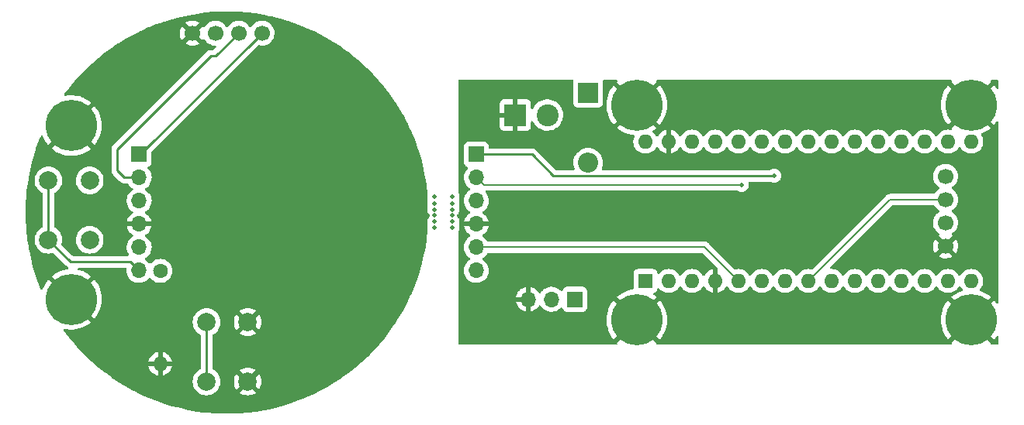
<source format=gbr>
%TF.GenerationSoftware,KiCad,Pcbnew,(6.0.9-0)*%
%TF.CreationDate,2023-02-26T22:19:27+01:00*%
%TF.ProjectId,FilamentSpoolScale,46696c61-6d65-46e7-9453-706f6f6c5363,rev?*%
%TF.SameCoordinates,Original*%
%TF.FileFunction,Copper,L2,Bot*%
%TF.FilePolarity,Positive*%
%FSLAX46Y46*%
G04 Gerber Fmt 4.6, Leading zero omitted, Abs format (unit mm)*
G04 Created by KiCad (PCBNEW (6.0.9-0)) date 2023-02-26 22:19:27*
%MOMM*%
%LPD*%
G01*
G04 APERTURE LIST*
%TA.AperFunction,ComponentPad*%
%ADD10C,3.600000*%
%TD*%
%TA.AperFunction,ConnectorPad*%
%ADD11C,5.600000*%
%TD*%
%TA.AperFunction,ComponentPad*%
%ADD12R,1.600000X1.600000*%
%TD*%
%TA.AperFunction,ComponentPad*%
%ADD13O,1.600000X1.600000*%
%TD*%
%TA.AperFunction,ComponentPad*%
%ADD14C,1.700000*%
%TD*%
%TA.AperFunction,ComponentPad*%
%ADD15R,2.200000X2.200000*%
%TD*%
%TA.AperFunction,ComponentPad*%
%ADD16O,2.200000X2.200000*%
%TD*%
%TA.AperFunction,ComponentPad*%
%ADD17C,2.000000*%
%TD*%
%TA.AperFunction,ComponentPad*%
%ADD18R,1.700000X1.700000*%
%TD*%
%TA.AperFunction,ComponentPad*%
%ADD19O,1.700000X1.700000*%
%TD*%
%TA.AperFunction,ComponentPad*%
%ADD20R,2.400000X2.400000*%
%TD*%
%TA.AperFunction,ComponentPad*%
%ADD21C,2.400000*%
%TD*%
%TA.AperFunction,ComponentPad*%
%ADD22C,1.600000*%
%TD*%
%TA.AperFunction,ViaPad*%
%ADD23C,0.508000*%
%TD*%
%TA.AperFunction,Conductor*%
%ADD24C,0.254000*%
%TD*%
%TA.AperFunction,Conductor*%
%ADD25C,0.200000*%
%TD*%
%TA.AperFunction,Conductor*%
%ADD26C,0.250000*%
%TD*%
G04 APERTURE END LIST*
D10*
%TO.P,H5,1,1*%
%TO.N,GND*%
X29800000Y-38000000D03*
D11*
X29800000Y-38000000D03*
%TD*%
%TO.P,H2,1,1*%
%TO.N,GND*%
X128000000Y-35750000D03*
D10*
X128000000Y-35750000D03*
%TD*%
D12*
%TO.P,A1,1,TX1*%
%TO.N,/TX*%
X92450000Y-55000000D03*
D13*
%TO.P,A1,2,RX1*%
%TO.N,/RX*%
X94990000Y-55000000D03*
%TO.P,A1,3,~{RESET}*%
%TO.N,unconnected-(A1-Pad3)*%
X97530000Y-55000000D03*
%TO.P,A1,4,GND*%
%TO.N,GND*%
X100070000Y-55000000D03*
%TO.P,A1,5,D2*%
%TO.N,/BT1*%
X102610000Y-55000000D03*
%TO.P,A1,6,D3*%
%TO.N,/BT2*%
X105150000Y-55000000D03*
%TO.P,A1,7,D4*%
%TO.N,/DT*%
X107690000Y-55000000D03*
%TO.P,A1,8,D5*%
%TO.N,/SCK*%
X110230000Y-55000000D03*
%TO.P,A1,9,D6*%
%TO.N,unconnected-(A1-Pad9)*%
X112770000Y-55000000D03*
%TO.P,A1,10,D7*%
%TO.N,unconnected-(A1-Pad10)*%
X115310000Y-55000000D03*
%TO.P,A1,11,D8*%
%TO.N,unconnected-(A1-Pad11)*%
X117850000Y-55000000D03*
%TO.P,A1,12,D9*%
%TO.N,unconnected-(A1-Pad12)*%
X120390000Y-55000000D03*
%TO.P,A1,13,D10*%
%TO.N,unconnected-(A1-Pad13)*%
X122930000Y-55000000D03*
%TO.P,A1,14,MOSI*%
%TO.N,unconnected-(A1-Pad14)*%
X125470000Y-55000000D03*
%TO.P,A1,15,MISO*%
%TO.N,unconnected-(A1-Pad15)*%
X128010000Y-55000000D03*
%TO.P,A1,16,SCK*%
%TO.N,unconnected-(A1-Pad16)*%
X128010000Y-39760000D03*
%TO.P,A1,17,3V3*%
%TO.N,unconnected-(A1-Pad17)*%
X125470000Y-39760000D03*
%TO.P,A1,18,AREF*%
%TO.N,unconnected-(A1-Pad18)*%
X122930000Y-39760000D03*
%TO.P,A1,19,A0*%
%TO.N,unconnected-(A1-Pad19)*%
X120390000Y-39760000D03*
%TO.P,A1,20,A1*%
%TO.N,unconnected-(A1-Pad20)*%
X117850000Y-39760000D03*
%TO.P,A1,21,A2*%
%TO.N,unconnected-(A1-Pad21)*%
X115310000Y-39760000D03*
%TO.P,A1,22,A3*%
%TO.N,unconnected-(A1-Pad22)*%
X112770000Y-39760000D03*
%TO.P,A1,23,SDA/A4*%
%TO.N,/SDA*%
X110230000Y-39760000D03*
%TO.P,A1,24,SCL/A5*%
%TO.N,/SCL*%
X107690000Y-39760000D03*
%TO.P,A1,25,A6*%
%TO.N,unconnected-(A1-Pad25)*%
X105150000Y-39760000D03*
%TO.P,A1,26,A7*%
%TO.N,unconnected-(A1-Pad26)*%
X102610000Y-39760000D03*
%TO.P,A1,27,+5V*%
%TO.N,+5V*%
X100070000Y-39760000D03*
%TO.P,A1,28,~{RESET}*%
%TO.N,unconnected-(A1-Pad28)*%
X97530000Y-39760000D03*
%TO.P,A1,29,GND*%
%TO.N,GND*%
X94990000Y-39760000D03*
%TO.P,A1,30,VIN*%
%TO.N,BATT*%
X92450000Y-39760000D03*
%TD*%
D14*
%TO.P,J1,1,Pin_1*%
%TO.N,/SDA*%
X50600000Y-27900000D03*
%TO.P,J1,2,Pin_2*%
%TO.N,/SCL*%
X48060000Y-27900000D03*
%TO.P,J1,3,Pin_3*%
%TO.N,+5V*%
X45520000Y-27900000D03*
%TO.P,J1,4,Pin_4*%
%TO.N,GND*%
X42980000Y-27900000D03*
%TD*%
D10*
%TO.P,H4,1,1*%
%TO.N,GND*%
X91500000Y-59250000D03*
D11*
X91500000Y-59250000D03*
%TD*%
%TO.P,H6,1,1*%
%TO.N,GND*%
X29800000Y-57000000D03*
D10*
X29800000Y-57000000D03*
%TD*%
D11*
%TO.P,H1,1,1*%
%TO.N,GND*%
X91500000Y-35750000D03*
D10*
X91500000Y-35750000D03*
%TD*%
D15*
%TO.P,D1,1,A*%
%TO.N,Net-(D1-Pad1)*%
X86200000Y-34440000D03*
D16*
%TO.P,D1,2,K*%
%TO.N,BATT*%
X86200000Y-42060000D03*
%TD*%
D17*
%TO.P,SW1,1,1*%
%TO.N,/BT1*%
X44550000Y-66000000D03*
X44550000Y-59500000D03*
%TO.P,SW1,2,2*%
%TO.N,GND*%
X49050000Y-66000000D03*
X49050000Y-59500000D03*
%TD*%
D18*
%TO.P,J5,1,Pin_1*%
%TO.N,/SDA*%
X74000000Y-41150000D03*
D19*
%TO.P,J5,2,Pin_2*%
%TO.N,/SCL*%
X74000000Y-43690000D03*
%TO.P,J5,3,Pin_3*%
%TO.N,+5V*%
X74000000Y-46230000D03*
%TO.P,J5,4,Pin_4*%
%TO.N,GND*%
X74000000Y-48770000D03*
%TO.P,J5,5,Pin_5*%
%TO.N,/BT1*%
X74000000Y-51310000D03*
%TO.P,J5,6,Pin_6*%
%TO.N,/BT2*%
X74000000Y-53850000D03*
%TD*%
D18*
%TO.P,J4,1,Pin_1*%
%TO.N,/RX*%
X84750000Y-57000000D03*
D19*
%TO.P,J4,2,Pin_2*%
%TO.N,/TX*%
X82210000Y-57000000D03*
%TO.P,J4,3,Pin_3*%
%TO.N,GND*%
X79670000Y-57000000D03*
%TD*%
D10*
%TO.P,H3,1,1*%
%TO.N,GND*%
X128000000Y-59250000D03*
D11*
X128000000Y-59250000D03*
%TD*%
D17*
%TO.P,SW2,1,1*%
%TO.N,+5V*%
X31800000Y-44000000D03*
X31800000Y-50500000D03*
%TO.P,SW2,2,2*%
%TO.N,/BT2*%
X27300000Y-44000000D03*
X27300000Y-50500000D03*
%TD*%
D20*
%TO.P,J3,1,Pin_1*%
%TO.N,GND*%
X78250000Y-36850000D03*
D21*
%TO.P,J3,2,Pin_2*%
%TO.N,Net-(D1-Pad1)*%
X81750000Y-36850000D03*
%TD*%
D18*
%TO.P,J6,1,Pin_1*%
%TO.N,/SDA*%
X37200000Y-41150000D03*
D19*
%TO.P,J6,2,Pin_2*%
%TO.N,/SCL*%
X37200000Y-43690000D03*
%TO.P,J6,3,Pin_3*%
%TO.N,+5V*%
X37200000Y-46230000D03*
%TO.P,J6,4,Pin_4*%
%TO.N,GND*%
X37200000Y-48770000D03*
%TO.P,J6,5,Pin_5*%
%TO.N,/BT1*%
X37200000Y-51310000D03*
%TO.P,J6,6,Pin_6*%
%TO.N,/BT2*%
X37200000Y-53850000D03*
%TD*%
D14*
%TO.P,J2,1,Pin_1*%
%TO.N,+5V*%
X125200000Y-43550000D03*
%TO.P,J2,2,Pin_2*%
%TO.N,/SCK*%
X125200000Y-46090000D03*
%TO.P,J2,3,Pin_3*%
%TO.N,/DT*%
X125200000Y-48630000D03*
%TO.P,J2,4,Pin_4*%
%TO.N,GND*%
X125200000Y-51170000D03*
%TD*%
D22*
%TO.P,R1,1*%
%TO.N,/BT2*%
X39500000Y-53900000D03*
D13*
%TO.P,R1,2*%
%TO.N,GND*%
X39500000Y-64060000D03*
%TD*%
D23*
%TO.N,GND*%
X34600000Y-61100000D03*
X108800000Y-60600000D03*
X69400000Y-47800000D03*
X79800000Y-48700000D03*
X34900000Y-32700000D03*
X71400000Y-47800000D03*
X109700000Y-34400000D03*
X59700000Y-51200000D03*
X105700000Y-49800000D03*
X73900000Y-35300000D03*
X60200000Y-33300000D03*
X55000000Y-47700000D03*
%TO.N,/BT1*%
X69400000Y-48500000D03*
X71400000Y-48500000D03*
%TO.N,/SDA*%
X69400000Y-45800000D03*
X106495000Y-43495000D03*
X71400000Y-45800000D03*
%TO.N,/SCL*%
X69400000Y-46500000D03*
X102950000Y-44500000D03*
X71400000Y-46500000D03*
%TO.N,+5V*%
X69400000Y-47200000D03*
X71400000Y-47200000D03*
%TO.N,/BT2*%
X69400000Y-49200000D03*
X71400000Y-49200000D03*
%TD*%
D24*
%TO.N,/BT1*%
X44550000Y-59500000D02*
X44550000Y-66000000D01*
D25*
X98920000Y-51310000D02*
X74000000Y-51310000D01*
X102610000Y-55000000D02*
X98920000Y-51310000D01*
%TO.N,/SCK*%
X125200000Y-46090000D02*
X119140000Y-46090000D01*
X119140000Y-46090000D02*
X110230000Y-55000000D01*
D24*
%TO.N,/SDA*%
X82395000Y-43495000D02*
X106495000Y-43495000D01*
X74000000Y-41150000D02*
X80050000Y-41150000D01*
X80050000Y-41150000D02*
X82395000Y-43495000D01*
X50600000Y-27900000D02*
X37350000Y-41150000D01*
X37350000Y-41150000D02*
X37200000Y-41150000D01*
D26*
%TO.N,/SCL*%
X45000000Y-30400000D02*
X45560000Y-30400000D01*
X34800000Y-40600000D02*
X45000000Y-30400000D01*
X37200000Y-43690000D02*
X35590000Y-43690000D01*
D25*
X102950000Y-44500000D02*
X74810000Y-44500000D01*
D26*
X45560000Y-30400000D02*
X48060000Y-27900000D01*
X34800000Y-42900000D02*
X34800000Y-40600000D01*
D25*
X74810000Y-44500000D02*
X74000000Y-43690000D01*
D26*
X35590000Y-43690000D02*
X34800000Y-42900000D01*
D24*
%TO.N,/BT2*%
X36250000Y-52900000D02*
X37200000Y-53850000D01*
X27300000Y-50500000D02*
X29700000Y-52900000D01*
X38750000Y-53850000D02*
X38910000Y-54010000D01*
X29700000Y-52900000D02*
X36250000Y-52900000D01*
X27300000Y-44000000D02*
X27300000Y-50500000D01*
%TD*%
%TA.AperFunction,Conductor*%
%TO.N,GND*%
G36*
X47171647Y-25531867D02*
G01*
X47969273Y-25562295D01*
X48084664Y-25566697D01*
X48089917Y-25567007D01*
X49000714Y-25639954D01*
X49005953Y-25640484D01*
X49912887Y-25751417D01*
X49918098Y-25752165D01*
X50819629Y-25900894D01*
X50824805Y-25901860D01*
X51351306Y-26011490D01*
X51719312Y-26088118D01*
X51724425Y-26089295D01*
X51869901Y-26125989D01*
X52610383Y-26312766D01*
X52615460Y-26314160D01*
X53152659Y-26473807D01*
X53385132Y-26542894D01*
X53491305Y-26574447D01*
X53496313Y-26576050D01*
X53636158Y-26624054D01*
X54360507Y-26872698D01*
X54365451Y-26874511D01*
X55216512Y-27207011D01*
X55221374Y-27209029D01*
X55805183Y-27465720D01*
X55964098Y-27535592D01*
X56057790Y-27576787D01*
X56062541Y-27578995D01*
X56273598Y-27682522D01*
X56882889Y-27981391D01*
X56887567Y-27983808D01*
X57690386Y-28420124D01*
X57694958Y-28422735D01*
X57923075Y-28559355D01*
X58478820Y-28892194D01*
X58483246Y-28894971D01*
X59242306Y-29393809D01*
X59246836Y-29396786D01*
X59251168Y-29399764D01*
X59853923Y-29832990D01*
X59993111Y-29933030D01*
X59997321Y-29936191D01*
X60716350Y-30499999D01*
X60720421Y-30503331D01*
X61384492Y-31070405D01*
X61415241Y-31096663D01*
X61419173Y-31100165D01*
X62088609Y-31722018D01*
X62092381Y-31725671D01*
X62370854Y-32006920D01*
X62735259Y-32374957D01*
X62738885Y-32378775D01*
X63354083Y-33054357D01*
X63357546Y-33058324D01*
X63943960Y-33758993D01*
X63947254Y-33763100D01*
X64503898Y-34487677D01*
X64507017Y-34491918D01*
X65032891Y-35239098D01*
X65035831Y-35243466D01*
X65126286Y-35384126D01*
X65522249Y-35999862D01*
X65530044Y-36011984D01*
X65532795Y-36016465D01*
X65879388Y-36608413D01*
X65994460Y-36804946D01*
X65997020Y-36809535D01*
X66377940Y-37527299D01*
X66425353Y-37616638D01*
X66427719Y-37621330D01*
X66754764Y-38305131D01*
X66821954Y-38445614D01*
X66824125Y-38450409D01*
X67134564Y-39175896D01*
X67183567Y-39290416D01*
X67185536Y-39295294D01*
X67508675Y-40147223D01*
X67509584Y-40149620D01*
X67511341Y-40154562D01*
X67799415Y-41021682D01*
X67800970Y-41026713D01*
X68052557Y-41905082D01*
X68053901Y-41910172D01*
X68268575Y-42798298D01*
X68269705Y-42803440D01*
X68445633Y-43692408D01*
X68447087Y-43699757D01*
X68447999Y-43704933D01*
X68473785Y-43871498D01*
X68587783Y-44607899D01*
X68588479Y-44613118D01*
X68685573Y-45477994D01*
X68686106Y-45500047D01*
X68684967Y-45517934D01*
X68682796Y-45517796D01*
X68677763Y-45554800D01*
X68656600Y-45612947D01*
X68656599Y-45612951D01*
X68654190Y-45619570D01*
X68653307Y-45626556D01*
X68653307Y-45626558D01*
X68649623Y-45655720D01*
X68632750Y-45789286D01*
X68649443Y-45959536D01*
X68651667Y-45966221D01*
X68700435Y-46112824D01*
X68702958Y-46183776D01*
X68699278Y-46195690D01*
X68656600Y-46312947D01*
X68656599Y-46312952D01*
X68654190Y-46319570D01*
X68632750Y-46489286D01*
X68649443Y-46659536D01*
X68651667Y-46666221D01*
X68700435Y-46812824D01*
X68702958Y-46883776D01*
X68699278Y-46895690D01*
X68656600Y-47012947D01*
X68656599Y-47012952D01*
X68654190Y-47019570D01*
X68632750Y-47189286D01*
X68649443Y-47359536D01*
X68703440Y-47521856D01*
X68707087Y-47527878D01*
X68707088Y-47527880D01*
X68788406Y-47662154D01*
X68788409Y-47662157D01*
X68792056Y-47668180D01*
X68875655Y-47754748D01*
X68883758Y-47763139D01*
X68916690Y-47826035D01*
X68910390Y-47896752D01*
X68881278Y-47940690D01*
X68805366Y-48015028D01*
X68801547Y-48020953D01*
X68801546Y-48020955D01*
X68796135Y-48029352D01*
X68712698Y-48158820D01*
X68710287Y-48165443D01*
X68710286Y-48165446D01*
X68656600Y-48312947D01*
X68656599Y-48312952D01*
X68654190Y-48319570D01*
X68632750Y-48489286D01*
X68649443Y-48659536D01*
X68651667Y-48666221D01*
X68700435Y-48812824D01*
X68702958Y-48883776D01*
X68699278Y-48895690D01*
X68656600Y-49012947D01*
X68656599Y-49012952D01*
X68654190Y-49019570D01*
X68632750Y-49189286D01*
X68649443Y-49359536D01*
X68672894Y-49430031D01*
X68682891Y-49460084D01*
X68688586Y-49513560D01*
X68684518Y-49550743D01*
X68593698Y-50380807D01*
X68593015Y-50386034D01*
X68576811Y-50492662D01*
X68456879Y-51281851D01*
X68455589Y-51290339D01*
X68454692Y-51295513D01*
X68398752Y-51582275D01*
X68279557Y-52193294D01*
X68278440Y-52198445D01*
X68168976Y-52656669D01*
X68090371Y-52985719D01*
X68065910Y-53088113D01*
X68064580Y-53093206D01*
X67818286Y-53961703D01*
X67815026Y-53973197D01*
X67813487Y-53978221D01*
X67534943Y-54823938D01*
X67527347Y-54847001D01*
X67525599Y-54851959D01*
X67454875Y-55039849D01*
X67203356Y-55708048D01*
X67201396Y-55712941D01*
X66843644Y-56554767D01*
X66841481Y-56559574D01*
X66448837Y-57385690D01*
X66446475Y-57390403D01*
X66019610Y-58199393D01*
X66017053Y-58204002D01*
X65556742Y-58994400D01*
X65553995Y-58998899D01*
X65387201Y-59259580D01*
X65085121Y-59731699D01*
X65061005Y-59769389D01*
X65058072Y-59773768D01*
X64533305Y-60522937D01*
X64530191Y-60527191D01*
X63974534Y-61253774D01*
X63971245Y-61257893D01*
X63385686Y-61960596D01*
X63382227Y-61964574D01*
X62767812Y-62642146D01*
X62764192Y-62645975D01*
X62364777Y-63051028D01*
X62121942Y-63297290D01*
X62118163Y-63300965D01*
X61449244Y-63924835D01*
X61445314Y-63928349D01*
X60750900Y-64523683D01*
X60746828Y-64527029D01*
X60028122Y-65092797D01*
X60023912Y-65095971D01*
X59282131Y-65631212D01*
X59277793Y-65634206D01*
X58932575Y-65861971D01*
X58514305Y-66137933D01*
X58509861Y-66140733D01*
X57725956Y-66612093D01*
X57721383Y-66614714D01*
X56918481Y-67052858D01*
X56913802Y-67055286D01*
X56093260Y-67459473D01*
X56088484Y-67461703D01*
X55251724Y-67831228D01*
X55246892Y-67833242D01*
X55068095Y-67903419D01*
X54395423Y-68167440D01*
X54390478Y-68169263D01*
X53525782Y-68467553D01*
X53520777Y-68469163D01*
X52644365Y-68731024D01*
X52639283Y-68732427D01*
X51752716Y-68957394D01*
X51747581Y-68958584D01*
X50852329Y-69146284D01*
X50847149Y-69147257D01*
X49944866Y-69297341D01*
X49939649Y-69298097D01*
X49031865Y-69410312D01*
X49026622Y-69410849D01*
X48114959Y-69484996D01*
X48109700Y-69485314D01*
X48053832Y-69487511D01*
X47195701Y-69521265D01*
X47190431Y-69521362D01*
X46747611Y-69520244D01*
X46275715Y-69519053D01*
X46270481Y-69518929D01*
X45356670Y-69478364D01*
X45351429Y-69478022D01*
X44826386Y-69432650D01*
X44440143Y-69399272D01*
X44434902Y-69398709D01*
X44200824Y-69368573D01*
X43527652Y-69281906D01*
X43522475Y-69281129D01*
X42620948Y-69126489D01*
X42615801Y-69125496D01*
X42047190Y-69003280D01*
X41721496Y-68933276D01*
X41716366Y-68932060D01*
X41386418Y-68846560D01*
X40830925Y-68702614D01*
X40825901Y-68701200D01*
X39950767Y-68434901D01*
X39945776Y-68433267D01*
X39192823Y-68169263D01*
X39082606Y-68130618D01*
X39077669Y-68128770D01*
X38227908Y-67790281D01*
X38223053Y-67788228D01*
X37388225Y-67414507D01*
X37383460Y-67412254D01*
X36697344Y-67069969D01*
X36564935Y-67003913D01*
X36560273Y-67001464D01*
X35759570Y-66559259D01*
X35755054Y-66556641D01*
X34973517Y-66081314D01*
X34969072Y-66078481D01*
X34851416Y-66000000D01*
X43036835Y-66000000D01*
X43055465Y-66236711D01*
X43056619Y-66241518D01*
X43056620Y-66241524D01*
X43086122Y-66364408D01*
X43110895Y-66467594D01*
X43112788Y-66472165D01*
X43112789Y-66472167D01*
X43199772Y-66682163D01*
X43201760Y-66686963D01*
X43204346Y-66691183D01*
X43323241Y-66885202D01*
X43323245Y-66885208D01*
X43325824Y-66889416D01*
X43423616Y-67003916D01*
X43467491Y-67055286D01*
X43480031Y-67069969D01*
X43660584Y-67224176D01*
X43664792Y-67226755D01*
X43664798Y-67226759D01*
X43858084Y-67345205D01*
X43863037Y-67348240D01*
X43867607Y-67350133D01*
X43867611Y-67350135D01*
X44077833Y-67437211D01*
X44082406Y-67439105D01*
X44162609Y-67458360D01*
X44308476Y-67493380D01*
X44308482Y-67493381D01*
X44313289Y-67494535D01*
X44550000Y-67513165D01*
X44786711Y-67494535D01*
X44791518Y-67493381D01*
X44791524Y-67493380D01*
X44937391Y-67458360D01*
X45017594Y-67439105D01*
X45022167Y-67437211D01*
X45232389Y-67350135D01*
X45232393Y-67350133D01*
X45236963Y-67348240D01*
X45241916Y-67345205D01*
X45425556Y-67232670D01*
X48182160Y-67232670D01*
X48187887Y-67240320D01*
X48359042Y-67345205D01*
X48367837Y-67349687D01*
X48577988Y-67436734D01*
X48587373Y-67439783D01*
X48808554Y-67492885D01*
X48818301Y-67494428D01*
X49045070Y-67512275D01*
X49054930Y-67512275D01*
X49281699Y-67494428D01*
X49291446Y-67492885D01*
X49512627Y-67439783D01*
X49522012Y-67436734D01*
X49732163Y-67349687D01*
X49740958Y-67345205D01*
X49908445Y-67242568D01*
X49917907Y-67232110D01*
X49914124Y-67223334D01*
X49062812Y-66372022D01*
X49048868Y-66364408D01*
X49047035Y-66364539D01*
X49040420Y-66368790D01*
X48188920Y-67220290D01*
X48182160Y-67232670D01*
X45425556Y-67232670D01*
X45435202Y-67226759D01*
X45435208Y-67226755D01*
X45439416Y-67224176D01*
X45619969Y-67069969D01*
X45632510Y-67055286D01*
X45676384Y-67003916D01*
X45774176Y-66889416D01*
X45776755Y-66885208D01*
X45776759Y-66885202D01*
X45895654Y-66691183D01*
X45898240Y-66686963D01*
X45900229Y-66682163D01*
X45987211Y-66472167D01*
X45987212Y-66472165D01*
X45989105Y-66467594D01*
X46013878Y-66364408D01*
X46043380Y-66241524D01*
X46043381Y-66241518D01*
X46044535Y-66236711D01*
X46062777Y-66004930D01*
X47537725Y-66004930D01*
X47555572Y-66231699D01*
X47557115Y-66241446D01*
X47610217Y-66462627D01*
X47613266Y-66472012D01*
X47700313Y-66682163D01*
X47704795Y-66690958D01*
X47807432Y-66858445D01*
X47817890Y-66867907D01*
X47826666Y-66864124D01*
X48677978Y-66012812D01*
X48684356Y-66001132D01*
X49414408Y-66001132D01*
X49414539Y-66002965D01*
X49418790Y-66009580D01*
X50270290Y-66861080D01*
X50282670Y-66867840D01*
X50290320Y-66862113D01*
X50395205Y-66690958D01*
X50399687Y-66682163D01*
X50486734Y-66472012D01*
X50489783Y-66462627D01*
X50542885Y-66241446D01*
X50544428Y-66231699D01*
X50562275Y-66004930D01*
X50562275Y-65995070D01*
X50544428Y-65768301D01*
X50542885Y-65758554D01*
X50489783Y-65537373D01*
X50486734Y-65527988D01*
X50399687Y-65317837D01*
X50395205Y-65309042D01*
X50292568Y-65141555D01*
X50282110Y-65132093D01*
X50273334Y-65135876D01*
X49422022Y-65987188D01*
X49414408Y-66001132D01*
X48684356Y-66001132D01*
X48685592Y-65998868D01*
X48685461Y-65997035D01*
X48681210Y-65990420D01*
X47829710Y-65138920D01*
X47817330Y-65132160D01*
X47809680Y-65137887D01*
X47704795Y-65309042D01*
X47700313Y-65317837D01*
X47613266Y-65527988D01*
X47610217Y-65537373D01*
X47557115Y-65758554D01*
X47555572Y-65768301D01*
X47537725Y-65995070D01*
X47537725Y-66004930D01*
X46062777Y-66004930D01*
X46063165Y-66000000D01*
X46044535Y-65763289D01*
X45989105Y-65532406D01*
X45906557Y-65333116D01*
X45900135Y-65317611D01*
X45900133Y-65317607D01*
X45898240Y-65313037D01*
X45895654Y-65308817D01*
X45776759Y-65114798D01*
X45776755Y-65114792D01*
X45774176Y-65110584D01*
X45619969Y-64930031D01*
X45439416Y-64775824D01*
X45426469Y-64767890D01*
X48182093Y-64767890D01*
X48185876Y-64776666D01*
X49037188Y-65627978D01*
X49051132Y-65635592D01*
X49052965Y-65635461D01*
X49059580Y-65631210D01*
X49911080Y-64779710D01*
X49917840Y-64767330D01*
X49912113Y-64759680D01*
X49740958Y-64654795D01*
X49732163Y-64650313D01*
X49522012Y-64563266D01*
X49512627Y-64560217D01*
X49291446Y-64507115D01*
X49281699Y-64505572D01*
X49054930Y-64487725D01*
X49045070Y-64487725D01*
X48818301Y-64505572D01*
X48808554Y-64507115D01*
X48587373Y-64560217D01*
X48577988Y-64563266D01*
X48367837Y-64650313D01*
X48359042Y-64654795D01*
X48191555Y-64757432D01*
X48182093Y-64767890D01*
X45426469Y-64767890D01*
X45245664Y-64657092D01*
X45198034Y-64604445D01*
X45185500Y-64549660D01*
X45185500Y-60950340D01*
X45205502Y-60882219D01*
X45245664Y-60842908D01*
X45425555Y-60732670D01*
X48182160Y-60732670D01*
X48187887Y-60740320D01*
X48359042Y-60845205D01*
X48367837Y-60849687D01*
X48577988Y-60936734D01*
X48587373Y-60939783D01*
X48808554Y-60992885D01*
X48818301Y-60994428D01*
X49045070Y-61012275D01*
X49054930Y-61012275D01*
X49281699Y-60994428D01*
X49291446Y-60992885D01*
X49512627Y-60939783D01*
X49522012Y-60936734D01*
X49732163Y-60849687D01*
X49740958Y-60845205D01*
X49908445Y-60742568D01*
X49917907Y-60732110D01*
X49914124Y-60723334D01*
X49062812Y-59872022D01*
X49048868Y-59864408D01*
X49047035Y-59864539D01*
X49040420Y-59868790D01*
X48188920Y-60720290D01*
X48182160Y-60732670D01*
X45425555Y-60732670D01*
X45439416Y-60724176D01*
X45619969Y-60569969D01*
X45774176Y-60389416D01*
X45776755Y-60385208D01*
X45776759Y-60385202D01*
X45895654Y-60191183D01*
X45898240Y-60186963D01*
X45900229Y-60182163D01*
X45987211Y-59972167D01*
X45987212Y-59972165D01*
X45989105Y-59967594D01*
X46013878Y-59864408D01*
X46043380Y-59741524D01*
X46043381Y-59741518D01*
X46044535Y-59736711D01*
X46062777Y-59504930D01*
X47537725Y-59504930D01*
X47555572Y-59731699D01*
X47557115Y-59741446D01*
X47610217Y-59962627D01*
X47613266Y-59972012D01*
X47700313Y-60182163D01*
X47704795Y-60190958D01*
X47807432Y-60358445D01*
X47817890Y-60367907D01*
X47826666Y-60364124D01*
X48677978Y-59512812D01*
X48684356Y-59501132D01*
X49414408Y-59501132D01*
X49414539Y-59502965D01*
X49418790Y-59509580D01*
X50270290Y-60361080D01*
X50282670Y-60367840D01*
X50290320Y-60362113D01*
X50395205Y-60190958D01*
X50399687Y-60182163D01*
X50486734Y-59972012D01*
X50489783Y-59962627D01*
X50542885Y-59741446D01*
X50544428Y-59731699D01*
X50562275Y-59504930D01*
X50562275Y-59495070D01*
X50544428Y-59268301D01*
X50542885Y-59258554D01*
X50489783Y-59037373D01*
X50486734Y-59027988D01*
X50399687Y-58817837D01*
X50395205Y-58809042D01*
X50292568Y-58641555D01*
X50282110Y-58632093D01*
X50273334Y-58635876D01*
X49422022Y-59487188D01*
X49414408Y-59501132D01*
X48684356Y-59501132D01*
X48685592Y-59498868D01*
X48685461Y-59497035D01*
X48681210Y-59490420D01*
X47829710Y-58638920D01*
X47817330Y-58632160D01*
X47809680Y-58637887D01*
X47704795Y-58809042D01*
X47700313Y-58817837D01*
X47613266Y-59027988D01*
X47610217Y-59037373D01*
X47557115Y-59258554D01*
X47555572Y-59268301D01*
X47537725Y-59495070D01*
X47537725Y-59504930D01*
X46062777Y-59504930D01*
X46063165Y-59500000D01*
X46044535Y-59263289D01*
X46041782Y-59251819D01*
X45990260Y-59037218D01*
X45989105Y-59032406D01*
X45975226Y-58998899D01*
X45900135Y-58817611D01*
X45900133Y-58817607D01*
X45898240Y-58813037D01*
X45880950Y-58784823D01*
X45776759Y-58614798D01*
X45776755Y-58614792D01*
X45774176Y-58610584D01*
X45619969Y-58430031D01*
X45439416Y-58275824D01*
X45435208Y-58273245D01*
X45435202Y-58273241D01*
X45426470Y-58267890D01*
X48182093Y-58267890D01*
X48185876Y-58276666D01*
X49037188Y-59127978D01*
X49051132Y-59135592D01*
X49052965Y-59135461D01*
X49059580Y-59131210D01*
X49911080Y-58279710D01*
X49917840Y-58267330D01*
X49912113Y-58259680D01*
X49740958Y-58154795D01*
X49732163Y-58150313D01*
X49522012Y-58063266D01*
X49512627Y-58060217D01*
X49291446Y-58007115D01*
X49281699Y-58005572D01*
X49054930Y-57987725D01*
X49045070Y-57987725D01*
X48818301Y-58005572D01*
X48808554Y-58007115D01*
X48587373Y-58060217D01*
X48577988Y-58063266D01*
X48367837Y-58150313D01*
X48359042Y-58154795D01*
X48191555Y-58257432D01*
X48182093Y-58267890D01*
X45426470Y-58267890D01*
X45241183Y-58154346D01*
X45236963Y-58151760D01*
X45232393Y-58149867D01*
X45232389Y-58149865D01*
X45022167Y-58062789D01*
X45022165Y-58062788D01*
X45017594Y-58060895D01*
X44935446Y-58041173D01*
X44791524Y-58006620D01*
X44791518Y-58006619D01*
X44786711Y-58005465D01*
X44550000Y-57986835D01*
X44313289Y-58005465D01*
X44308482Y-58006619D01*
X44308476Y-58006620D01*
X44164554Y-58041173D01*
X44082406Y-58060895D01*
X44077835Y-58062788D01*
X44077833Y-58062789D01*
X43867611Y-58149865D01*
X43867607Y-58149867D01*
X43863037Y-58151760D01*
X43858817Y-58154346D01*
X43664798Y-58273241D01*
X43664792Y-58273245D01*
X43660584Y-58275824D01*
X43480031Y-58430031D01*
X43325824Y-58610584D01*
X43323245Y-58614792D01*
X43323241Y-58614798D01*
X43219050Y-58784823D01*
X43201760Y-58813037D01*
X43199867Y-58817607D01*
X43199865Y-58817611D01*
X43124774Y-58998899D01*
X43110895Y-59032406D01*
X43109740Y-59037218D01*
X43058219Y-59251819D01*
X43055465Y-59263289D01*
X43036835Y-59500000D01*
X43055465Y-59736711D01*
X43056619Y-59741518D01*
X43056620Y-59741524D01*
X43086122Y-59864408D01*
X43110895Y-59967594D01*
X43112788Y-59972165D01*
X43112789Y-59972167D01*
X43199772Y-60182163D01*
X43201760Y-60186963D01*
X43204346Y-60191183D01*
X43323241Y-60385202D01*
X43323245Y-60385208D01*
X43325824Y-60389416D01*
X43480031Y-60569969D01*
X43660584Y-60724176D01*
X43854336Y-60842908D01*
X43901966Y-60895555D01*
X43914500Y-60950340D01*
X43914500Y-64549660D01*
X43894498Y-64617781D01*
X43854336Y-64657092D01*
X43660584Y-64775824D01*
X43480031Y-64930031D01*
X43325824Y-65110584D01*
X43323245Y-65114792D01*
X43323241Y-65114798D01*
X43204346Y-65308817D01*
X43201760Y-65313037D01*
X43199867Y-65317607D01*
X43199865Y-65317611D01*
X43193443Y-65333116D01*
X43110895Y-65532406D01*
X43055465Y-65763289D01*
X43036835Y-66000000D01*
X34851416Y-66000000D01*
X34305110Y-65635592D01*
X34208141Y-65570910D01*
X34203824Y-65567898D01*
X34161755Y-65537218D01*
X33582517Y-65114798D01*
X33464784Y-65028939D01*
X33460591Y-65025745D01*
X32744737Y-64456345D01*
X32740681Y-64452978D01*
X32594678Y-64326522D01*
X38217273Y-64326522D01*
X38264764Y-64503761D01*
X38268510Y-64514053D01*
X38360586Y-64711511D01*
X38366069Y-64721007D01*
X38491028Y-64899467D01*
X38498084Y-64907875D01*
X38652125Y-65061916D01*
X38660533Y-65068972D01*
X38838993Y-65193931D01*
X38848489Y-65199414D01*
X39045947Y-65291490D01*
X39056239Y-65295236D01*
X39228503Y-65341394D01*
X39242599Y-65341058D01*
X39246000Y-65333116D01*
X39246000Y-65327967D01*
X39754000Y-65327967D01*
X39757973Y-65341498D01*
X39766522Y-65342727D01*
X39943761Y-65295236D01*
X39954053Y-65291490D01*
X40151511Y-65199414D01*
X40161007Y-65193931D01*
X40339467Y-65068972D01*
X40347875Y-65061916D01*
X40501916Y-64907875D01*
X40508972Y-64899467D01*
X40633931Y-64721007D01*
X40639414Y-64711511D01*
X40731490Y-64514053D01*
X40735236Y-64503761D01*
X40781394Y-64331497D01*
X40781058Y-64317401D01*
X40773116Y-64314000D01*
X39772115Y-64314000D01*
X39756876Y-64318475D01*
X39755671Y-64319865D01*
X39754000Y-64327548D01*
X39754000Y-65327967D01*
X39246000Y-65327967D01*
X39246000Y-64332115D01*
X39241525Y-64316876D01*
X39240135Y-64315671D01*
X39232452Y-64314000D01*
X38232033Y-64314000D01*
X38218502Y-64317973D01*
X38217273Y-64326522D01*
X32594678Y-64326522D01*
X32130898Y-63924835D01*
X32049270Y-63854136D01*
X32045361Y-63850604D01*
X31991793Y-63800135D01*
X31979447Y-63788503D01*
X38218606Y-63788503D01*
X38218942Y-63802599D01*
X38226884Y-63806000D01*
X39227885Y-63806000D01*
X39243124Y-63801525D01*
X39244329Y-63800135D01*
X39246000Y-63792452D01*
X39246000Y-63787885D01*
X39754000Y-63787885D01*
X39758475Y-63803124D01*
X39759865Y-63804329D01*
X39767548Y-63806000D01*
X40767967Y-63806000D01*
X40781498Y-63802027D01*
X40782727Y-63793478D01*
X40735236Y-63616239D01*
X40731490Y-63605947D01*
X40639414Y-63408489D01*
X40633931Y-63398993D01*
X40508972Y-63220533D01*
X40501916Y-63212125D01*
X40347875Y-63058084D01*
X40339467Y-63051028D01*
X40161007Y-62926069D01*
X40151511Y-62920586D01*
X39954053Y-62828510D01*
X39943761Y-62824764D01*
X39771497Y-62778606D01*
X39757401Y-62778942D01*
X39754000Y-62786884D01*
X39754000Y-63787885D01*
X39246000Y-63787885D01*
X39246000Y-62792033D01*
X39242027Y-62778502D01*
X39233478Y-62777273D01*
X39056239Y-62824764D01*
X39045947Y-62828510D01*
X38848489Y-62920586D01*
X38838993Y-62926069D01*
X38660533Y-63051028D01*
X38652125Y-63058084D01*
X38498084Y-63212125D01*
X38491028Y-63220533D01*
X38366069Y-63398993D01*
X38360586Y-63408489D01*
X38268510Y-63605947D01*
X38264764Y-63616239D01*
X38218606Y-63788503D01*
X31979447Y-63788503D01*
X31379601Y-63223366D01*
X31375841Y-63219672D01*
X31027299Y-62862623D01*
X30736896Y-62565133D01*
X30733297Y-62561288D01*
X30685626Y-62508180D01*
X30122282Y-61880590D01*
X30118877Y-61876634D01*
X29717945Y-61390522D01*
X29536865Y-61170971D01*
X29533597Y-61166836D01*
X28981611Y-60437452D01*
X28978522Y-60433187D01*
X28975998Y-60429545D01*
X28953635Y-60362162D01*
X28971253Y-60293386D01*
X29023257Y-60245053D01*
X29093137Y-60232508D01*
X29107260Y-60234857D01*
X29244187Y-60265715D01*
X29250912Y-60266853D01*
X29600143Y-60306643D01*
X29606933Y-60307046D01*
X29958419Y-60308886D01*
X29965220Y-60308554D01*
X30314853Y-60272423D01*
X30321581Y-60271357D01*
X30665274Y-60197676D01*
X30671822Y-60195897D01*
X31005549Y-60085527D01*
X31011891Y-60083041D01*
X31331718Y-59937288D01*
X31337777Y-59934121D01*
X31639995Y-59754676D01*
X31645659Y-59750884D01*
X31926732Y-59539849D01*
X31931958Y-59535464D01*
X31941613Y-59526428D01*
X31949682Y-59512750D01*
X31949654Y-59512024D01*
X31944512Y-59503723D01*
X29812810Y-57372020D01*
X29798869Y-57364408D01*
X29797034Y-57364539D01*
X29790420Y-57368790D01*
X28408413Y-58750797D01*
X28346101Y-58784823D01*
X28275286Y-58779758D01*
X28230223Y-58750797D01*
X28049203Y-58569777D01*
X28015177Y-58507465D01*
X28020242Y-58436650D01*
X28049203Y-58391587D01*
X29427978Y-57012812D01*
X29434356Y-57001131D01*
X30164408Y-57001131D01*
X30164539Y-57002966D01*
X30168790Y-57009580D01*
X32299009Y-59139798D01*
X32312605Y-59147223D01*
X32322218Y-59140522D01*
X32422518Y-59023912D01*
X32426676Y-59018514D01*
X32625762Y-58728840D01*
X32629310Y-58723029D01*
X32795942Y-58413559D01*
X32798849Y-58407381D01*
X32931090Y-58081713D01*
X32933304Y-58075283D01*
X33029598Y-57737237D01*
X33031105Y-57730607D01*
X33090332Y-57384118D01*
X33091112Y-57377378D01*
X33112668Y-57024925D01*
X33112784Y-57021323D01*
X33112853Y-57001819D01*
X33112761Y-56998194D01*
X33093666Y-56645615D01*
X33092931Y-56638849D01*
X33036130Y-56291985D01*
X33034663Y-56285313D01*
X32940736Y-55946627D01*
X32938562Y-55940163D01*
X32808598Y-55613578D01*
X32805742Y-55607398D01*
X32641269Y-55296763D01*
X32637769Y-55290937D01*
X32440697Y-54999862D01*
X32436590Y-54994453D01*
X32323565Y-54861179D01*
X32310740Y-54852743D01*
X32300416Y-54858795D01*
X30172020Y-56987190D01*
X30164408Y-57001131D01*
X29434356Y-57001131D01*
X29435592Y-56998868D01*
X29435461Y-56997035D01*
X29431210Y-56990420D01*
X27300992Y-54860203D01*
X27287455Y-54852811D01*
X27277753Y-54859599D01*
X27170430Y-54985257D01*
X27166296Y-54990664D01*
X26968215Y-55281041D01*
X26964697Y-55286851D01*
X26799134Y-55596922D01*
X26796259Y-55603087D01*
X26683404Y-55883820D01*
X26639437Y-55939564D01*
X26572312Y-55962689D01*
X26503341Y-55945852D01*
X26454421Y-55894399D01*
X26450287Y-55885518D01*
X26334735Y-55609753D01*
X26332808Y-55604870D01*
X26332148Y-55603087D01*
X26014902Y-54747191D01*
X26013175Y-54742213D01*
X25731429Y-53872016D01*
X25729910Y-53866968D01*
X25607823Y-53428026D01*
X25484795Y-52985698D01*
X25483494Y-52980612D01*
X25464130Y-52897699D01*
X25275455Y-52089871D01*
X25274368Y-52084731D01*
X25272078Y-52072665D01*
X25152342Y-51441939D01*
X25103775Y-51186106D01*
X25102900Y-51180908D01*
X25002937Y-50500000D01*
X25786835Y-50500000D01*
X25805465Y-50736711D01*
X25806619Y-50741518D01*
X25806620Y-50741524D01*
X25836493Y-50865954D01*
X25860895Y-50967594D01*
X25862788Y-50972165D01*
X25862789Y-50972167D01*
X25948702Y-51179580D01*
X25951760Y-51186963D01*
X25954346Y-51191183D01*
X26073241Y-51385202D01*
X26073245Y-51385208D01*
X26075824Y-51389416D01*
X26230031Y-51569969D01*
X26410584Y-51724176D01*
X26414792Y-51726755D01*
X26414798Y-51726759D01*
X26608817Y-51845654D01*
X26613037Y-51848240D01*
X26617607Y-51850133D01*
X26617611Y-51850135D01*
X26807720Y-51928880D01*
X26832406Y-51939105D01*
X26900301Y-51955405D01*
X27058476Y-51993380D01*
X27058482Y-51993381D01*
X27063289Y-51994535D01*
X27300000Y-52013165D01*
X27536711Y-51994535D01*
X27541518Y-51993381D01*
X27541524Y-51993380D01*
X27757670Y-51941488D01*
X27828578Y-51945035D01*
X27876179Y-51974912D01*
X29194750Y-53293483D01*
X29202326Y-53301809D01*
X29206447Y-53308303D01*
X29212222Y-53313726D01*
X29256265Y-53355085D01*
X29259107Y-53357840D01*
X29278906Y-53377639D01*
X29282037Y-53380068D01*
X29282042Y-53380072D01*
X29282128Y-53380139D01*
X29291153Y-53387847D01*
X29323494Y-53418217D01*
X29330439Y-53422035D01*
X29330443Y-53422038D01*
X29341334Y-53428026D01*
X29357855Y-53438878D01*
X29373934Y-53451350D01*
X29414662Y-53468974D01*
X29425315Y-53474193D01*
X29430059Y-53476801D01*
X29438044Y-53481191D01*
X29488101Y-53531539D01*
X29502991Y-53600956D01*
X29477989Y-53667404D01*
X29421030Y-53709786D01*
X29390728Y-53716891D01*
X29273719Y-53729395D01*
X29267010Y-53730482D01*
X28923586Y-53805361D01*
X28917011Y-53807172D01*
X28583683Y-53918702D01*
X28577361Y-53921205D01*
X28258034Y-54068079D01*
X28251991Y-54071265D01*
X27950401Y-54251763D01*
X27944755Y-54255571D01*
X27664408Y-54467596D01*
X27659211Y-54471987D01*
X27657972Y-54473155D01*
X27649950Y-54486862D01*
X27649986Y-54487704D01*
X27655037Y-54495826D01*
X28902567Y-55743357D01*
X29787190Y-56627980D01*
X29801131Y-56635592D01*
X29802966Y-56635461D01*
X29809580Y-56631210D01*
X30697433Y-55743357D01*
X31942798Y-54497991D01*
X31950412Y-54484047D01*
X31950344Y-54483090D01*
X31945834Y-54476271D01*
X31944418Y-54475065D01*
X31664813Y-54262064D01*
X31659187Y-54258240D01*
X31358214Y-54076681D01*
X31352202Y-54073484D01*
X31033370Y-53925487D01*
X31027070Y-53922967D01*
X30694129Y-53810273D01*
X30687551Y-53808437D01*
X30579636Y-53784513D01*
X30517459Y-53750241D01*
X30483681Y-53687795D01*
X30489027Y-53617000D01*
X30531799Y-53560333D01*
X30598417Y-53535786D01*
X30606907Y-53535500D01*
X35727118Y-53535500D01*
X35795239Y-53555502D01*
X35841732Y-53609158D01*
X35852405Y-53674889D01*
X35846464Y-53730482D01*
X35837251Y-53816695D01*
X35837548Y-53821848D01*
X35837548Y-53821851D01*
X35843202Y-53919908D01*
X35850110Y-54039715D01*
X35851247Y-54044761D01*
X35851248Y-54044767D01*
X35872275Y-54138069D01*
X35899222Y-54257639D01*
X35936010Y-54348238D01*
X35971542Y-54435742D01*
X35983266Y-54464616D01*
X36099987Y-54655088D01*
X36246250Y-54823938D01*
X36418126Y-54966632D01*
X36611000Y-55079338D01*
X36819692Y-55159030D01*
X36824760Y-55160061D01*
X36824763Y-55160062D01*
X36932017Y-55181883D01*
X37038597Y-55203567D01*
X37043772Y-55203757D01*
X37043774Y-55203757D01*
X37256673Y-55211564D01*
X37256677Y-55211564D01*
X37261837Y-55211753D01*
X37266957Y-55211097D01*
X37266959Y-55211097D01*
X37478288Y-55184025D01*
X37478289Y-55184025D01*
X37483416Y-55183368D01*
X37488366Y-55181883D01*
X37692429Y-55120661D01*
X37692434Y-55120659D01*
X37697384Y-55119174D01*
X37897994Y-55020896D01*
X38079860Y-54891173D01*
X38110939Y-54860203D01*
X38204871Y-54766598D01*
X38238096Y-54733489D01*
X38259215Y-54704099D01*
X38260118Y-54702843D01*
X38316113Y-54659196D01*
X38386816Y-54652750D01*
X38449780Y-54685553D01*
X38465652Y-54704097D01*
X38493802Y-54744300D01*
X38655700Y-54906198D01*
X38660208Y-54909355D01*
X38660211Y-54909357D01*
X38737288Y-54963327D01*
X38843251Y-55037523D01*
X38848233Y-55039846D01*
X38848238Y-55039849D01*
X38936876Y-55081181D01*
X39050757Y-55134284D01*
X39056065Y-55135706D01*
X39056067Y-55135707D01*
X39266598Y-55192119D01*
X39266600Y-55192119D01*
X39271913Y-55193543D01*
X39500000Y-55213498D01*
X39728087Y-55193543D01*
X39733400Y-55192119D01*
X39733402Y-55192119D01*
X39943933Y-55135707D01*
X39943935Y-55135706D01*
X39949243Y-55134284D01*
X40063124Y-55081181D01*
X40151762Y-55039849D01*
X40151767Y-55039846D01*
X40156749Y-55037523D01*
X40262712Y-54963327D01*
X40339789Y-54909357D01*
X40339792Y-54909355D01*
X40344300Y-54906198D01*
X40506198Y-54744300D01*
X40637523Y-54556749D01*
X40639846Y-54551767D01*
X40639849Y-54551762D01*
X40731961Y-54354225D01*
X40731961Y-54354224D01*
X40734284Y-54349243D01*
X40737031Y-54338993D01*
X40792119Y-54133402D01*
X40792119Y-54133400D01*
X40793543Y-54128087D01*
X40813498Y-53900000D01*
X40793543Y-53671913D01*
X40781605Y-53627361D01*
X40735707Y-53456067D01*
X40735706Y-53456065D01*
X40734284Y-53450757D01*
X40725910Y-53432798D01*
X40639849Y-53248238D01*
X40639846Y-53248233D01*
X40637523Y-53243251D01*
X40532465Y-53093213D01*
X40509357Y-53060211D01*
X40509355Y-53060208D01*
X40506198Y-53055700D01*
X40344300Y-52893802D01*
X40339792Y-52890645D01*
X40339789Y-52890643D01*
X40249654Y-52827530D01*
X40156749Y-52762477D01*
X40151767Y-52760154D01*
X40151762Y-52760151D01*
X39954225Y-52668039D01*
X39954224Y-52668039D01*
X39949243Y-52665716D01*
X39943935Y-52664294D01*
X39943933Y-52664293D01*
X39733402Y-52607881D01*
X39733400Y-52607881D01*
X39728087Y-52606457D01*
X39500000Y-52586502D01*
X39271913Y-52606457D01*
X39266600Y-52607881D01*
X39266598Y-52607881D01*
X39056067Y-52664293D01*
X39056065Y-52664294D01*
X39050757Y-52665716D01*
X39045776Y-52668039D01*
X39045775Y-52668039D01*
X38848238Y-52760151D01*
X38848233Y-52760154D01*
X38843251Y-52762477D01*
X38750346Y-52827530D01*
X38660211Y-52890643D01*
X38660208Y-52890645D01*
X38655700Y-52893802D01*
X38493802Y-53055700D01*
X38493340Y-53055238D01*
X38437573Y-53092341D01*
X38366585Y-53093468D01*
X38306257Y-53056038D01*
X38294369Y-53040466D01*
X38282821Y-53022616D01*
X38280014Y-53018277D01*
X38129670Y-52853051D01*
X38125619Y-52849852D01*
X38125615Y-52849848D01*
X37958414Y-52717800D01*
X37958410Y-52717798D01*
X37954359Y-52714598D01*
X37913053Y-52691796D01*
X37863084Y-52641364D01*
X37848312Y-52571921D01*
X37873428Y-52505516D01*
X37900780Y-52478909D01*
X37960329Y-52436433D01*
X38079860Y-52351173D01*
X38129299Y-52301907D01*
X38196221Y-52235218D01*
X38238096Y-52193489D01*
X38297594Y-52110689D01*
X38365435Y-52016277D01*
X38368453Y-52012077D01*
X38409572Y-51928880D01*
X38465136Y-51816453D01*
X38465137Y-51816451D01*
X38467430Y-51811811D01*
X38532370Y-51598069D01*
X38561529Y-51376590D01*
X38563156Y-51310000D01*
X38544852Y-51087361D01*
X38490431Y-50870702D01*
X38401354Y-50665840D01*
X38295111Y-50501613D01*
X38282822Y-50482617D01*
X38282820Y-50482614D01*
X38280014Y-50478277D01*
X38129670Y-50313051D01*
X38125619Y-50309852D01*
X38125615Y-50309848D01*
X37958414Y-50177800D01*
X37958410Y-50177798D01*
X37954359Y-50174598D01*
X37912569Y-50151529D01*
X37862598Y-50101097D01*
X37847826Y-50031654D01*
X37872942Y-49965248D01*
X37900294Y-49938641D01*
X38075328Y-49813792D01*
X38083200Y-49807139D01*
X38234052Y-49656812D01*
X38240730Y-49648965D01*
X38365003Y-49476020D01*
X38370313Y-49467183D01*
X38464670Y-49276267D01*
X38468469Y-49266672D01*
X38530377Y-49062910D01*
X38532555Y-49052837D01*
X38533986Y-49041962D01*
X38531775Y-49027778D01*
X38518617Y-49024000D01*
X35883225Y-49024000D01*
X35869694Y-49027973D01*
X35868257Y-49037966D01*
X35898565Y-49172446D01*
X35901645Y-49182275D01*
X35981770Y-49379603D01*
X35986413Y-49388794D01*
X36097694Y-49570388D01*
X36103777Y-49578699D01*
X36243213Y-49739667D01*
X36250580Y-49746883D01*
X36414434Y-49882916D01*
X36422881Y-49888831D01*
X36491969Y-49929203D01*
X36540693Y-49980842D01*
X36553764Y-50050625D01*
X36527033Y-50116396D01*
X36486584Y-50149752D01*
X36473607Y-50156507D01*
X36469474Y-50159610D01*
X36469471Y-50159612D01*
X36299100Y-50287530D01*
X36294965Y-50290635D01*
X36291393Y-50294373D01*
X36169065Y-50422382D01*
X36140629Y-50452138D01*
X36014743Y-50636680D01*
X35999003Y-50670590D01*
X35950391Y-50775316D01*
X35920688Y-50839305D01*
X35860989Y-51054570D01*
X35837251Y-51276695D01*
X35837548Y-51281848D01*
X35837548Y-51281851D01*
X35843011Y-51376590D01*
X35850110Y-51499715D01*
X35851247Y-51504761D01*
X35851248Y-51504767D01*
X35868716Y-51582275D01*
X35899222Y-51717639D01*
X35937461Y-51811811D01*
X35980783Y-51918500D01*
X35983266Y-51924616D01*
X36026112Y-51994535D01*
X36073990Y-52072665D01*
X36092528Y-52141199D01*
X36071071Y-52208876D01*
X36016432Y-52254209D01*
X35966557Y-52264500D01*
X31813406Y-52264500D01*
X31806399Y-52262443D01*
X31786594Y-52264500D01*
X30015423Y-52264500D01*
X29947302Y-52244498D01*
X29926328Y-52227595D01*
X28774912Y-51076179D01*
X28740886Y-51013867D01*
X28741488Y-50957670D01*
X28793380Y-50741524D01*
X28793381Y-50741518D01*
X28794535Y-50736711D01*
X28813165Y-50500000D01*
X30286835Y-50500000D01*
X30305465Y-50736711D01*
X30306619Y-50741518D01*
X30306620Y-50741524D01*
X30336493Y-50865954D01*
X30360895Y-50967594D01*
X30362788Y-50972165D01*
X30362789Y-50972167D01*
X30448702Y-51179580D01*
X30451760Y-51186963D01*
X30454346Y-51191183D01*
X30573241Y-51385202D01*
X30573245Y-51385208D01*
X30575824Y-51389416D01*
X30730031Y-51569969D01*
X30910584Y-51724176D01*
X30914792Y-51726755D01*
X30914798Y-51726759D01*
X31108817Y-51845654D01*
X31113037Y-51848240D01*
X31117607Y-51850133D01*
X31117611Y-51850135D01*
X31307720Y-51928880D01*
X31332406Y-51939105D01*
X31400301Y-51955405D01*
X31558476Y-51993380D01*
X31558482Y-51993381D01*
X31563289Y-51994535D01*
X31773299Y-52011064D01*
X31796480Y-52012888D01*
X31798773Y-52013762D01*
X31803520Y-52012888D01*
X31826701Y-52011064D01*
X32036711Y-51994535D01*
X32041518Y-51993381D01*
X32041524Y-51993380D01*
X32199699Y-51955405D01*
X32267594Y-51939105D01*
X32292280Y-51928880D01*
X32482389Y-51850135D01*
X32482393Y-51850133D01*
X32486963Y-51848240D01*
X32491183Y-51845654D01*
X32685202Y-51726759D01*
X32685208Y-51726755D01*
X32689416Y-51724176D01*
X32869969Y-51569969D01*
X33024176Y-51389416D01*
X33026755Y-51385208D01*
X33026759Y-51385202D01*
X33145654Y-51191183D01*
X33148240Y-51186963D01*
X33151299Y-51179580D01*
X33237211Y-50972167D01*
X33237212Y-50972165D01*
X33239105Y-50967594D01*
X33263507Y-50865954D01*
X33293380Y-50741524D01*
X33293381Y-50741518D01*
X33294535Y-50736711D01*
X33313165Y-50500000D01*
X33294535Y-50263289D01*
X33269645Y-50159612D01*
X33247323Y-50066638D01*
X33239105Y-50032406D01*
X33234852Y-50022138D01*
X33150135Y-49817611D01*
X33150133Y-49817607D01*
X33148240Y-49813037D01*
X33107547Y-49746632D01*
X33026759Y-49614798D01*
X33026755Y-49614792D01*
X33024176Y-49610584D01*
X32869969Y-49430031D01*
X32689416Y-49275824D01*
X32685203Y-49273242D01*
X32685202Y-49273241D01*
X32491183Y-49154346D01*
X32486963Y-49151760D01*
X32482393Y-49149867D01*
X32482389Y-49149865D01*
X32272167Y-49062789D01*
X32272165Y-49062788D01*
X32267594Y-49060895D01*
X32149720Y-49032596D01*
X32041524Y-49006620D01*
X32041518Y-49006619D01*
X32036711Y-49005465D01*
X31800000Y-48986835D01*
X31563289Y-49005465D01*
X31558482Y-49006619D01*
X31558476Y-49006620D01*
X31450280Y-49032596D01*
X31332406Y-49060895D01*
X31327835Y-49062788D01*
X31327833Y-49062789D01*
X31117611Y-49149865D01*
X31117607Y-49149867D01*
X31113037Y-49151760D01*
X31108817Y-49154346D01*
X30914798Y-49273241D01*
X30914797Y-49273242D01*
X30910584Y-49275824D01*
X30730031Y-49430031D01*
X30575824Y-49610584D01*
X30573245Y-49614792D01*
X30573241Y-49614798D01*
X30492453Y-49746632D01*
X30451760Y-49813037D01*
X30449867Y-49817607D01*
X30449865Y-49817611D01*
X30365148Y-50022138D01*
X30360895Y-50032406D01*
X30352677Y-50066638D01*
X30330356Y-50159612D01*
X30305465Y-50263289D01*
X30286835Y-50500000D01*
X28813165Y-50500000D01*
X28794535Y-50263289D01*
X28769645Y-50159612D01*
X28747323Y-50066638D01*
X28739105Y-50032406D01*
X28734852Y-50022138D01*
X28650135Y-49817611D01*
X28650133Y-49817607D01*
X28648240Y-49813037D01*
X28607547Y-49746632D01*
X28526759Y-49614798D01*
X28526755Y-49614792D01*
X28524176Y-49610584D01*
X28369969Y-49430031D01*
X28189416Y-49275824D01*
X27995664Y-49157092D01*
X27948034Y-49104445D01*
X27935500Y-49049660D01*
X27935500Y-45450340D01*
X27955502Y-45382219D01*
X27995664Y-45342908D01*
X28189416Y-45224176D01*
X28369969Y-45069969D01*
X28524176Y-44889416D01*
X28526755Y-44885208D01*
X28526759Y-44885202D01*
X28645654Y-44691183D01*
X28648240Y-44686963D01*
X28655581Y-44669242D01*
X28737211Y-44472167D01*
X28737212Y-44472165D01*
X28739105Y-44467594D01*
X28759255Y-44383665D01*
X28793380Y-44241524D01*
X28793381Y-44241518D01*
X28794535Y-44236711D01*
X28813165Y-44000000D01*
X30286835Y-44000000D01*
X30305465Y-44236711D01*
X30306619Y-44241518D01*
X30306620Y-44241524D01*
X30340745Y-44383665D01*
X30360895Y-44467594D01*
X30362788Y-44472165D01*
X30362789Y-44472167D01*
X30444420Y-44669242D01*
X30451760Y-44686963D01*
X30454346Y-44691183D01*
X30573241Y-44885202D01*
X30573245Y-44885208D01*
X30575824Y-44889416D01*
X30730031Y-45069969D01*
X30910584Y-45224176D01*
X30914792Y-45226755D01*
X30914798Y-45226759D01*
X31065810Y-45319299D01*
X31113037Y-45348240D01*
X31117607Y-45350133D01*
X31117611Y-45350135D01*
X31280821Y-45417738D01*
X31332406Y-45439105D01*
X31380245Y-45450590D01*
X31558476Y-45493380D01*
X31558482Y-45493381D01*
X31563289Y-45494535D01*
X31800000Y-45513165D01*
X32036711Y-45494535D01*
X32041518Y-45493381D01*
X32041524Y-45493380D01*
X32219755Y-45450590D01*
X32267594Y-45439105D01*
X32319179Y-45417738D01*
X32482389Y-45350135D01*
X32482393Y-45350133D01*
X32486963Y-45348240D01*
X32534190Y-45319299D01*
X32685202Y-45226759D01*
X32685208Y-45226755D01*
X32689416Y-45224176D01*
X32869969Y-45069969D01*
X33024176Y-44889416D01*
X33026755Y-44885208D01*
X33026759Y-44885202D01*
X33145654Y-44691183D01*
X33148240Y-44686963D01*
X33155581Y-44669242D01*
X33237211Y-44472167D01*
X33237212Y-44472165D01*
X33239105Y-44467594D01*
X33259255Y-44383665D01*
X33293380Y-44241524D01*
X33293381Y-44241518D01*
X33294535Y-44236711D01*
X33313165Y-44000000D01*
X33294535Y-43763289D01*
X33292719Y-43755721D01*
X33243329Y-43550000D01*
X33239105Y-43532406D01*
X33234110Y-43520347D01*
X33150135Y-43317611D01*
X33150133Y-43317607D01*
X33148240Y-43313037D01*
X33136923Y-43294570D01*
X33026759Y-43114798D01*
X33026755Y-43114792D01*
X33024176Y-43110584D01*
X32869969Y-42930031D01*
X32689416Y-42775824D01*
X32685208Y-42773245D01*
X32685202Y-42773241D01*
X32491183Y-42654346D01*
X32486963Y-42651760D01*
X32482393Y-42649867D01*
X32482389Y-42649865D01*
X32272167Y-42562789D01*
X32272165Y-42562788D01*
X32267594Y-42560895D01*
X32168797Y-42537176D01*
X32041524Y-42506620D01*
X32041518Y-42506619D01*
X32036711Y-42505465D01*
X31800000Y-42486835D01*
X31563289Y-42505465D01*
X31558482Y-42506619D01*
X31558476Y-42506620D01*
X31431203Y-42537176D01*
X31332406Y-42560895D01*
X31327835Y-42562788D01*
X31327833Y-42562789D01*
X31117611Y-42649865D01*
X31117607Y-42649867D01*
X31113037Y-42651760D01*
X31108817Y-42654346D01*
X30914798Y-42773241D01*
X30914792Y-42773245D01*
X30910584Y-42775824D01*
X30730031Y-42930031D01*
X30575824Y-43110584D01*
X30573245Y-43114792D01*
X30573241Y-43114798D01*
X30463077Y-43294570D01*
X30451760Y-43313037D01*
X30449867Y-43317607D01*
X30449865Y-43317611D01*
X30365890Y-43520347D01*
X30360895Y-43532406D01*
X30356671Y-43550000D01*
X30307282Y-43755721D01*
X30305465Y-43763289D01*
X30286835Y-44000000D01*
X28813165Y-44000000D01*
X28794535Y-43763289D01*
X28792719Y-43755721D01*
X28743329Y-43550000D01*
X28739105Y-43532406D01*
X28734110Y-43520347D01*
X28650135Y-43317611D01*
X28650133Y-43317607D01*
X28648240Y-43313037D01*
X28636923Y-43294570D01*
X28526759Y-43114798D01*
X28526755Y-43114792D01*
X28524176Y-43110584D01*
X28369969Y-42930031D01*
X28189416Y-42775824D01*
X28185208Y-42773245D01*
X28185202Y-42773241D01*
X27991183Y-42654346D01*
X27986963Y-42651760D01*
X27982393Y-42649867D01*
X27982389Y-42649865D01*
X27772167Y-42562789D01*
X27772165Y-42562788D01*
X27767594Y-42560895D01*
X27668797Y-42537176D01*
X27541524Y-42506620D01*
X27541518Y-42506619D01*
X27536711Y-42505465D01*
X27300000Y-42486835D01*
X27063289Y-42505465D01*
X27058482Y-42506619D01*
X27058476Y-42506620D01*
X26931203Y-42537176D01*
X26832406Y-42560895D01*
X26827835Y-42562788D01*
X26827833Y-42562789D01*
X26617611Y-42649865D01*
X26617607Y-42649867D01*
X26613037Y-42651760D01*
X26608817Y-42654346D01*
X26414798Y-42773241D01*
X26414792Y-42773245D01*
X26410584Y-42775824D01*
X26230031Y-42930031D01*
X26075824Y-43110584D01*
X26073245Y-43114792D01*
X26073241Y-43114798D01*
X25963077Y-43294570D01*
X25951760Y-43313037D01*
X25949867Y-43317607D01*
X25949865Y-43317611D01*
X25865890Y-43520347D01*
X25860895Y-43532406D01*
X25856671Y-43550000D01*
X25807282Y-43755721D01*
X25805465Y-43763289D01*
X25786835Y-44000000D01*
X25805465Y-44236711D01*
X25806619Y-44241518D01*
X25806620Y-44241524D01*
X25840745Y-44383665D01*
X25860895Y-44467594D01*
X25862788Y-44472165D01*
X25862789Y-44472167D01*
X25944420Y-44669242D01*
X25951760Y-44686963D01*
X25954346Y-44691183D01*
X26073241Y-44885202D01*
X26073245Y-44885208D01*
X26075824Y-44889416D01*
X26230031Y-45069969D01*
X26410584Y-45224176D01*
X26604336Y-45342908D01*
X26651966Y-45395555D01*
X26664500Y-45450340D01*
X26664500Y-49049660D01*
X26644498Y-49117781D01*
X26604336Y-49157092D01*
X26410584Y-49275824D01*
X26230031Y-49430031D01*
X26075824Y-49610584D01*
X26073245Y-49614792D01*
X26073241Y-49614798D01*
X25992453Y-49746632D01*
X25951760Y-49813037D01*
X25949867Y-49817607D01*
X25949865Y-49817611D01*
X25865148Y-50022138D01*
X25860895Y-50032406D01*
X25852677Y-50066638D01*
X25830356Y-50159612D01*
X25805465Y-50263289D01*
X25786835Y-50500000D01*
X25002937Y-50500000D01*
X24970037Y-50275899D01*
X24969381Y-50270669D01*
X24886939Y-49480282D01*
X24874488Y-49360913D01*
X24874052Y-49355667D01*
X24872586Y-49332077D01*
X24852745Y-49012947D01*
X24817295Y-48442745D01*
X24817078Y-48437479D01*
X24804218Y-47802617D01*
X24799506Y-47569973D01*
X24801226Y-47546523D01*
X24803576Y-47532552D01*
X24803645Y-47526886D01*
X24803687Y-47526618D01*
X24803652Y-47526346D01*
X24803729Y-47520000D01*
X24803040Y-47515186D01*
X24803039Y-47515177D01*
X24800626Y-47498330D01*
X24799381Y-47477833D01*
X24800242Y-47436669D01*
X24808726Y-47030689D01*
X24817646Y-46603891D01*
X24817865Y-46598631D01*
X24875105Y-45686694D01*
X24875545Y-45681447D01*
X24927605Y-45184955D01*
X24970830Y-44772729D01*
X24971485Y-44767526D01*
X24974728Y-44745516D01*
X25104654Y-43863577D01*
X25105530Y-43858385D01*
X25239655Y-43153593D01*
X25276351Y-42960769D01*
X25277443Y-42955622D01*
X25281132Y-42939856D01*
X25485604Y-42065975D01*
X25486907Y-42060886D01*
X25490459Y-42048134D01*
X25732067Y-41180671D01*
X25733581Y-41175642D01*
X25755549Y-41107865D01*
X25897628Y-40669499D01*
X25947255Y-40516381D01*
X27649160Y-40516381D01*
X27649237Y-40517470D01*
X27651698Y-40521206D01*
X27925632Y-40731404D01*
X27931262Y-40735259D01*
X28231591Y-40917862D01*
X28237593Y-40921080D01*
X28555897Y-41070184D01*
X28562202Y-41072732D01*
X28894743Y-41186587D01*
X28901313Y-41188446D01*
X29244183Y-41265714D01*
X29250912Y-41266853D01*
X29600143Y-41306643D01*
X29606933Y-41307046D01*
X29958419Y-41308886D01*
X29965220Y-41308554D01*
X30314853Y-41272423D01*
X30321581Y-41271357D01*
X30665274Y-41197676D01*
X30671822Y-41195897D01*
X31005549Y-41085527D01*
X31011891Y-41083041D01*
X31331718Y-40937288D01*
X31337777Y-40934121D01*
X31639995Y-40754676D01*
X31645659Y-40750884D01*
X31873332Y-40579943D01*
X34161780Y-40579943D01*
X34162526Y-40587835D01*
X34165941Y-40623961D01*
X34166500Y-40635819D01*
X34166500Y-42821233D01*
X34165973Y-42832416D01*
X34164298Y-42839909D01*
X34164547Y-42847835D01*
X34164547Y-42847836D01*
X34166438Y-42907986D01*
X34166500Y-42911945D01*
X34166500Y-42939856D01*
X34166997Y-42943790D01*
X34166997Y-42943791D01*
X34167005Y-42943856D01*
X34167938Y-42955693D01*
X34169327Y-42999889D01*
X34174978Y-43019339D01*
X34178987Y-43038700D01*
X34181526Y-43058797D01*
X34184445Y-43066168D01*
X34184445Y-43066170D01*
X34197804Y-43099912D01*
X34201649Y-43111142D01*
X34213982Y-43153593D01*
X34218015Y-43160412D01*
X34218017Y-43160417D01*
X34224293Y-43171028D01*
X34232988Y-43188776D01*
X34240448Y-43207617D01*
X34245110Y-43214033D01*
X34245110Y-43214034D01*
X34266436Y-43243387D01*
X34272952Y-43253307D01*
X34295458Y-43291362D01*
X34309779Y-43305683D01*
X34322619Y-43320716D01*
X34334528Y-43337107D01*
X34340634Y-43342158D01*
X34368605Y-43365298D01*
X34377384Y-43373288D01*
X35086343Y-44082247D01*
X35093887Y-44090537D01*
X35098000Y-44097018D01*
X35103777Y-44102443D01*
X35147667Y-44143658D01*
X35150509Y-44146413D01*
X35170231Y-44166135D01*
X35173373Y-44168572D01*
X35173433Y-44168619D01*
X35182445Y-44176317D01*
X35203370Y-44195966D01*
X35214679Y-44206586D01*
X35221622Y-44210403D01*
X35232431Y-44216345D01*
X35248953Y-44227198D01*
X35264959Y-44239614D01*
X35272237Y-44242764D01*
X35272238Y-44242764D01*
X35305537Y-44257174D01*
X35316187Y-44262391D01*
X35354940Y-44283695D01*
X35362615Y-44285666D01*
X35362616Y-44285666D01*
X35374562Y-44288733D01*
X35393267Y-44295137D01*
X35411855Y-44303181D01*
X35419678Y-44304420D01*
X35419688Y-44304423D01*
X35455524Y-44310099D01*
X35467144Y-44312505D01*
X35502289Y-44321528D01*
X35509970Y-44323500D01*
X35530224Y-44323500D01*
X35549934Y-44325051D01*
X35569943Y-44328220D01*
X35577835Y-44327474D01*
X35613961Y-44324059D01*
X35625819Y-44323500D01*
X35924274Y-44323500D01*
X35992395Y-44343502D01*
X36031707Y-44383665D01*
X36099987Y-44495088D01*
X36246250Y-44663938D01*
X36418126Y-44806632D01*
X36444078Y-44821797D01*
X36491445Y-44849476D01*
X36540169Y-44901114D01*
X36553240Y-44970897D01*
X36526509Y-45036669D01*
X36486055Y-45070027D01*
X36473607Y-45076507D01*
X36469474Y-45079610D01*
X36469471Y-45079612D01*
X36299100Y-45207530D01*
X36294965Y-45210635D01*
X36279557Y-45226759D01*
X36161656Y-45350135D01*
X36140629Y-45372138D01*
X36137715Y-45376410D01*
X36137714Y-45376411D01*
X36074929Y-45468450D01*
X36014743Y-45556680D01*
X35920688Y-45759305D01*
X35860989Y-45974570D01*
X35837251Y-46196695D01*
X35837548Y-46201848D01*
X35837548Y-46201851D01*
X35843011Y-46296590D01*
X35850110Y-46419715D01*
X35851247Y-46424761D01*
X35851248Y-46424767D01*
X35865789Y-46489286D01*
X35899222Y-46637639D01*
X35939346Y-46736453D01*
X35972672Y-46818525D01*
X35983266Y-46844616D01*
X36007263Y-46883776D01*
X36092795Y-47023351D01*
X36099987Y-47035088D01*
X36246250Y-47203938D01*
X36418126Y-47346632D01*
X36440209Y-47359536D01*
X36491955Y-47389774D01*
X36540679Y-47441412D01*
X36553750Y-47511195D01*
X36527019Y-47576967D01*
X36486562Y-47610327D01*
X36478457Y-47614546D01*
X36469738Y-47620036D01*
X36299433Y-47747905D01*
X36291726Y-47754748D01*
X36144590Y-47908717D01*
X36138104Y-47916727D01*
X36018098Y-48092649D01*
X36013000Y-48101623D01*
X35923338Y-48294783D01*
X35919775Y-48304470D01*
X35864389Y-48504183D01*
X35865912Y-48512607D01*
X35878292Y-48516000D01*
X38518344Y-48516000D01*
X38531875Y-48512027D01*
X38533180Y-48502947D01*
X38491214Y-48335875D01*
X38487894Y-48326124D01*
X38402972Y-48130814D01*
X38398105Y-48121739D01*
X38282426Y-47942926D01*
X38276136Y-47934757D01*
X38132806Y-47777240D01*
X38125273Y-47770215D01*
X37958139Y-47638222D01*
X37949556Y-47632520D01*
X37912602Y-47612120D01*
X37862631Y-47561687D01*
X37847859Y-47492245D01*
X37872975Y-47425839D01*
X37900327Y-47399232D01*
X37966655Y-47351921D01*
X38079860Y-47271173D01*
X38125847Y-47225347D01*
X38169052Y-47182292D01*
X38238096Y-47113489D01*
X38297594Y-47030689D01*
X38365435Y-46936277D01*
X38368453Y-46932077D01*
X38386437Y-46895690D01*
X38465136Y-46736453D01*
X38465137Y-46736451D01*
X38467430Y-46731811D01*
X38532370Y-46518069D01*
X38561529Y-46296590D01*
X38563156Y-46230000D01*
X38544852Y-46007361D01*
X38490431Y-45790702D01*
X38401354Y-45585840D01*
X38333854Y-45481501D01*
X38282822Y-45402617D01*
X38282820Y-45402614D01*
X38280014Y-45398277D01*
X38129670Y-45233051D01*
X38125619Y-45229852D01*
X38125615Y-45229848D01*
X37958414Y-45097800D01*
X37958410Y-45097798D01*
X37954359Y-45094598D01*
X37913053Y-45071796D01*
X37863084Y-45021364D01*
X37848312Y-44951921D01*
X37873428Y-44885516D01*
X37900780Y-44858909D01*
X37966655Y-44811921D01*
X38079860Y-44731173D01*
X38238096Y-44573489D01*
X38297594Y-44490689D01*
X38365435Y-44396277D01*
X38368453Y-44392077D01*
X38372611Y-44383665D01*
X38465136Y-44196453D01*
X38465137Y-44196451D01*
X38467430Y-44191811D01*
X38527205Y-43995070D01*
X38530865Y-43983023D01*
X38530865Y-43983021D01*
X38532370Y-43978069D01*
X38561529Y-43756590D01*
X38562791Y-43704942D01*
X38563074Y-43693365D01*
X38563074Y-43693361D01*
X38563156Y-43690000D01*
X38544852Y-43467361D01*
X38490431Y-43250702D01*
X38401354Y-43045840D01*
X38332790Y-42939856D01*
X38282822Y-42862617D01*
X38282820Y-42862614D01*
X38280014Y-42858277D01*
X38276532Y-42854450D01*
X38132798Y-42696488D01*
X38101746Y-42632642D01*
X38110141Y-42562143D01*
X38155317Y-42507375D01*
X38181761Y-42493706D01*
X38288297Y-42453767D01*
X38296705Y-42450615D01*
X38413261Y-42363261D01*
X38500615Y-42246705D01*
X38551745Y-42110316D01*
X38558500Y-42048134D01*
X38558500Y-40892422D01*
X38578502Y-40824301D01*
X38595405Y-40803327D01*
X50146900Y-29251833D01*
X50209212Y-29217807D01*
X50261112Y-29217457D01*
X50438597Y-29253567D01*
X50443772Y-29253757D01*
X50443774Y-29253757D01*
X50656673Y-29261564D01*
X50656677Y-29261564D01*
X50661837Y-29261753D01*
X50666957Y-29261097D01*
X50666959Y-29261097D01*
X50878288Y-29234025D01*
X50878289Y-29234025D01*
X50883416Y-29233368D01*
X50888366Y-29231883D01*
X51092429Y-29170661D01*
X51092434Y-29170659D01*
X51097384Y-29169174D01*
X51297994Y-29070896D01*
X51479860Y-28941173D01*
X51529022Y-28892183D01*
X51634435Y-28787137D01*
X51638096Y-28783489D01*
X51768453Y-28602077D01*
X51789568Y-28559355D01*
X51865136Y-28406453D01*
X51865137Y-28406451D01*
X51867430Y-28401811D01*
X51932370Y-28188069D01*
X51961529Y-27966590D01*
X51963156Y-27900000D01*
X51944852Y-27677361D01*
X51890431Y-27460702D01*
X51801354Y-27255840D01*
X51680014Y-27068277D01*
X51529670Y-26903051D01*
X51525619Y-26899852D01*
X51525615Y-26899848D01*
X51358414Y-26767800D01*
X51358410Y-26767798D01*
X51354359Y-26764598D01*
X51158789Y-26656638D01*
X51153920Y-26654914D01*
X51153916Y-26654912D01*
X50953087Y-26583795D01*
X50953083Y-26583794D01*
X50948212Y-26582069D01*
X50943119Y-26581162D01*
X50943116Y-26581161D01*
X50733373Y-26543800D01*
X50733367Y-26543799D01*
X50728284Y-26542894D01*
X50654452Y-26541992D01*
X50510081Y-26540228D01*
X50510079Y-26540228D01*
X50504911Y-26540165D01*
X50284091Y-26573955D01*
X50071756Y-26643357D01*
X49873607Y-26746507D01*
X49869474Y-26749610D01*
X49869471Y-26749612D01*
X49705536Y-26872698D01*
X49694965Y-26880635D01*
X49540629Y-27042138D01*
X49433201Y-27199621D01*
X49378293Y-27244621D01*
X49307768Y-27252792D01*
X49244021Y-27221538D01*
X49223324Y-27197054D01*
X49142822Y-27072617D01*
X49142820Y-27072614D01*
X49140014Y-27068277D01*
X48989670Y-26903051D01*
X48985619Y-26899852D01*
X48985615Y-26899848D01*
X48818414Y-26767800D01*
X48818410Y-26767798D01*
X48814359Y-26764598D01*
X48618789Y-26656638D01*
X48613920Y-26654914D01*
X48613916Y-26654912D01*
X48413087Y-26583795D01*
X48413083Y-26583794D01*
X48408212Y-26582069D01*
X48403119Y-26581162D01*
X48403116Y-26581161D01*
X48193373Y-26543800D01*
X48193367Y-26543799D01*
X48188284Y-26542894D01*
X48114452Y-26541992D01*
X47970081Y-26540228D01*
X47970079Y-26540228D01*
X47964911Y-26540165D01*
X47744091Y-26573955D01*
X47531756Y-26643357D01*
X47333607Y-26746507D01*
X47329474Y-26749610D01*
X47329471Y-26749612D01*
X47165536Y-26872698D01*
X47154965Y-26880635D01*
X47000629Y-27042138D01*
X46893201Y-27199621D01*
X46838293Y-27244621D01*
X46767768Y-27252792D01*
X46704021Y-27221538D01*
X46683324Y-27197054D01*
X46602822Y-27072617D01*
X46602820Y-27072614D01*
X46600014Y-27068277D01*
X46449670Y-26903051D01*
X46445619Y-26899852D01*
X46445615Y-26899848D01*
X46278414Y-26767800D01*
X46278410Y-26767798D01*
X46274359Y-26764598D01*
X46078789Y-26656638D01*
X46073920Y-26654914D01*
X46073916Y-26654912D01*
X45873087Y-26583795D01*
X45873083Y-26583794D01*
X45868212Y-26582069D01*
X45863119Y-26581162D01*
X45863116Y-26581161D01*
X45653373Y-26543800D01*
X45653367Y-26543799D01*
X45648284Y-26542894D01*
X45574452Y-26541992D01*
X45430081Y-26540228D01*
X45430079Y-26540228D01*
X45424911Y-26540165D01*
X45204091Y-26573955D01*
X44991756Y-26643357D01*
X44793607Y-26746507D01*
X44789474Y-26749610D01*
X44789471Y-26749612D01*
X44625536Y-26872698D01*
X44614965Y-26880635D01*
X44460629Y-27042138D01*
X44353204Y-27199618D01*
X44352898Y-27200066D01*
X44297987Y-27245069D01*
X44227462Y-27253240D01*
X44163715Y-27221986D01*
X44143017Y-27197501D01*
X44113062Y-27151197D01*
X44102377Y-27141995D01*
X44092812Y-27146398D01*
X43352022Y-27887188D01*
X43344408Y-27901132D01*
X43344539Y-27902965D01*
X43348790Y-27909580D01*
X44090474Y-28651264D01*
X44102484Y-28657823D01*
X44114223Y-28648855D01*
X44148022Y-28601819D01*
X44149277Y-28602721D01*
X44196391Y-28559355D01*
X44266330Y-28547148D01*
X44331767Y-28574691D01*
X44359580Y-28606513D01*
X44417287Y-28700683D01*
X44417291Y-28700688D01*
X44419987Y-28705088D01*
X44566250Y-28873938D01*
X44738126Y-29016632D01*
X44931000Y-29129338D01*
X45139692Y-29209030D01*
X45144760Y-29210061D01*
X45144763Y-29210062D01*
X45249604Y-29231392D01*
X45358597Y-29253567D01*
X45363771Y-29253757D01*
X45363773Y-29253757D01*
X45431293Y-29256233D01*
X45505649Y-29258959D01*
X45572990Y-29281443D01*
X45617486Y-29336767D01*
X45625008Y-29407364D01*
X45590126Y-29473969D01*
X45334500Y-29729595D01*
X45272188Y-29763621D01*
X45245405Y-29766500D01*
X45078763Y-29766500D01*
X45067579Y-29765973D01*
X45060091Y-29764299D01*
X45052168Y-29764548D01*
X44992033Y-29766438D01*
X44988075Y-29766500D01*
X44960144Y-29766500D01*
X44956229Y-29766995D01*
X44956225Y-29766995D01*
X44956167Y-29767003D01*
X44956138Y-29767006D01*
X44944296Y-29767939D01*
X44900110Y-29769327D01*
X44882744Y-29774372D01*
X44880658Y-29774978D01*
X44861306Y-29778986D01*
X44854235Y-29779880D01*
X44841203Y-29781526D01*
X44833834Y-29784443D01*
X44833832Y-29784444D01*
X44800097Y-29797800D01*
X44788869Y-29801645D01*
X44746407Y-29813982D01*
X44739585Y-29818016D01*
X44739579Y-29818019D01*
X44728968Y-29824294D01*
X44711218Y-29832990D01*
X44699756Y-29837528D01*
X44699751Y-29837531D01*
X44692383Y-29840448D01*
X44685968Y-29845109D01*
X44656625Y-29866427D01*
X44646707Y-29872943D01*
X44628019Y-29883995D01*
X44608637Y-29895458D01*
X44594313Y-29909782D01*
X44579281Y-29922621D01*
X44562893Y-29934528D01*
X44534712Y-29968593D01*
X44526722Y-29977373D01*
X34407747Y-40096348D01*
X34399461Y-40103888D01*
X34392982Y-40108000D01*
X34387557Y-40113777D01*
X34346357Y-40157651D01*
X34343602Y-40160493D01*
X34323865Y-40180230D01*
X34321385Y-40183427D01*
X34313682Y-40192447D01*
X34283414Y-40224679D01*
X34279595Y-40231625D01*
X34279593Y-40231628D01*
X34273652Y-40242434D01*
X34262801Y-40258953D01*
X34250386Y-40274959D01*
X34247241Y-40282228D01*
X34247238Y-40282232D01*
X34232826Y-40315537D01*
X34227609Y-40326187D01*
X34206305Y-40364940D01*
X34204334Y-40372615D01*
X34204334Y-40372616D01*
X34201267Y-40384562D01*
X34194863Y-40403266D01*
X34191187Y-40411762D01*
X34186819Y-40421855D01*
X34185580Y-40429678D01*
X34185577Y-40429688D01*
X34179901Y-40465524D01*
X34177495Y-40477144D01*
X34168802Y-40511005D01*
X34166500Y-40519970D01*
X34166500Y-40540224D01*
X34164949Y-40559934D01*
X34161780Y-40579943D01*
X31873332Y-40579943D01*
X31926732Y-40539849D01*
X31931958Y-40535464D01*
X31941613Y-40526428D01*
X31949682Y-40512750D01*
X31949654Y-40512024D01*
X31944512Y-40503723D01*
X29812810Y-38372020D01*
X29798869Y-38364408D01*
X29797034Y-38364539D01*
X29790420Y-38368790D01*
X27656774Y-40502437D01*
X27649160Y-40516381D01*
X25947255Y-40516381D01*
X26015297Y-40306447D01*
X26017025Y-40301473D01*
X26231599Y-39723029D01*
X26334806Y-39444808D01*
X26336736Y-39439921D01*
X26397373Y-39295298D01*
X26461833Y-39141554D01*
X26506619Y-39086465D01*
X26574079Y-39064335D01*
X26642793Y-39082189D01*
X26690947Y-39134359D01*
X26695266Y-39144094D01*
X26786581Y-39375912D01*
X26789412Y-39382095D01*
X26952803Y-39693310D01*
X26956286Y-39699152D01*
X27152330Y-39990896D01*
X27156433Y-39996340D01*
X27276425Y-40138836D01*
X27289164Y-40147279D01*
X27299608Y-40141181D01*
X29427980Y-38012810D01*
X29434357Y-38001131D01*
X30164408Y-38001131D01*
X30164539Y-38002966D01*
X30168790Y-38009580D01*
X32299009Y-40139798D01*
X32312605Y-40147223D01*
X32322218Y-40140522D01*
X32422518Y-40023912D01*
X32426676Y-40018514D01*
X32625762Y-39728840D01*
X32629310Y-39723029D01*
X32795942Y-39413559D01*
X32798849Y-39407381D01*
X32931090Y-39081713D01*
X32933304Y-39075283D01*
X33029598Y-38737237D01*
X33031105Y-38730607D01*
X33090332Y-38384118D01*
X33091112Y-38377378D01*
X33112668Y-38024925D01*
X33112784Y-38021323D01*
X33112853Y-38001819D01*
X33112761Y-37998194D01*
X33093666Y-37645615D01*
X33092931Y-37638849D01*
X33036130Y-37291985D01*
X33034663Y-37285313D01*
X32940736Y-36946627D01*
X32938562Y-36940163D01*
X32808598Y-36613578D01*
X32805742Y-36607398D01*
X32641269Y-36296763D01*
X32637769Y-36290937D01*
X32440697Y-35999862D01*
X32436590Y-35994453D01*
X32323565Y-35861179D01*
X32310740Y-35852743D01*
X32300416Y-35858795D01*
X30172020Y-37987190D01*
X30164408Y-38001131D01*
X29434357Y-38001131D01*
X29435592Y-37998869D01*
X29435461Y-37997034D01*
X29431210Y-37990420D01*
X28049203Y-36608413D01*
X28015177Y-36546101D01*
X28020242Y-36475286D01*
X28049203Y-36430223D01*
X28230223Y-36249203D01*
X28292535Y-36215177D01*
X28363350Y-36220242D01*
X28408413Y-36249203D01*
X29787188Y-37627978D01*
X29801132Y-37635592D01*
X29802965Y-37635461D01*
X29809580Y-37631210D01*
X30645089Y-36795701D01*
X31942798Y-35497991D01*
X31950412Y-35484047D01*
X31950344Y-35483090D01*
X31945834Y-35476271D01*
X31944418Y-35475065D01*
X31664813Y-35262064D01*
X31659187Y-35258240D01*
X31358214Y-35076681D01*
X31352202Y-35073484D01*
X31033370Y-34925487D01*
X31027070Y-34922967D01*
X30694129Y-34810273D01*
X30687551Y-34808437D01*
X30344417Y-34732367D01*
X30337678Y-34731251D01*
X29988310Y-34692680D01*
X29981529Y-34692301D01*
X29630015Y-34691687D01*
X29623242Y-34692042D01*
X29273720Y-34729395D01*
X29267011Y-34730482D01*
X29155424Y-34754812D01*
X29084606Y-34749781D01*
X29027750Y-34707261D01*
X29002907Y-34640753D01*
X29017966Y-34571371D01*
X29028104Y-34555676D01*
X29532510Y-33889053D01*
X29535774Y-33884922D01*
X30117057Y-33179964D01*
X30120491Y-33175973D01*
X30730695Y-32495941D01*
X30734292Y-32492096D01*
X31372403Y-31838120D01*
X31376158Y-31834429D01*
X32041037Y-31207681D01*
X32044943Y-31204151D01*
X32241201Y-31034059D01*
X32735410Y-30605741D01*
X32739426Y-30602404D01*
X33454340Y-30033323D01*
X33458491Y-30030159D01*
X34196518Y-29491471D01*
X34200835Y-29488456D01*
X34618497Y-29209579D01*
X34895154Y-29024853D01*
X42219977Y-29024853D01*
X42225258Y-29031907D01*
X42386756Y-29126279D01*
X42396042Y-29130729D01*
X42595001Y-29206703D01*
X42604899Y-29209579D01*
X42813595Y-29252038D01*
X42823823Y-29253257D01*
X43036650Y-29261062D01*
X43046936Y-29260595D01*
X43258185Y-29233534D01*
X43268262Y-29231392D01*
X43472255Y-29170191D01*
X43481842Y-29166433D01*
X43673098Y-29072738D01*
X43681944Y-29067465D01*
X43729247Y-29033723D01*
X43737648Y-29023023D01*
X43730660Y-29009870D01*
X42992812Y-28272022D01*
X42978868Y-28264408D01*
X42977035Y-28264539D01*
X42970420Y-28268790D01*
X42226737Y-29012473D01*
X42219977Y-29024853D01*
X34895154Y-29024853D01*
X34960736Y-28981063D01*
X34965122Y-28978265D01*
X35745587Y-28503044D01*
X35750109Y-28500419D01*
X36549705Y-28058243D01*
X36554365Y-28055792D01*
X36922493Y-27871863D01*
X41618050Y-27871863D01*
X41630309Y-28084477D01*
X41631745Y-28094697D01*
X41678565Y-28302446D01*
X41681645Y-28312275D01*
X41761770Y-28509603D01*
X41766413Y-28518794D01*
X41846460Y-28649420D01*
X41856916Y-28658880D01*
X41865694Y-28655096D01*
X42607978Y-27912812D01*
X42615592Y-27898868D01*
X42615461Y-27897035D01*
X42611210Y-27890420D01*
X41869849Y-27149059D01*
X41858313Y-27142759D01*
X41846031Y-27152382D01*
X41798089Y-27222662D01*
X41793004Y-27231613D01*
X41703338Y-27424783D01*
X41699775Y-27434470D01*
X41642864Y-27639681D01*
X41640933Y-27649800D01*
X41618302Y-27861574D01*
X41618050Y-27871863D01*
X36922493Y-27871863D01*
X37311782Y-27677361D01*
X37371707Y-27647421D01*
X37376460Y-27645168D01*
X37377794Y-27644570D01*
X38210202Y-27271278D01*
X38215047Y-27269227D01*
X38309283Y-27231613D01*
X38533805Y-27141995D01*
X39063602Y-26930527D01*
X39068531Y-26928677D01*
X39501714Y-26776427D01*
X42221223Y-26776427D01*
X42227968Y-26788758D01*
X42967188Y-27527978D01*
X42981132Y-27535592D01*
X42982965Y-27535461D01*
X42989580Y-27531210D01*
X43733389Y-26787401D01*
X43740410Y-26774544D01*
X43733611Y-26765213D01*
X43729554Y-26762518D01*
X43543117Y-26659599D01*
X43533705Y-26655369D01*
X43332959Y-26584280D01*
X43322989Y-26581646D01*
X43113327Y-26544301D01*
X43103073Y-26543331D01*
X42890116Y-26540728D01*
X42879832Y-26541448D01*
X42669321Y-26573661D01*
X42659293Y-26576050D01*
X42456868Y-26642212D01*
X42447359Y-26646209D01*
X42258466Y-26744540D01*
X42249734Y-26750039D01*
X42229677Y-26765099D01*
X42221223Y-26776427D01*
X39501714Y-26776427D01*
X39847449Y-26654912D01*
X39930580Y-26625694D01*
X39935580Y-26624054D01*
X40809457Y-26357374D01*
X40814524Y-26355942D01*
X41347585Y-26217327D01*
X41698848Y-26125986D01*
X41703946Y-26124774D01*
X42597091Y-25931967D01*
X42602246Y-25930966D01*
X43111904Y-25843049D01*
X43502633Y-25775648D01*
X43507839Y-25774861D01*
X44413962Y-25657290D01*
X44419196Y-25656722D01*
X44477345Y-25651636D01*
X45329433Y-25577110D01*
X45334651Y-25576763D01*
X46247444Y-25535249D01*
X46252676Y-25535120D01*
X46679311Y-25533559D01*
X47166383Y-25531776D01*
X47171647Y-25531867D01*
G37*
%TD.AperFunction*%
%TA.AperFunction,Conductor*%
G36*
X84567496Y-33028502D02*
G01*
X84613989Y-33082158D01*
X84624093Y-33152432D01*
X84617357Y-33178728D01*
X84598255Y-33229684D01*
X84591500Y-33291866D01*
X84591500Y-35588134D01*
X84598255Y-35650316D01*
X84649385Y-35786705D01*
X84736739Y-35903261D01*
X84853295Y-35990615D01*
X84989684Y-36041745D01*
X85051866Y-36048500D01*
X87348134Y-36048500D01*
X87410316Y-36041745D01*
X87546705Y-35990615D01*
X87663261Y-35903261D01*
X87750615Y-35786705D01*
X87767437Y-35741832D01*
X88187333Y-35741832D01*
X88205117Y-36092893D01*
X88205827Y-36099649D01*
X88261420Y-36446723D01*
X88262859Y-36453378D01*
X88355608Y-36792410D01*
X88357757Y-36798871D01*
X88486581Y-37125912D01*
X88489412Y-37132095D01*
X88652803Y-37443310D01*
X88656286Y-37449152D01*
X88852330Y-37740896D01*
X88856433Y-37746340D01*
X88976425Y-37888836D01*
X88989164Y-37897279D01*
X88999608Y-37891181D01*
X91127980Y-35762810D01*
X91134357Y-35751131D01*
X91864408Y-35751131D01*
X91864539Y-35752966D01*
X91868790Y-35759580D01*
X93999009Y-37889798D01*
X94012605Y-37897223D01*
X94022218Y-37890522D01*
X94122518Y-37773912D01*
X94126676Y-37768514D01*
X94325762Y-37478840D01*
X94329310Y-37473029D01*
X94495942Y-37163559D01*
X94498849Y-37157381D01*
X94631090Y-36831713D01*
X94633304Y-36825283D01*
X94729598Y-36487237D01*
X94731105Y-36480607D01*
X94790332Y-36134118D01*
X94791112Y-36127378D01*
X94812668Y-35774925D01*
X94812784Y-35771323D01*
X94812853Y-35751819D01*
X94812761Y-35748194D01*
X94812416Y-35741832D01*
X124687333Y-35741832D01*
X124705117Y-36092893D01*
X124705827Y-36099649D01*
X124761420Y-36446723D01*
X124762859Y-36453378D01*
X124855608Y-36792410D01*
X124857757Y-36798871D01*
X124986581Y-37125912D01*
X124989412Y-37132095D01*
X125152803Y-37443310D01*
X125156286Y-37449152D01*
X125352330Y-37740896D01*
X125356433Y-37746340D01*
X125476425Y-37888836D01*
X125489164Y-37897279D01*
X125499608Y-37891181D01*
X127627980Y-35762810D01*
X127635592Y-35748869D01*
X127635461Y-35747034D01*
X127631210Y-35740420D01*
X125500992Y-33610203D01*
X125487455Y-33602811D01*
X125477753Y-33609599D01*
X125370430Y-33735257D01*
X125366296Y-33740664D01*
X125168215Y-34031041D01*
X125164697Y-34036851D01*
X124999134Y-34346922D01*
X124996259Y-34353087D01*
X124865155Y-34679218D01*
X124862962Y-34685658D01*
X124767846Y-35024044D01*
X124766363Y-35030679D01*
X124708350Y-35377354D01*
X124707591Y-35384126D01*
X124687357Y-35735037D01*
X124687333Y-35741832D01*
X94812416Y-35741832D01*
X94793666Y-35395615D01*
X94792931Y-35388849D01*
X94736130Y-35041985D01*
X94734663Y-35035313D01*
X94640736Y-34696627D01*
X94638562Y-34690163D01*
X94508598Y-34363578D01*
X94505742Y-34357398D01*
X94341269Y-34046763D01*
X94337769Y-34040937D01*
X94140697Y-33749862D01*
X94136590Y-33744453D01*
X94023565Y-33611179D01*
X94010740Y-33602743D01*
X94000416Y-33608795D01*
X91872020Y-35737190D01*
X91864408Y-35751131D01*
X91134357Y-35751131D01*
X91135592Y-35748869D01*
X91135461Y-35747034D01*
X91131210Y-35740420D01*
X89000992Y-33610203D01*
X88987455Y-33602811D01*
X88977753Y-33609599D01*
X88870430Y-33735257D01*
X88866296Y-33740664D01*
X88668215Y-34031041D01*
X88664697Y-34036851D01*
X88499134Y-34346922D01*
X88496259Y-34353087D01*
X88365155Y-34679218D01*
X88362962Y-34685658D01*
X88267846Y-35024044D01*
X88266363Y-35030679D01*
X88208350Y-35377354D01*
X88207591Y-35384126D01*
X88187357Y-35735037D01*
X88187333Y-35741832D01*
X87767437Y-35741832D01*
X87801745Y-35650316D01*
X87808500Y-35588134D01*
X87808500Y-33291866D01*
X87801745Y-33229684D01*
X87782643Y-33178729D01*
X87777460Y-33107923D01*
X87811381Y-33045554D01*
X87873636Y-33011424D01*
X87900625Y-33008500D01*
X89268328Y-33008500D01*
X89336449Y-33028502D01*
X89382942Y-33082158D01*
X89393046Y-33152432D01*
X89363552Y-33217012D01*
X89358459Y-33222322D01*
X89349950Y-33236862D01*
X89349986Y-33237704D01*
X89355037Y-33245826D01*
X90598969Y-34489759D01*
X91487190Y-35377980D01*
X91501131Y-35385592D01*
X91502966Y-35385461D01*
X91509580Y-35381210D01*
X92401031Y-34489759D01*
X93642798Y-33247991D01*
X93650412Y-33234047D01*
X93650344Y-33233090D01*
X93637248Y-33213286D01*
X93638819Y-33212247D01*
X93611840Y-33171086D01*
X93611201Y-33100092D01*
X93649045Y-33040022D01*
X93713358Y-33009949D01*
X93732412Y-33008500D01*
X125768328Y-33008500D01*
X125836449Y-33028502D01*
X125882942Y-33082158D01*
X125893046Y-33152432D01*
X125863552Y-33217012D01*
X125858459Y-33222322D01*
X125849950Y-33236862D01*
X125849986Y-33237704D01*
X125855037Y-33245826D01*
X127098969Y-34489759D01*
X127987190Y-35377980D01*
X128001131Y-35385592D01*
X128002966Y-35385461D01*
X128009580Y-35381210D01*
X130142798Y-33247991D01*
X130150412Y-33234047D01*
X130150344Y-33233089D01*
X130137249Y-33213287D01*
X130138820Y-33212248D01*
X130111840Y-33171086D01*
X130111201Y-33100092D01*
X130149045Y-33040022D01*
X130213358Y-33009949D01*
X130232412Y-33008500D01*
X130865500Y-33008500D01*
X130933621Y-33028502D01*
X130980114Y-33082158D01*
X130991500Y-33134500D01*
X130991500Y-33857151D01*
X130971498Y-33925272D01*
X130917842Y-33971765D01*
X130847568Y-33981869D01*
X130782988Y-33952375D01*
X130761164Y-33927792D01*
X130640697Y-33749862D01*
X130636590Y-33744453D01*
X130523565Y-33611179D01*
X130510740Y-33602743D01*
X130500416Y-33608795D01*
X128372020Y-35737190D01*
X128364408Y-35751131D01*
X128364539Y-35752966D01*
X128368790Y-35759580D01*
X130499009Y-37889798D01*
X130512605Y-37897223D01*
X130522218Y-37890522D01*
X130622518Y-37773912D01*
X130626676Y-37768514D01*
X130761660Y-37572110D01*
X130816728Y-37527299D01*
X130887281Y-37519374D01*
X130950919Y-37550850D01*
X130987436Y-37611735D01*
X130991500Y-37643477D01*
X130991500Y-57357151D01*
X130971498Y-57425272D01*
X130917842Y-57471765D01*
X130847568Y-57481869D01*
X130782988Y-57452375D01*
X130761164Y-57427792D01*
X130640697Y-57249862D01*
X130636590Y-57244453D01*
X130523565Y-57111179D01*
X130510740Y-57102743D01*
X130500416Y-57108795D01*
X128372020Y-59237190D01*
X128364408Y-59251131D01*
X128364539Y-59252966D01*
X128368790Y-59259580D01*
X130499009Y-61389798D01*
X130512605Y-61397223D01*
X130522218Y-61390522D01*
X130622518Y-61273912D01*
X130626676Y-61268514D01*
X130761660Y-61072110D01*
X130816728Y-61027299D01*
X130887281Y-61019374D01*
X130950919Y-61050850D01*
X130987436Y-61111735D01*
X130991500Y-61143477D01*
X130991500Y-61865500D01*
X130971498Y-61933621D01*
X130917842Y-61980114D01*
X130865500Y-61991500D01*
X130230836Y-61991500D01*
X130162715Y-61971498D01*
X130116222Y-61917842D01*
X130106118Y-61847568D01*
X130135612Y-61782988D01*
X130141121Y-61777264D01*
X130149682Y-61762750D01*
X130149654Y-61762024D01*
X130144512Y-61753723D01*
X128012810Y-59622020D01*
X127998869Y-59614408D01*
X127997034Y-59614539D01*
X127990420Y-59618790D01*
X125856774Y-61752437D01*
X125849160Y-61766381D01*
X125849237Y-61767470D01*
X125862102Y-61787007D01*
X125860677Y-61787945D01*
X125886202Y-61822944D01*
X125890383Y-61893817D01*
X125855583Y-61955700D01*
X125792851Y-61988945D01*
X125767606Y-61991500D01*
X93730836Y-61991500D01*
X93662715Y-61971498D01*
X93616222Y-61917842D01*
X93606118Y-61847568D01*
X93635612Y-61782988D01*
X93641121Y-61777264D01*
X93649682Y-61762750D01*
X93649654Y-61762024D01*
X93644512Y-61753723D01*
X91512810Y-59622020D01*
X91498869Y-59614408D01*
X91497034Y-59614539D01*
X91490420Y-59618790D01*
X89356774Y-61752437D01*
X89349160Y-61766381D01*
X89349237Y-61767470D01*
X89362102Y-61787007D01*
X89360677Y-61787945D01*
X89386202Y-61822944D01*
X89390383Y-61893817D01*
X89355583Y-61955700D01*
X89292851Y-61988945D01*
X89267606Y-61991500D01*
X72134500Y-61991500D01*
X72066379Y-61971498D01*
X72019886Y-61917842D01*
X72008500Y-61865500D01*
X72008500Y-59241832D01*
X88187333Y-59241832D01*
X88205117Y-59592893D01*
X88205827Y-59599649D01*
X88261420Y-59946723D01*
X88262859Y-59953378D01*
X88355608Y-60292410D01*
X88357757Y-60298871D01*
X88486581Y-60625912D01*
X88489412Y-60632095D01*
X88652803Y-60943310D01*
X88656286Y-60949152D01*
X88852330Y-61240896D01*
X88856433Y-61246340D01*
X88976425Y-61388836D01*
X88989164Y-61397279D01*
X88999608Y-61391181D01*
X91127980Y-59262810D01*
X91134357Y-59251131D01*
X91864408Y-59251131D01*
X91864539Y-59252966D01*
X91868790Y-59259580D01*
X93999009Y-61389798D01*
X94012605Y-61397223D01*
X94022218Y-61390522D01*
X94122518Y-61273912D01*
X94126676Y-61268514D01*
X94325762Y-60978840D01*
X94329310Y-60973029D01*
X94495942Y-60663559D01*
X94498849Y-60657381D01*
X94631090Y-60331713D01*
X94633304Y-60325283D01*
X94729598Y-59987237D01*
X94731105Y-59980607D01*
X94790332Y-59634118D01*
X94791112Y-59627378D01*
X94812668Y-59274925D01*
X94812784Y-59271323D01*
X94812853Y-59251819D01*
X94812761Y-59248194D01*
X94812416Y-59241832D01*
X124687333Y-59241832D01*
X124705117Y-59592893D01*
X124705827Y-59599649D01*
X124761420Y-59946723D01*
X124762859Y-59953378D01*
X124855608Y-60292410D01*
X124857757Y-60298871D01*
X124986581Y-60625912D01*
X124989412Y-60632095D01*
X125152803Y-60943310D01*
X125156286Y-60949152D01*
X125352330Y-61240896D01*
X125356433Y-61246340D01*
X125476425Y-61388836D01*
X125489164Y-61397279D01*
X125499608Y-61391181D01*
X127627980Y-59262810D01*
X127635592Y-59248869D01*
X127635461Y-59247034D01*
X127631210Y-59240420D01*
X125500992Y-57110203D01*
X125487455Y-57102811D01*
X125477753Y-57109599D01*
X125370430Y-57235257D01*
X125366296Y-57240664D01*
X125168215Y-57531041D01*
X125164697Y-57536851D01*
X124999134Y-57846922D01*
X124996259Y-57853087D01*
X124865155Y-58179218D01*
X124862962Y-58185658D01*
X124767846Y-58524044D01*
X124766363Y-58530679D01*
X124708350Y-58877354D01*
X124707591Y-58884126D01*
X124687357Y-59235037D01*
X124687333Y-59241832D01*
X94812416Y-59241832D01*
X94793666Y-58895615D01*
X94792931Y-58888849D01*
X94736130Y-58541985D01*
X94734663Y-58535313D01*
X94640736Y-58196627D01*
X94638562Y-58190163D01*
X94508598Y-57863578D01*
X94505742Y-57857398D01*
X94341269Y-57546763D01*
X94337769Y-57540937D01*
X94140697Y-57249862D01*
X94136590Y-57244453D01*
X94023565Y-57111179D01*
X94010740Y-57102743D01*
X94000416Y-57108795D01*
X91872020Y-59237190D01*
X91864408Y-59251131D01*
X91134357Y-59251131D01*
X91135592Y-59248869D01*
X91135461Y-59247034D01*
X91131210Y-59240420D01*
X89000992Y-57110203D01*
X88987455Y-57102811D01*
X88977753Y-57109599D01*
X88870430Y-57235257D01*
X88866296Y-57240664D01*
X88668215Y-57531041D01*
X88664697Y-57536851D01*
X88499134Y-57846922D01*
X88496259Y-57853087D01*
X88365155Y-58179218D01*
X88362962Y-58185658D01*
X88267846Y-58524044D01*
X88266363Y-58530679D01*
X88208350Y-58877354D01*
X88207591Y-58884126D01*
X88187357Y-59235037D01*
X88187333Y-59241832D01*
X72008500Y-59241832D01*
X72008500Y-57267966D01*
X78338257Y-57267966D01*
X78368565Y-57402446D01*
X78371645Y-57412275D01*
X78451770Y-57609603D01*
X78456413Y-57618794D01*
X78567694Y-57800388D01*
X78573777Y-57808699D01*
X78713213Y-57969667D01*
X78720580Y-57976883D01*
X78884434Y-58112916D01*
X78892881Y-58118831D01*
X79076756Y-58226279D01*
X79086042Y-58230729D01*
X79285001Y-58306703D01*
X79294899Y-58309579D01*
X79398250Y-58330606D01*
X79412299Y-58329410D01*
X79416000Y-58319065D01*
X79416000Y-58318517D01*
X79924000Y-58318517D01*
X79928064Y-58332359D01*
X79941478Y-58334393D01*
X79948184Y-58333534D01*
X79958262Y-58331392D01*
X80162255Y-58270191D01*
X80171842Y-58266433D01*
X80363095Y-58172739D01*
X80371945Y-58167464D01*
X80545328Y-58043792D01*
X80553200Y-58037139D01*
X80704052Y-57886812D01*
X80710730Y-57878965D01*
X80838022Y-57701819D01*
X80839279Y-57702722D01*
X80886373Y-57659362D01*
X80956311Y-57647145D01*
X81021751Y-57674678D01*
X81049579Y-57706511D01*
X81109987Y-57805088D01*
X81256250Y-57973938D01*
X81428126Y-58116632D01*
X81621000Y-58229338D01*
X81829692Y-58309030D01*
X81834760Y-58310061D01*
X81834763Y-58310062D01*
X81929862Y-58329410D01*
X82048597Y-58353567D01*
X82053772Y-58353757D01*
X82053774Y-58353757D01*
X82266673Y-58361564D01*
X82266677Y-58361564D01*
X82271837Y-58361753D01*
X82276957Y-58361097D01*
X82276959Y-58361097D01*
X82488288Y-58334025D01*
X82488289Y-58334025D01*
X82493416Y-58333368D01*
X82498366Y-58331883D01*
X82702429Y-58270661D01*
X82702434Y-58270659D01*
X82707384Y-58269174D01*
X82907994Y-58170896D01*
X83089860Y-58041173D01*
X83198091Y-57933319D01*
X83260462Y-57899404D01*
X83331268Y-57904592D01*
X83388030Y-57947238D01*
X83405012Y-57978341D01*
X83415799Y-58007115D01*
X83449385Y-58096705D01*
X83536739Y-58213261D01*
X83653295Y-58300615D01*
X83789684Y-58351745D01*
X83851866Y-58358500D01*
X85648134Y-58358500D01*
X85710316Y-58351745D01*
X85846705Y-58300615D01*
X85963261Y-58213261D01*
X86050615Y-58096705D01*
X86101745Y-57960316D01*
X86108500Y-57898134D01*
X86108500Y-56736862D01*
X89349950Y-56736862D01*
X89349986Y-56737704D01*
X89355037Y-56745826D01*
X90596045Y-57986835D01*
X91487190Y-58877980D01*
X91501131Y-58885592D01*
X91502966Y-58885461D01*
X91509580Y-58881210D01*
X93642798Y-56747991D01*
X93650412Y-56734047D01*
X93650344Y-56733089D01*
X93645836Y-56726272D01*
X93644418Y-56725065D01*
X93362103Y-56509999D01*
X93362635Y-56509301D01*
X93319925Y-56457377D01*
X93311629Y-56386867D01*
X93342770Y-56323064D01*
X93391615Y-56290012D01*
X93488297Y-56253767D01*
X93496705Y-56250615D01*
X93613261Y-56163261D01*
X93700615Y-56046705D01*
X93751745Y-55910316D01*
X93752917Y-55899526D01*
X93753803Y-55897394D01*
X93754425Y-55894778D01*
X93754848Y-55894879D01*
X93780155Y-55833965D01*
X93838517Y-55793537D01*
X93909471Y-55791078D01*
X93970490Y-55827371D01*
X93977489Y-55836031D01*
X93980643Y-55839789D01*
X93983802Y-55844300D01*
X94145700Y-56006198D01*
X94150208Y-56009355D01*
X94150211Y-56009357D01*
X94182956Y-56032285D01*
X94333251Y-56137523D01*
X94338233Y-56139846D01*
X94338238Y-56139849D01*
X94534765Y-56231490D01*
X94540757Y-56234284D01*
X94546065Y-56235706D01*
X94546067Y-56235707D01*
X94756598Y-56292119D01*
X94756600Y-56292119D01*
X94761913Y-56293543D01*
X94990000Y-56313498D01*
X95218087Y-56293543D01*
X95223400Y-56292119D01*
X95223402Y-56292119D01*
X95433933Y-56235707D01*
X95433935Y-56235706D01*
X95439243Y-56234284D01*
X95445235Y-56231490D01*
X95641762Y-56139849D01*
X95641767Y-56139846D01*
X95646749Y-56137523D01*
X95797044Y-56032285D01*
X95829789Y-56009357D01*
X95829792Y-56009355D01*
X95834300Y-56006198D01*
X95996198Y-55844300D01*
X96127523Y-55656749D01*
X96129846Y-55651767D01*
X96129849Y-55651762D01*
X96145805Y-55617543D01*
X96192722Y-55564258D01*
X96260999Y-55544797D01*
X96328959Y-55565339D01*
X96374195Y-55617543D01*
X96390151Y-55651762D01*
X96390154Y-55651767D01*
X96392477Y-55656749D01*
X96523802Y-55844300D01*
X96685700Y-56006198D01*
X96690208Y-56009355D01*
X96690211Y-56009357D01*
X96722956Y-56032285D01*
X96873251Y-56137523D01*
X96878233Y-56139846D01*
X96878238Y-56139849D01*
X97074765Y-56231490D01*
X97080757Y-56234284D01*
X97086065Y-56235706D01*
X97086067Y-56235707D01*
X97296598Y-56292119D01*
X97296600Y-56292119D01*
X97301913Y-56293543D01*
X97530000Y-56313498D01*
X97758087Y-56293543D01*
X97763400Y-56292119D01*
X97763402Y-56292119D01*
X97973933Y-56235707D01*
X97973935Y-56235706D01*
X97979243Y-56234284D01*
X97985235Y-56231490D01*
X98181762Y-56139849D01*
X98181767Y-56139846D01*
X98186749Y-56137523D01*
X98337044Y-56032285D01*
X98369789Y-56009357D01*
X98369792Y-56009355D01*
X98374300Y-56006198D01*
X98536198Y-55844300D01*
X98667523Y-55656749D01*
X98669846Y-55651767D01*
X98669849Y-55651762D01*
X98686081Y-55616951D01*
X98732998Y-55563666D01*
X98801275Y-55544205D01*
X98869235Y-55564747D01*
X98914471Y-55616951D01*
X98930586Y-55651511D01*
X98936069Y-55661007D01*
X99061028Y-55839467D01*
X99068084Y-55847875D01*
X99222125Y-56001916D01*
X99230533Y-56008972D01*
X99408993Y-56133931D01*
X99418489Y-56139414D01*
X99615947Y-56231490D01*
X99626239Y-56235236D01*
X99798503Y-56281394D01*
X99812599Y-56281058D01*
X99816000Y-56273116D01*
X99816000Y-53732033D01*
X99812027Y-53718502D01*
X99803478Y-53717273D01*
X99626239Y-53764764D01*
X99615947Y-53768510D01*
X99418489Y-53860586D01*
X99408993Y-53866069D01*
X99230533Y-53991028D01*
X99222125Y-53998084D01*
X99068084Y-54152125D01*
X99061028Y-54160533D01*
X98936069Y-54338993D01*
X98930586Y-54348489D01*
X98914471Y-54383049D01*
X98867554Y-54436334D01*
X98799277Y-54455795D01*
X98731317Y-54435253D01*
X98686081Y-54383049D01*
X98669849Y-54348238D01*
X98669846Y-54348233D01*
X98667523Y-54343251D01*
X98594098Y-54238389D01*
X98539357Y-54160211D01*
X98539355Y-54160208D01*
X98536198Y-54155700D01*
X98374300Y-53993802D01*
X98369792Y-53990645D01*
X98369789Y-53990643D01*
X98232518Y-53894525D01*
X98186749Y-53862477D01*
X98181767Y-53860154D01*
X98181762Y-53860151D01*
X97984225Y-53768039D01*
X97984224Y-53768039D01*
X97979243Y-53765716D01*
X97973935Y-53764294D01*
X97973933Y-53764293D01*
X97763402Y-53707881D01*
X97763400Y-53707881D01*
X97758087Y-53706457D01*
X97530000Y-53686502D01*
X97301913Y-53706457D01*
X97296600Y-53707881D01*
X97296598Y-53707881D01*
X97086067Y-53764293D01*
X97086065Y-53764294D01*
X97080757Y-53765716D01*
X97075776Y-53768039D01*
X97075775Y-53768039D01*
X96878238Y-53860151D01*
X96878233Y-53860154D01*
X96873251Y-53862477D01*
X96827482Y-53894525D01*
X96690211Y-53990643D01*
X96690208Y-53990645D01*
X96685700Y-53993802D01*
X96523802Y-54155700D01*
X96520645Y-54160208D01*
X96520643Y-54160211D01*
X96465902Y-54238389D01*
X96392477Y-54343251D01*
X96390154Y-54348233D01*
X96390151Y-54348238D01*
X96374195Y-54382457D01*
X96327278Y-54435742D01*
X96259001Y-54455203D01*
X96191041Y-54434661D01*
X96145805Y-54382457D01*
X96129849Y-54348238D01*
X96129846Y-54348233D01*
X96127523Y-54343251D01*
X96054098Y-54238389D01*
X95999357Y-54160211D01*
X95999355Y-54160208D01*
X95996198Y-54155700D01*
X95834300Y-53993802D01*
X95829792Y-53990645D01*
X95829789Y-53990643D01*
X95692518Y-53894525D01*
X95646749Y-53862477D01*
X95641767Y-53860154D01*
X95641762Y-53860151D01*
X95444225Y-53768039D01*
X95444224Y-53768039D01*
X95439243Y-53765716D01*
X95433935Y-53764294D01*
X95433933Y-53764293D01*
X95223402Y-53707881D01*
X95223400Y-53707881D01*
X95218087Y-53706457D01*
X94990000Y-53686502D01*
X94761913Y-53706457D01*
X94756600Y-53707881D01*
X94756598Y-53707881D01*
X94546067Y-53764293D01*
X94546065Y-53764294D01*
X94540757Y-53765716D01*
X94535776Y-53768039D01*
X94535775Y-53768039D01*
X94338238Y-53860151D01*
X94338233Y-53860154D01*
X94333251Y-53862477D01*
X94287482Y-53894525D01*
X94150211Y-53990643D01*
X94150208Y-53990645D01*
X94145700Y-53993802D01*
X93983802Y-54155700D01*
X93980643Y-54160211D01*
X93977108Y-54164424D01*
X93975974Y-54163473D01*
X93925929Y-54203471D01*
X93855310Y-54210776D01*
X93791951Y-54178742D01*
X93755970Y-54117538D01*
X93752918Y-54100483D01*
X93751745Y-54089684D01*
X93700615Y-53953295D01*
X93613261Y-53836739D01*
X93496705Y-53749385D01*
X93360316Y-53698255D01*
X93298134Y-53691500D01*
X91601866Y-53691500D01*
X91539684Y-53698255D01*
X91403295Y-53749385D01*
X91286739Y-53836739D01*
X91199385Y-53953295D01*
X91148255Y-54089684D01*
X91141500Y-54151866D01*
X91141500Y-55848134D01*
X91139817Y-55848134D01*
X91124852Y-55910815D01*
X91073648Y-55959995D01*
X91028893Y-55973499D01*
X90973722Y-55979395D01*
X90967008Y-55980483D01*
X90623586Y-56055361D01*
X90617011Y-56057172D01*
X90283683Y-56168702D01*
X90277361Y-56171205D01*
X89958034Y-56318079D01*
X89951991Y-56321265D01*
X89650401Y-56501763D01*
X89644755Y-56505571D01*
X89364408Y-56717596D01*
X89359211Y-56721987D01*
X89357972Y-56723155D01*
X89349950Y-56736862D01*
X86108500Y-56736862D01*
X86108500Y-56101866D01*
X86101745Y-56039684D01*
X86050615Y-55903295D01*
X85963261Y-55786739D01*
X85846705Y-55699385D01*
X85710316Y-55648255D01*
X85648134Y-55641500D01*
X83851866Y-55641500D01*
X83789684Y-55648255D01*
X83653295Y-55699385D01*
X83536739Y-55786739D01*
X83449385Y-55903295D01*
X83446233Y-55911703D01*
X83404919Y-56021907D01*
X83362277Y-56078671D01*
X83295716Y-56103371D01*
X83226367Y-56088163D01*
X83193743Y-56062476D01*
X83143151Y-56006875D01*
X83143142Y-56006866D01*
X83139670Y-56003051D01*
X83135619Y-55999852D01*
X83135615Y-55999848D01*
X82968414Y-55867800D01*
X82968410Y-55867798D01*
X82964359Y-55864598D01*
X82934535Y-55848134D01*
X82896922Y-55827371D01*
X82768789Y-55756638D01*
X82763920Y-55754914D01*
X82763916Y-55754912D01*
X82563087Y-55683795D01*
X82563083Y-55683794D01*
X82558212Y-55682069D01*
X82553119Y-55681162D01*
X82553116Y-55681161D01*
X82343373Y-55643800D01*
X82343367Y-55643799D01*
X82338284Y-55642894D01*
X82264452Y-55641992D01*
X82120081Y-55640228D01*
X82120079Y-55640228D01*
X82114911Y-55640165D01*
X81894091Y-55673955D01*
X81681756Y-55743357D01*
X81608757Y-55781358D01*
X81497131Y-55839467D01*
X81483607Y-55846507D01*
X81479474Y-55849610D01*
X81479471Y-55849612D01*
X81314469Y-55973499D01*
X81304965Y-55980635D01*
X81279541Y-56007240D01*
X81211280Y-56078671D01*
X81150629Y-56142138D01*
X81147715Y-56146410D01*
X81147714Y-56146411D01*
X81042898Y-56300066D01*
X80987987Y-56345069D01*
X80917462Y-56353240D01*
X80853715Y-56321986D01*
X80833018Y-56297502D01*
X80752426Y-56172926D01*
X80746136Y-56164757D01*
X80602806Y-56007240D01*
X80595273Y-56000215D01*
X80428139Y-55868222D01*
X80419552Y-55862517D01*
X80233117Y-55759599D01*
X80223705Y-55755369D01*
X80022959Y-55684280D01*
X80012988Y-55681646D01*
X79941837Y-55668972D01*
X79928540Y-55670432D01*
X79924000Y-55684989D01*
X79924000Y-58318517D01*
X79416000Y-58318517D01*
X79416000Y-57272115D01*
X79411525Y-57256876D01*
X79410135Y-57255671D01*
X79402452Y-57254000D01*
X78353225Y-57254000D01*
X78339694Y-57257973D01*
X78338257Y-57267966D01*
X72008500Y-57267966D01*
X72008500Y-56734183D01*
X78334389Y-56734183D01*
X78335912Y-56742607D01*
X78348292Y-56746000D01*
X79397885Y-56746000D01*
X79413124Y-56741525D01*
X79414329Y-56740135D01*
X79416000Y-56732452D01*
X79416000Y-55683102D01*
X79412082Y-55669758D01*
X79397806Y-55667771D01*
X79359324Y-55673660D01*
X79349288Y-55676051D01*
X79146868Y-55742212D01*
X79137359Y-55746209D01*
X78948463Y-55844542D01*
X78939738Y-55850036D01*
X78769433Y-55977905D01*
X78761726Y-55984748D01*
X78614590Y-56138717D01*
X78608104Y-56146727D01*
X78488098Y-56322649D01*
X78483000Y-56331623D01*
X78393338Y-56524783D01*
X78389775Y-56534470D01*
X78334389Y-56734183D01*
X72008500Y-56734183D01*
X72008500Y-53816695D01*
X72637251Y-53816695D01*
X72637548Y-53821848D01*
X72637548Y-53821851D01*
X72643202Y-53919908D01*
X72650110Y-54039715D01*
X72651247Y-54044761D01*
X72651248Y-54044767D01*
X72672275Y-54138069D01*
X72699222Y-54257639D01*
X72736010Y-54348238D01*
X72771542Y-54435742D01*
X72783266Y-54464616D01*
X72899987Y-54655088D01*
X73046250Y-54823938D01*
X73218126Y-54966632D01*
X73411000Y-55079338D01*
X73619692Y-55159030D01*
X73624760Y-55160061D01*
X73624763Y-55160062D01*
X73732017Y-55181883D01*
X73838597Y-55203567D01*
X73843772Y-55203757D01*
X73843774Y-55203757D01*
X74056673Y-55211564D01*
X74056677Y-55211564D01*
X74061837Y-55211753D01*
X74066957Y-55211097D01*
X74066959Y-55211097D01*
X74278288Y-55184025D01*
X74278289Y-55184025D01*
X74283416Y-55183368D01*
X74288366Y-55181883D01*
X74492429Y-55120661D01*
X74492434Y-55120659D01*
X74497384Y-55119174D01*
X74697994Y-55020896D01*
X74879860Y-54891173D01*
X74910939Y-54860203D01*
X75004871Y-54766598D01*
X75038096Y-54733489D01*
X75097594Y-54650689D01*
X75165435Y-54556277D01*
X75168453Y-54552077D01*
X75202076Y-54484047D01*
X75265136Y-54356453D01*
X75265137Y-54356451D01*
X75267430Y-54351811D01*
X75327140Y-54155283D01*
X75330865Y-54143023D01*
X75330865Y-54143021D01*
X75332370Y-54138069D01*
X75361529Y-53916590D01*
X75361801Y-53905475D01*
X75363074Y-53853365D01*
X75363074Y-53853361D01*
X75363156Y-53850000D01*
X75344852Y-53627361D01*
X75290431Y-53410702D01*
X75201354Y-53205840D01*
X75125193Y-53088113D01*
X75082822Y-53022617D01*
X75082820Y-53022614D01*
X75080014Y-53018277D01*
X74929670Y-52853051D01*
X74925619Y-52849852D01*
X74925615Y-52849848D01*
X74758414Y-52717800D01*
X74758410Y-52717798D01*
X74754359Y-52714598D01*
X74713053Y-52691796D01*
X74663084Y-52641364D01*
X74648312Y-52571921D01*
X74673428Y-52505516D01*
X74700780Y-52478909D01*
X74760329Y-52436433D01*
X74879860Y-52351173D01*
X74929299Y-52301907D01*
X74996221Y-52235218D01*
X75038096Y-52193489D01*
X75097594Y-52110689D01*
X75165435Y-52016277D01*
X75168453Y-52012077D01*
X75180019Y-51988675D01*
X75228132Y-51936467D01*
X75292977Y-51918500D01*
X98615761Y-51918500D01*
X98683882Y-51938502D01*
X98704856Y-51955405D01*
X100309373Y-53559922D01*
X100343399Y-53622234D01*
X100336105Y-53698617D01*
X100324000Y-53726885D01*
X100324000Y-56267967D01*
X100327973Y-56281498D01*
X100336522Y-56282727D01*
X100513761Y-56235236D01*
X100524053Y-56231490D01*
X100721511Y-56139414D01*
X100731007Y-56133931D01*
X100909467Y-56008972D01*
X100917875Y-56001916D01*
X101071916Y-55847875D01*
X101078972Y-55839467D01*
X101203931Y-55661007D01*
X101209414Y-55651511D01*
X101225529Y-55616951D01*
X101272446Y-55563666D01*
X101340723Y-55544205D01*
X101408683Y-55564747D01*
X101453919Y-55616951D01*
X101470151Y-55651762D01*
X101470154Y-55651767D01*
X101472477Y-55656749D01*
X101603802Y-55844300D01*
X101765700Y-56006198D01*
X101770208Y-56009355D01*
X101770211Y-56009357D01*
X101802956Y-56032285D01*
X101953251Y-56137523D01*
X101958233Y-56139846D01*
X101958238Y-56139849D01*
X102154765Y-56231490D01*
X102160757Y-56234284D01*
X102166065Y-56235706D01*
X102166067Y-56235707D01*
X102376598Y-56292119D01*
X102376600Y-56292119D01*
X102381913Y-56293543D01*
X102610000Y-56313498D01*
X102838087Y-56293543D01*
X102843400Y-56292119D01*
X102843402Y-56292119D01*
X103053933Y-56235707D01*
X103053935Y-56235706D01*
X103059243Y-56234284D01*
X103065235Y-56231490D01*
X103261762Y-56139849D01*
X103261767Y-56139846D01*
X103266749Y-56137523D01*
X103417044Y-56032285D01*
X103449789Y-56009357D01*
X103449792Y-56009355D01*
X103454300Y-56006198D01*
X103616198Y-55844300D01*
X103747523Y-55656749D01*
X103749846Y-55651767D01*
X103749849Y-55651762D01*
X103765805Y-55617543D01*
X103812722Y-55564258D01*
X103880999Y-55544797D01*
X103948959Y-55565339D01*
X103994195Y-55617543D01*
X104010151Y-55651762D01*
X104010154Y-55651767D01*
X104012477Y-55656749D01*
X104143802Y-55844300D01*
X104305700Y-56006198D01*
X104310208Y-56009355D01*
X104310211Y-56009357D01*
X104342956Y-56032285D01*
X104493251Y-56137523D01*
X104498233Y-56139846D01*
X104498238Y-56139849D01*
X104694765Y-56231490D01*
X104700757Y-56234284D01*
X104706065Y-56235706D01*
X104706067Y-56235707D01*
X104916598Y-56292119D01*
X104916600Y-56292119D01*
X104921913Y-56293543D01*
X105150000Y-56313498D01*
X105378087Y-56293543D01*
X105383400Y-56292119D01*
X105383402Y-56292119D01*
X105593933Y-56235707D01*
X105593935Y-56235706D01*
X105599243Y-56234284D01*
X105605235Y-56231490D01*
X105801762Y-56139849D01*
X105801767Y-56139846D01*
X105806749Y-56137523D01*
X105957044Y-56032285D01*
X105989789Y-56009357D01*
X105989792Y-56009355D01*
X105994300Y-56006198D01*
X106156198Y-55844300D01*
X106287523Y-55656749D01*
X106289846Y-55651767D01*
X106289849Y-55651762D01*
X106305805Y-55617543D01*
X106352722Y-55564258D01*
X106420999Y-55544797D01*
X106488959Y-55565339D01*
X106534195Y-55617543D01*
X106550151Y-55651762D01*
X106550154Y-55651767D01*
X106552477Y-55656749D01*
X106683802Y-55844300D01*
X106845700Y-56006198D01*
X106850208Y-56009355D01*
X106850211Y-56009357D01*
X106882956Y-56032285D01*
X107033251Y-56137523D01*
X107038233Y-56139846D01*
X107038238Y-56139849D01*
X107234765Y-56231490D01*
X107240757Y-56234284D01*
X107246065Y-56235706D01*
X107246067Y-56235707D01*
X107456598Y-56292119D01*
X107456600Y-56292119D01*
X107461913Y-56293543D01*
X107690000Y-56313498D01*
X107918087Y-56293543D01*
X107923400Y-56292119D01*
X107923402Y-56292119D01*
X108133933Y-56235707D01*
X108133935Y-56235706D01*
X108139243Y-56234284D01*
X108145235Y-56231490D01*
X108341762Y-56139849D01*
X108341767Y-56139846D01*
X108346749Y-56137523D01*
X108497044Y-56032285D01*
X108529789Y-56009357D01*
X108529792Y-56009355D01*
X108534300Y-56006198D01*
X108696198Y-55844300D01*
X108827523Y-55656749D01*
X108829846Y-55651767D01*
X108829849Y-55651762D01*
X108845805Y-55617543D01*
X108892722Y-55564258D01*
X108960999Y-55544797D01*
X109028959Y-55565339D01*
X109074195Y-55617543D01*
X109090151Y-55651762D01*
X109090154Y-55651767D01*
X109092477Y-55656749D01*
X109223802Y-55844300D01*
X109385700Y-56006198D01*
X109390208Y-56009355D01*
X109390211Y-56009357D01*
X109422956Y-56032285D01*
X109573251Y-56137523D01*
X109578233Y-56139846D01*
X109578238Y-56139849D01*
X109774765Y-56231490D01*
X109780757Y-56234284D01*
X109786065Y-56235706D01*
X109786067Y-56235707D01*
X109996598Y-56292119D01*
X109996600Y-56292119D01*
X110001913Y-56293543D01*
X110230000Y-56313498D01*
X110458087Y-56293543D01*
X110463400Y-56292119D01*
X110463402Y-56292119D01*
X110673933Y-56235707D01*
X110673935Y-56235706D01*
X110679243Y-56234284D01*
X110685235Y-56231490D01*
X110881762Y-56139849D01*
X110881767Y-56139846D01*
X110886749Y-56137523D01*
X111037044Y-56032285D01*
X111069789Y-56009357D01*
X111069792Y-56009355D01*
X111074300Y-56006198D01*
X111236198Y-55844300D01*
X111367523Y-55656749D01*
X111369846Y-55651767D01*
X111369849Y-55651762D01*
X111385805Y-55617543D01*
X111432722Y-55564258D01*
X111500999Y-55544797D01*
X111568959Y-55565339D01*
X111614195Y-55617543D01*
X111630151Y-55651762D01*
X111630154Y-55651767D01*
X111632477Y-55656749D01*
X111763802Y-55844300D01*
X111925700Y-56006198D01*
X111930208Y-56009355D01*
X111930211Y-56009357D01*
X111962956Y-56032285D01*
X112113251Y-56137523D01*
X112118233Y-56139846D01*
X112118238Y-56139849D01*
X112314765Y-56231490D01*
X112320757Y-56234284D01*
X112326065Y-56235706D01*
X112326067Y-56235707D01*
X112536598Y-56292119D01*
X112536600Y-56292119D01*
X112541913Y-56293543D01*
X112770000Y-56313498D01*
X112998087Y-56293543D01*
X113003400Y-56292119D01*
X113003402Y-56292119D01*
X113213933Y-56235707D01*
X113213935Y-56235706D01*
X113219243Y-56234284D01*
X113225235Y-56231490D01*
X113421762Y-56139849D01*
X113421767Y-56139846D01*
X113426749Y-56137523D01*
X113577044Y-56032285D01*
X113609789Y-56009357D01*
X113609792Y-56009355D01*
X113614300Y-56006198D01*
X113776198Y-55844300D01*
X113907523Y-55656749D01*
X113909846Y-55651767D01*
X113909849Y-55651762D01*
X113925805Y-55617543D01*
X113972722Y-55564258D01*
X114040999Y-55544797D01*
X114108959Y-55565339D01*
X114154195Y-55617543D01*
X114170151Y-55651762D01*
X114170154Y-55651767D01*
X114172477Y-55656749D01*
X114303802Y-55844300D01*
X114465700Y-56006198D01*
X114470208Y-56009355D01*
X114470211Y-56009357D01*
X114502956Y-56032285D01*
X114653251Y-56137523D01*
X114658233Y-56139846D01*
X114658238Y-56139849D01*
X114854765Y-56231490D01*
X114860757Y-56234284D01*
X114866065Y-56235706D01*
X114866067Y-56235707D01*
X115076598Y-56292119D01*
X115076600Y-56292119D01*
X115081913Y-56293543D01*
X115310000Y-56313498D01*
X115538087Y-56293543D01*
X115543400Y-56292119D01*
X115543402Y-56292119D01*
X115753933Y-56235707D01*
X115753935Y-56235706D01*
X115759243Y-56234284D01*
X115765235Y-56231490D01*
X115961762Y-56139849D01*
X115961767Y-56139846D01*
X115966749Y-56137523D01*
X116117044Y-56032285D01*
X116149789Y-56009357D01*
X116149792Y-56009355D01*
X116154300Y-56006198D01*
X116316198Y-55844300D01*
X116447523Y-55656749D01*
X116449846Y-55651767D01*
X116449849Y-55651762D01*
X116465805Y-55617543D01*
X116512722Y-55564258D01*
X116580999Y-55544797D01*
X116648959Y-55565339D01*
X116694195Y-55617543D01*
X116710151Y-55651762D01*
X116710154Y-55651767D01*
X116712477Y-55656749D01*
X116843802Y-55844300D01*
X117005700Y-56006198D01*
X117010208Y-56009355D01*
X117010211Y-56009357D01*
X117042956Y-56032285D01*
X117193251Y-56137523D01*
X117198233Y-56139846D01*
X117198238Y-56139849D01*
X117394765Y-56231490D01*
X117400757Y-56234284D01*
X117406065Y-56235706D01*
X117406067Y-56235707D01*
X117616598Y-56292119D01*
X117616600Y-56292119D01*
X117621913Y-56293543D01*
X117850000Y-56313498D01*
X118078087Y-56293543D01*
X118083400Y-56292119D01*
X118083402Y-56292119D01*
X118293933Y-56235707D01*
X118293935Y-56235706D01*
X118299243Y-56234284D01*
X118305235Y-56231490D01*
X118501762Y-56139849D01*
X118501767Y-56139846D01*
X118506749Y-56137523D01*
X118657044Y-56032285D01*
X118689789Y-56009357D01*
X118689792Y-56009355D01*
X118694300Y-56006198D01*
X118856198Y-55844300D01*
X118987523Y-55656749D01*
X118989846Y-55651767D01*
X118989849Y-55651762D01*
X119005805Y-55617543D01*
X119052722Y-55564258D01*
X119120999Y-55544797D01*
X119188959Y-55565339D01*
X119234195Y-55617543D01*
X119250151Y-55651762D01*
X119250154Y-55651767D01*
X119252477Y-55656749D01*
X119383802Y-55844300D01*
X119545700Y-56006198D01*
X119550208Y-56009355D01*
X119550211Y-56009357D01*
X119582956Y-56032285D01*
X119733251Y-56137523D01*
X119738233Y-56139846D01*
X119738238Y-56139849D01*
X119934765Y-56231490D01*
X119940757Y-56234284D01*
X119946065Y-56235706D01*
X119946067Y-56235707D01*
X120156598Y-56292119D01*
X120156600Y-56292119D01*
X120161913Y-56293543D01*
X120390000Y-56313498D01*
X120618087Y-56293543D01*
X120623400Y-56292119D01*
X120623402Y-56292119D01*
X120833933Y-56235707D01*
X120833935Y-56235706D01*
X120839243Y-56234284D01*
X120845235Y-56231490D01*
X121041762Y-56139849D01*
X121041767Y-56139846D01*
X121046749Y-56137523D01*
X121197044Y-56032285D01*
X121229789Y-56009357D01*
X121229792Y-56009355D01*
X121234300Y-56006198D01*
X121396198Y-55844300D01*
X121527523Y-55656749D01*
X121529846Y-55651767D01*
X121529849Y-55651762D01*
X121545805Y-55617543D01*
X121592722Y-55564258D01*
X121660999Y-55544797D01*
X121728959Y-55565339D01*
X121774195Y-55617543D01*
X121790151Y-55651762D01*
X121790154Y-55651767D01*
X121792477Y-55656749D01*
X121923802Y-55844300D01*
X122085700Y-56006198D01*
X122090208Y-56009355D01*
X122090211Y-56009357D01*
X122122956Y-56032285D01*
X122273251Y-56137523D01*
X122278233Y-56139846D01*
X122278238Y-56139849D01*
X122474765Y-56231490D01*
X122480757Y-56234284D01*
X122486065Y-56235706D01*
X122486067Y-56235707D01*
X122696598Y-56292119D01*
X122696600Y-56292119D01*
X122701913Y-56293543D01*
X122930000Y-56313498D01*
X123158087Y-56293543D01*
X123163400Y-56292119D01*
X123163402Y-56292119D01*
X123373933Y-56235707D01*
X123373935Y-56235706D01*
X123379243Y-56234284D01*
X123385235Y-56231490D01*
X123581762Y-56139849D01*
X123581767Y-56139846D01*
X123586749Y-56137523D01*
X123737044Y-56032285D01*
X123769789Y-56009357D01*
X123769792Y-56009355D01*
X123774300Y-56006198D01*
X123936198Y-55844300D01*
X124067523Y-55656749D01*
X124069846Y-55651767D01*
X124069849Y-55651762D01*
X124085805Y-55617543D01*
X124132722Y-55564258D01*
X124200999Y-55544797D01*
X124268959Y-55565339D01*
X124314195Y-55617543D01*
X124330151Y-55651762D01*
X124330154Y-55651767D01*
X124332477Y-55656749D01*
X124463802Y-55844300D01*
X124625700Y-56006198D01*
X124630208Y-56009355D01*
X124630211Y-56009357D01*
X124662956Y-56032285D01*
X124813251Y-56137523D01*
X124818233Y-56139846D01*
X124818238Y-56139849D01*
X125014765Y-56231490D01*
X125020757Y-56234284D01*
X125026065Y-56235706D01*
X125026067Y-56235707D01*
X125236598Y-56292119D01*
X125236600Y-56292119D01*
X125241913Y-56293543D01*
X125470000Y-56313498D01*
X125698087Y-56293543D01*
X125703400Y-56292119D01*
X125703402Y-56292119D01*
X125913933Y-56235707D01*
X125913935Y-56235706D01*
X125919243Y-56234284D01*
X125925235Y-56231490D01*
X126121762Y-56139849D01*
X126121767Y-56139846D01*
X126126749Y-56137523D01*
X126277044Y-56032285D01*
X126309789Y-56009357D01*
X126309792Y-56009355D01*
X126314300Y-56006198D01*
X126476198Y-55844300D01*
X126607523Y-55656749D01*
X126609846Y-55651767D01*
X126609849Y-55651762D01*
X126625805Y-55617543D01*
X126672722Y-55564258D01*
X126740999Y-55544797D01*
X126808959Y-55565339D01*
X126854195Y-55617543D01*
X126870151Y-55651762D01*
X126870154Y-55651767D01*
X126872477Y-55656749D01*
X127003802Y-55844300D01*
X127047711Y-55888209D01*
X127081737Y-55950521D01*
X127076672Y-56021336D01*
X127034125Y-56078172D01*
X126998596Y-56096793D01*
X126783683Y-56168702D01*
X126777361Y-56171205D01*
X126458034Y-56318079D01*
X126451991Y-56321265D01*
X126150401Y-56501763D01*
X126144755Y-56505571D01*
X125864408Y-56717596D01*
X125859211Y-56721987D01*
X125857972Y-56723155D01*
X125849950Y-56736862D01*
X125849986Y-56737704D01*
X125855037Y-56745826D01*
X127987190Y-58877980D01*
X128001131Y-58885592D01*
X128002966Y-58885461D01*
X128009580Y-58881210D01*
X130142798Y-56747991D01*
X130150412Y-56734047D01*
X130150344Y-56733089D01*
X130145836Y-56726272D01*
X130144418Y-56725065D01*
X129864813Y-56512064D01*
X129859187Y-56508240D01*
X129558214Y-56326681D01*
X129552202Y-56323484D01*
X129233370Y-56175487D01*
X129227070Y-56172967D01*
X129016086Y-56101554D01*
X128957974Y-56060767D01*
X128931138Y-55995038D01*
X128944098Y-55925234D01*
X128967388Y-55893110D01*
X129016198Y-55844300D01*
X129147523Y-55656749D01*
X129149846Y-55651767D01*
X129149849Y-55651762D01*
X129241961Y-55454225D01*
X129241961Y-55454224D01*
X129244284Y-55449243D01*
X129303543Y-55228087D01*
X129323498Y-55000000D01*
X129303543Y-54771913D01*
X129296919Y-54747193D01*
X129245707Y-54556067D01*
X129245706Y-54556065D01*
X129244284Y-54550757D01*
X129219679Y-54497991D01*
X129149849Y-54348238D01*
X129149846Y-54348233D01*
X129147523Y-54343251D01*
X129074098Y-54238389D01*
X129019357Y-54160211D01*
X129019355Y-54160208D01*
X129016198Y-54155700D01*
X128854300Y-53993802D01*
X128849792Y-53990645D01*
X128849789Y-53990643D01*
X128712518Y-53894525D01*
X128666749Y-53862477D01*
X128661767Y-53860154D01*
X128661762Y-53860151D01*
X128464225Y-53768039D01*
X128464224Y-53768039D01*
X128459243Y-53765716D01*
X128453935Y-53764294D01*
X128453933Y-53764293D01*
X128243402Y-53707881D01*
X128243400Y-53707881D01*
X128238087Y-53706457D01*
X128010000Y-53686502D01*
X127781913Y-53706457D01*
X127776600Y-53707881D01*
X127776598Y-53707881D01*
X127566067Y-53764293D01*
X127566065Y-53764294D01*
X127560757Y-53765716D01*
X127555776Y-53768039D01*
X127555775Y-53768039D01*
X127358238Y-53860151D01*
X127358233Y-53860154D01*
X127353251Y-53862477D01*
X127307482Y-53894525D01*
X127170211Y-53990643D01*
X127170208Y-53990645D01*
X127165700Y-53993802D01*
X127003802Y-54155700D01*
X127000645Y-54160208D01*
X127000643Y-54160211D01*
X126945902Y-54238389D01*
X126872477Y-54343251D01*
X126870154Y-54348233D01*
X126870151Y-54348238D01*
X126854195Y-54382457D01*
X126807278Y-54435742D01*
X126739001Y-54455203D01*
X126671041Y-54434661D01*
X126625805Y-54382457D01*
X126609849Y-54348238D01*
X126609846Y-54348233D01*
X126607523Y-54343251D01*
X126534098Y-54238389D01*
X126479357Y-54160211D01*
X126479355Y-54160208D01*
X126476198Y-54155700D01*
X126314300Y-53993802D01*
X126309792Y-53990645D01*
X126309789Y-53990643D01*
X126172518Y-53894525D01*
X126126749Y-53862477D01*
X126121767Y-53860154D01*
X126121762Y-53860151D01*
X125924225Y-53768039D01*
X125924224Y-53768039D01*
X125919243Y-53765716D01*
X125913935Y-53764294D01*
X125913933Y-53764293D01*
X125703402Y-53707881D01*
X125703400Y-53707881D01*
X125698087Y-53706457D01*
X125470000Y-53686502D01*
X125241913Y-53706457D01*
X125236600Y-53707881D01*
X125236598Y-53707881D01*
X125026067Y-53764293D01*
X125026065Y-53764294D01*
X125020757Y-53765716D01*
X125015776Y-53768039D01*
X125015775Y-53768039D01*
X124818238Y-53860151D01*
X124818233Y-53860154D01*
X124813251Y-53862477D01*
X124767482Y-53894525D01*
X124630211Y-53990643D01*
X124630208Y-53990645D01*
X124625700Y-53993802D01*
X124463802Y-54155700D01*
X124460645Y-54160208D01*
X124460643Y-54160211D01*
X124405902Y-54238389D01*
X124332477Y-54343251D01*
X124330154Y-54348233D01*
X124330151Y-54348238D01*
X124314195Y-54382457D01*
X124267278Y-54435742D01*
X124199001Y-54455203D01*
X124131041Y-54434661D01*
X124085805Y-54382457D01*
X124069849Y-54348238D01*
X124069846Y-54348233D01*
X124067523Y-54343251D01*
X123994098Y-54238389D01*
X123939357Y-54160211D01*
X123939355Y-54160208D01*
X123936198Y-54155700D01*
X123774300Y-53993802D01*
X123769792Y-53990645D01*
X123769789Y-53990643D01*
X123632518Y-53894525D01*
X123586749Y-53862477D01*
X123581767Y-53860154D01*
X123581762Y-53860151D01*
X123384225Y-53768039D01*
X123384224Y-53768039D01*
X123379243Y-53765716D01*
X123373935Y-53764294D01*
X123373933Y-53764293D01*
X123163402Y-53707881D01*
X123163400Y-53707881D01*
X123158087Y-53706457D01*
X122930000Y-53686502D01*
X122701913Y-53706457D01*
X122696600Y-53707881D01*
X122696598Y-53707881D01*
X122486067Y-53764293D01*
X122486065Y-53764294D01*
X122480757Y-53765716D01*
X122475776Y-53768039D01*
X122475775Y-53768039D01*
X122278238Y-53860151D01*
X122278233Y-53860154D01*
X122273251Y-53862477D01*
X122227482Y-53894525D01*
X122090211Y-53990643D01*
X122090208Y-53990645D01*
X122085700Y-53993802D01*
X121923802Y-54155700D01*
X121920645Y-54160208D01*
X121920643Y-54160211D01*
X121865902Y-54238389D01*
X121792477Y-54343251D01*
X121790154Y-54348233D01*
X121790151Y-54348238D01*
X121774195Y-54382457D01*
X121727278Y-54435742D01*
X121659001Y-54455203D01*
X121591041Y-54434661D01*
X121545805Y-54382457D01*
X121529849Y-54348238D01*
X121529846Y-54348233D01*
X121527523Y-54343251D01*
X121454098Y-54238389D01*
X121399357Y-54160211D01*
X121399355Y-54160208D01*
X121396198Y-54155700D01*
X121234300Y-53993802D01*
X121229792Y-53990645D01*
X121229789Y-53990643D01*
X121092518Y-53894525D01*
X121046749Y-53862477D01*
X121041767Y-53860154D01*
X121041762Y-53860151D01*
X120844225Y-53768039D01*
X120844224Y-53768039D01*
X120839243Y-53765716D01*
X120833935Y-53764294D01*
X120833933Y-53764293D01*
X120623402Y-53707881D01*
X120623400Y-53707881D01*
X120618087Y-53706457D01*
X120390000Y-53686502D01*
X120161913Y-53706457D01*
X120156600Y-53707881D01*
X120156598Y-53707881D01*
X119946067Y-53764293D01*
X119946065Y-53764294D01*
X119940757Y-53765716D01*
X119935776Y-53768039D01*
X119935775Y-53768039D01*
X119738238Y-53860151D01*
X119738233Y-53860154D01*
X119733251Y-53862477D01*
X119687482Y-53894525D01*
X119550211Y-53990643D01*
X119550208Y-53990645D01*
X119545700Y-53993802D01*
X119383802Y-54155700D01*
X119380645Y-54160208D01*
X119380643Y-54160211D01*
X119325902Y-54238389D01*
X119252477Y-54343251D01*
X119250154Y-54348233D01*
X119250151Y-54348238D01*
X119234195Y-54382457D01*
X119187278Y-54435742D01*
X119119001Y-54455203D01*
X119051041Y-54434661D01*
X119005805Y-54382457D01*
X118989849Y-54348238D01*
X118989846Y-54348233D01*
X118987523Y-54343251D01*
X118914098Y-54238389D01*
X118859357Y-54160211D01*
X118859355Y-54160208D01*
X118856198Y-54155700D01*
X118694300Y-53993802D01*
X118689792Y-53990645D01*
X118689789Y-53990643D01*
X118552518Y-53894525D01*
X118506749Y-53862477D01*
X118501767Y-53860154D01*
X118501762Y-53860151D01*
X118304225Y-53768039D01*
X118304224Y-53768039D01*
X118299243Y-53765716D01*
X118293935Y-53764294D01*
X118293933Y-53764293D01*
X118083402Y-53707881D01*
X118083400Y-53707881D01*
X118078087Y-53706457D01*
X117850000Y-53686502D01*
X117621913Y-53706457D01*
X117616600Y-53707881D01*
X117616598Y-53707881D01*
X117406067Y-53764293D01*
X117406065Y-53764294D01*
X117400757Y-53765716D01*
X117395776Y-53768039D01*
X117395775Y-53768039D01*
X117198238Y-53860151D01*
X117198233Y-53860154D01*
X117193251Y-53862477D01*
X117147482Y-53894525D01*
X117010211Y-53990643D01*
X117010208Y-53990645D01*
X117005700Y-53993802D01*
X116843802Y-54155700D01*
X116840645Y-54160208D01*
X116840643Y-54160211D01*
X116785902Y-54238389D01*
X116712477Y-54343251D01*
X116710154Y-54348233D01*
X116710151Y-54348238D01*
X116694195Y-54382457D01*
X116647278Y-54435742D01*
X116579001Y-54455203D01*
X116511041Y-54434661D01*
X116465805Y-54382457D01*
X116449849Y-54348238D01*
X116449846Y-54348233D01*
X116447523Y-54343251D01*
X116374098Y-54238389D01*
X116319357Y-54160211D01*
X116319355Y-54160208D01*
X116316198Y-54155700D01*
X116154300Y-53993802D01*
X116149792Y-53990645D01*
X116149789Y-53990643D01*
X116012518Y-53894525D01*
X115966749Y-53862477D01*
X115961767Y-53860154D01*
X115961762Y-53860151D01*
X115764225Y-53768039D01*
X115764224Y-53768039D01*
X115759243Y-53765716D01*
X115753935Y-53764294D01*
X115753933Y-53764293D01*
X115543402Y-53707881D01*
X115543400Y-53707881D01*
X115538087Y-53706457D01*
X115310000Y-53686502D01*
X115081913Y-53706457D01*
X115076600Y-53707881D01*
X115076598Y-53707881D01*
X114866067Y-53764293D01*
X114866065Y-53764294D01*
X114860757Y-53765716D01*
X114855776Y-53768039D01*
X114855775Y-53768039D01*
X114658238Y-53860151D01*
X114658233Y-53860154D01*
X114653251Y-53862477D01*
X114607482Y-53894525D01*
X114470211Y-53990643D01*
X114470208Y-53990645D01*
X114465700Y-53993802D01*
X114303802Y-54155700D01*
X114300645Y-54160208D01*
X114300643Y-54160211D01*
X114245902Y-54238389D01*
X114172477Y-54343251D01*
X114170154Y-54348233D01*
X114170151Y-54348238D01*
X114154195Y-54382457D01*
X114107278Y-54435742D01*
X114039001Y-54455203D01*
X113971041Y-54434661D01*
X113925805Y-54382457D01*
X113909849Y-54348238D01*
X113909846Y-54348233D01*
X113907523Y-54343251D01*
X113834098Y-54238389D01*
X113779357Y-54160211D01*
X113779355Y-54160208D01*
X113776198Y-54155700D01*
X113614300Y-53993802D01*
X113609792Y-53990645D01*
X113609789Y-53990643D01*
X113472518Y-53894525D01*
X113426749Y-53862477D01*
X113421767Y-53860154D01*
X113421762Y-53860151D01*
X113224225Y-53768039D01*
X113224224Y-53768039D01*
X113219243Y-53765716D01*
X113213935Y-53764294D01*
X113213933Y-53764293D01*
X113003402Y-53707881D01*
X113003400Y-53707881D01*
X112998087Y-53706457D01*
X112770000Y-53686502D01*
X112764525Y-53686981D01*
X112764514Y-53686981D01*
X112713825Y-53691416D01*
X112644220Y-53677428D01*
X112593228Y-53628029D01*
X112577037Y-53558903D01*
X112600789Y-53491997D01*
X112613748Y-53476801D01*
X113795696Y-52294853D01*
X124439977Y-52294853D01*
X124445258Y-52301907D01*
X124606756Y-52396279D01*
X124616042Y-52400729D01*
X124815001Y-52476703D01*
X124824899Y-52479579D01*
X125033595Y-52522038D01*
X125043823Y-52523257D01*
X125256650Y-52531062D01*
X125266936Y-52530595D01*
X125478185Y-52503534D01*
X125488262Y-52501392D01*
X125692255Y-52440191D01*
X125701842Y-52436433D01*
X125893098Y-52342738D01*
X125901944Y-52337465D01*
X125949247Y-52303723D01*
X125957648Y-52293023D01*
X125950660Y-52279870D01*
X125212812Y-51542022D01*
X125198868Y-51534408D01*
X125197035Y-51534539D01*
X125190420Y-51538790D01*
X124446737Y-52282473D01*
X124439977Y-52294853D01*
X113795696Y-52294853D01*
X114948686Y-51141863D01*
X123838050Y-51141863D01*
X123850309Y-51354477D01*
X123851745Y-51364697D01*
X123898565Y-51572446D01*
X123901645Y-51582275D01*
X123981770Y-51779603D01*
X123986413Y-51788794D01*
X124066460Y-51919420D01*
X124076916Y-51928880D01*
X124085694Y-51925096D01*
X124827978Y-51182812D01*
X124834356Y-51171132D01*
X125564408Y-51171132D01*
X125564539Y-51172965D01*
X125568790Y-51179580D01*
X126310474Y-51921264D01*
X126322484Y-51927823D01*
X126334223Y-51918855D01*
X126365004Y-51876019D01*
X126370315Y-51867180D01*
X126464670Y-51676267D01*
X126468469Y-51666672D01*
X126530376Y-51462915D01*
X126532555Y-51452834D01*
X126560590Y-51239887D01*
X126561109Y-51233212D01*
X126562572Y-51173364D01*
X126562378Y-51166646D01*
X126544781Y-50952604D01*
X126543096Y-50942424D01*
X126491214Y-50735875D01*
X126487894Y-50726124D01*
X126402972Y-50530814D01*
X126398105Y-50521739D01*
X126333063Y-50421197D01*
X126322377Y-50411995D01*
X126312812Y-50416398D01*
X125572022Y-51157188D01*
X125564408Y-51171132D01*
X124834356Y-51171132D01*
X124835592Y-51168868D01*
X124835461Y-51167035D01*
X124831210Y-51160420D01*
X124089849Y-50419059D01*
X124078313Y-50412759D01*
X124066031Y-50422382D01*
X124018089Y-50492662D01*
X124013004Y-50501613D01*
X123923338Y-50694783D01*
X123919775Y-50704470D01*
X123862864Y-50909681D01*
X123860933Y-50919800D01*
X123838302Y-51131574D01*
X123838050Y-51141863D01*
X114948686Y-51141863D01*
X119355144Y-46735405D01*
X119417456Y-46701379D01*
X119444239Y-46698500D01*
X123908954Y-46698500D01*
X123977075Y-46718502D01*
X124016387Y-46758665D01*
X124099987Y-46895088D01*
X124246250Y-47063938D01*
X124418126Y-47206632D01*
X124450153Y-47225347D01*
X124491445Y-47249476D01*
X124540169Y-47301114D01*
X124553240Y-47370897D01*
X124526509Y-47436669D01*
X124486055Y-47470027D01*
X124473607Y-47476507D01*
X124469474Y-47479610D01*
X124469471Y-47479612D01*
X124299100Y-47607530D01*
X124294965Y-47610635D01*
X124291393Y-47614373D01*
X124149229Y-47763139D01*
X124140629Y-47772138D01*
X124137715Y-47776410D01*
X124137714Y-47776411D01*
X124125404Y-47794457D01*
X124014743Y-47956680D01*
X123984908Y-48020955D01*
X123951629Y-48092649D01*
X123920688Y-48159305D01*
X123860989Y-48374570D01*
X123837251Y-48596695D01*
X123837548Y-48601848D01*
X123837548Y-48601851D01*
X123843011Y-48696590D01*
X123850110Y-48819715D01*
X123851247Y-48824761D01*
X123851248Y-48824767D01*
X123861093Y-48868450D01*
X123899222Y-49037639D01*
X123983266Y-49244616D01*
X124000808Y-49273242D01*
X124088965Y-49417101D01*
X124099987Y-49435088D01*
X124246250Y-49603938D01*
X124418126Y-49746632D01*
X124491955Y-49789774D01*
X124540679Y-49841412D01*
X124553750Y-49911195D01*
X124527019Y-49976967D01*
X124486562Y-50010327D01*
X124478460Y-50014544D01*
X124469734Y-50020039D01*
X124449677Y-50035099D01*
X124441223Y-50046427D01*
X124447968Y-50058758D01*
X125187188Y-50797978D01*
X125201132Y-50805592D01*
X125202965Y-50805461D01*
X125209580Y-50801210D01*
X125953389Y-50057401D01*
X125960410Y-50044544D01*
X125953611Y-50035213D01*
X125949559Y-50032521D01*
X125912602Y-50012120D01*
X125862631Y-49961687D01*
X125847859Y-49892245D01*
X125872975Y-49825839D01*
X125900327Y-49799232D01*
X125923797Y-49782491D01*
X126079860Y-49671173D01*
X126238096Y-49513489D01*
X126249539Y-49497565D01*
X126365435Y-49336277D01*
X126368453Y-49332077D01*
X126397532Y-49273241D01*
X126465136Y-49136453D01*
X126465137Y-49136451D01*
X126467430Y-49131811D01*
X126513735Y-48979403D01*
X126530865Y-48923023D01*
X126530865Y-48923021D01*
X126532370Y-48918069D01*
X126561529Y-48696590D01*
X126562271Y-48666221D01*
X126563074Y-48633365D01*
X126563074Y-48633361D01*
X126563156Y-48630000D01*
X126544852Y-48407361D01*
X126490431Y-48190702D01*
X126401354Y-47985840D01*
X126313597Y-47850188D01*
X126282822Y-47802617D01*
X126282820Y-47802614D01*
X126280014Y-47798277D01*
X126129670Y-47633051D01*
X126125619Y-47629852D01*
X126125615Y-47629848D01*
X125958414Y-47497800D01*
X125958410Y-47497798D01*
X125954359Y-47494598D01*
X125913053Y-47471796D01*
X125863084Y-47421364D01*
X125848312Y-47351921D01*
X125873428Y-47285516D01*
X125900780Y-47258909D01*
X125958884Y-47217464D01*
X126079860Y-47131173D01*
X126238096Y-46973489D01*
X126264836Y-46936277D01*
X126365435Y-46796277D01*
X126368453Y-46792077D01*
X126413279Y-46701379D01*
X126465136Y-46596453D01*
X126465137Y-46596451D01*
X126467430Y-46591811D01*
X126532370Y-46378069D01*
X126561529Y-46156590D01*
X126562459Y-46118525D01*
X126563074Y-46093365D01*
X126563074Y-46093361D01*
X126563156Y-46090000D01*
X126544852Y-45867361D01*
X126490431Y-45650702D01*
X126401354Y-45445840D01*
X126334764Y-45342907D01*
X126282822Y-45262617D01*
X126282820Y-45262614D01*
X126280014Y-45258277D01*
X126129670Y-45093051D01*
X126125619Y-45089852D01*
X126125615Y-45089848D01*
X125958414Y-44957800D01*
X125958410Y-44957798D01*
X125954359Y-44954598D01*
X125913053Y-44931796D01*
X125863084Y-44881364D01*
X125848312Y-44811921D01*
X125873428Y-44745516D01*
X125900780Y-44718909D01*
X125953889Y-44681027D01*
X126079860Y-44591173D01*
X126238096Y-44433489D01*
X126264836Y-44396277D01*
X126365435Y-44256277D01*
X126368453Y-44252077D01*
X126374193Y-44240464D01*
X126465136Y-44056453D01*
X126465137Y-44056451D01*
X126467430Y-44051811D01*
X126521287Y-43874547D01*
X126530865Y-43843023D01*
X126530865Y-43843021D01*
X126532370Y-43838069D01*
X126561529Y-43616590D01*
X126563156Y-43550000D01*
X126544852Y-43327361D01*
X126490431Y-43110702D01*
X126401354Y-42905840D01*
X126333439Y-42800859D01*
X126282822Y-42722617D01*
X126282820Y-42722614D01*
X126280014Y-42718277D01*
X126129670Y-42553051D01*
X126125619Y-42549852D01*
X126125615Y-42549848D01*
X125958414Y-42417800D01*
X125958410Y-42417798D01*
X125954359Y-42414598D01*
X125758789Y-42306638D01*
X125753920Y-42304914D01*
X125753916Y-42304912D01*
X125553087Y-42233795D01*
X125553083Y-42233794D01*
X125548212Y-42232069D01*
X125543119Y-42231162D01*
X125543116Y-42231161D01*
X125333373Y-42193800D01*
X125333367Y-42193799D01*
X125328284Y-42192894D01*
X125254452Y-42191992D01*
X125110081Y-42190228D01*
X125110079Y-42190228D01*
X125104911Y-42190165D01*
X124884091Y-42223955D01*
X124671756Y-42293357D01*
X124644647Y-42307469D01*
X124551265Y-42356081D01*
X124473607Y-42396507D01*
X124469474Y-42399610D01*
X124469471Y-42399612D01*
X124329005Y-42505077D01*
X124294965Y-42530635D01*
X124229346Y-42599301D01*
X124158835Y-42673087D01*
X124140629Y-42692138D01*
X124137715Y-42696410D01*
X124137714Y-42696411D01*
X124125404Y-42714457D01*
X124014743Y-42876680D01*
X123978064Y-42955699D01*
X123931274Y-43056500D01*
X123920688Y-43079305D01*
X123860989Y-43294570D01*
X123837251Y-43516695D01*
X123837548Y-43521848D01*
X123837548Y-43521851D01*
X123847806Y-43699757D01*
X123850110Y-43739715D01*
X123851247Y-43744761D01*
X123851248Y-43744767D01*
X123865844Y-43809533D01*
X123899222Y-43957639D01*
X123954022Y-44092596D01*
X123975875Y-44146413D01*
X123983266Y-44164616D01*
X124017892Y-44221121D01*
X124071757Y-44309020D01*
X124099987Y-44355088D01*
X124246250Y-44523938D01*
X124418126Y-44666632D01*
X124459529Y-44690826D01*
X124491445Y-44709476D01*
X124540169Y-44761114D01*
X124553240Y-44830897D01*
X124526509Y-44896669D01*
X124486055Y-44930027D01*
X124473607Y-44936507D01*
X124469474Y-44939610D01*
X124469471Y-44939612D01*
X124299100Y-45067530D01*
X124294965Y-45070635D01*
X124140629Y-45232138D01*
X124137715Y-45236410D01*
X124137714Y-45236411D01*
X124122798Y-45258277D01*
X124014743Y-45416680D01*
X124013945Y-45418400D01*
X123963589Y-45467088D01*
X123905074Y-45481500D01*
X119188136Y-45481500D01*
X119171693Y-45480422D01*
X119140000Y-45476250D01*
X119131811Y-45477328D01*
X119100126Y-45481499D01*
X119100117Y-45481500D01*
X119100115Y-45481500D01*
X119100109Y-45481501D01*
X119100107Y-45481501D01*
X119001104Y-45494535D01*
X118989337Y-45496084D01*
X118989336Y-45496084D01*
X118981149Y-45497162D01*
X118833124Y-45558476D01*
X118803129Y-45581492D01*
X118737937Y-45631515D01*
X118737921Y-45631529D01*
X118712566Y-45650984D01*
X118712563Y-45650987D01*
X118706013Y-45656013D01*
X118700983Y-45662568D01*
X118686548Y-45681379D01*
X118675681Y-45693770D01*
X110671132Y-53698319D01*
X110608820Y-53732345D01*
X110549426Y-53730931D01*
X110463402Y-53707881D01*
X110463400Y-53707881D01*
X110458087Y-53706457D01*
X110230000Y-53686502D01*
X110001913Y-53706457D01*
X109996600Y-53707881D01*
X109996598Y-53707881D01*
X109786067Y-53764293D01*
X109786065Y-53764294D01*
X109780757Y-53765716D01*
X109775776Y-53768039D01*
X109775775Y-53768039D01*
X109578238Y-53860151D01*
X109578233Y-53860154D01*
X109573251Y-53862477D01*
X109527482Y-53894525D01*
X109390211Y-53990643D01*
X109390208Y-53990645D01*
X109385700Y-53993802D01*
X109223802Y-54155700D01*
X109220645Y-54160208D01*
X109220643Y-54160211D01*
X109165902Y-54238389D01*
X109092477Y-54343251D01*
X109090154Y-54348233D01*
X109090151Y-54348238D01*
X109074195Y-54382457D01*
X109027278Y-54435742D01*
X108959001Y-54455203D01*
X108891041Y-54434661D01*
X108845805Y-54382457D01*
X108829849Y-54348238D01*
X108829846Y-54348233D01*
X108827523Y-54343251D01*
X108754098Y-54238389D01*
X108699357Y-54160211D01*
X108699355Y-54160208D01*
X108696198Y-54155700D01*
X108534300Y-53993802D01*
X108529792Y-53990645D01*
X108529789Y-53990643D01*
X108392518Y-53894525D01*
X108346749Y-53862477D01*
X108341767Y-53860154D01*
X108341762Y-53860151D01*
X108144225Y-53768039D01*
X108144224Y-53768039D01*
X108139243Y-53765716D01*
X108133935Y-53764294D01*
X108133933Y-53764293D01*
X107923402Y-53707881D01*
X107923400Y-53707881D01*
X107918087Y-53706457D01*
X107690000Y-53686502D01*
X107461913Y-53706457D01*
X107456600Y-53707881D01*
X107456598Y-53707881D01*
X107246067Y-53764293D01*
X107246065Y-53764294D01*
X107240757Y-53765716D01*
X107235776Y-53768039D01*
X107235775Y-53768039D01*
X107038238Y-53860151D01*
X107038233Y-53860154D01*
X107033251Y-53862477D01*
X106987482Y-53894525D01*
X106850211Y-53990643D01*
X106850208Y-53990645D01*
X106845700Y-53993802D01*
X106683802Y-54155700D01*
X106680645Y-54160208D01*
X106680643Y-54160211D01*
X106625902Y-54238389D01*
X106552477Y-54343251D01*
X106550154Y-54348233D01*
X106550151Y-54348238D01*
X106534195Y-54382457D01*
X106487278Y-54435742D01*
X106419001Y-54455203D01*
X106351041Y-54434661D01*
X106305805Y-54382457D01*
X106289849Y-54348238D01*
X106289846Y-54348233D01*
X106287523Y-54343251D01*
X106214098Y-54238389D01*
X106159357Y-54160211D01*
X106159355Y-54160208D01*
X106156198Y-54155700D01*
X105994300Y-53993802D01*
X105989792Y-53990645D01*
X105989789Y-53990643D01*
X105852518Y-53894525D01*
X105806749Y-53862477D01*
X105801767Y-53860154D01*
X105801762Y-53860151D01*
X105604225Y-53768039D01*
X105604224Y-53768039D01*
X105599243Y-53765716D01*
X105593935Y-53764294D01*
X105593933Y-53764293D01*
X105383402Y-53707881D01*
X105383400Y-53707881D01*
X105378087Y-53706457D01*
X105150000Y-53686502D01*
X104921913Y-53706457D01*
X104916600Y-53707881D01*
X104916598Y-53707881D01*
X104706067Y-53764293D01*
X104706065Y-53764294D01*
X104700757Y-53765716D01*
X104695776Y-53768039D01*
X104695775Y-53768039D01*
X104498238Y-53860151D01*
X104498233Y-53860154D01*
X104493251Y-53862477D01*
X104447482Y-53894525D01*
X104310211Y-53990643D01*
X104310208Y-53990645D01*
X104305700Y-53993802D01*
X104143802Y-54155700D01*
X104140645Y-54160208D01*
X104140643Y-54160211D01*
X104085902Y-54238389D01*
X104012477Y-54343251D01*
X104010154Y-54348233D01*
X104010151Y-54348238D01*
X103994195Y-54382457D01*
X103947278Y-54435742D01*
X103879001Y-54455203D01*
X103811041Y-54434661D01*
X103765805Y-54382457D01*
X103749849Y-54348238D01*
X103749846Y-54348233D01*
X103747523Y-54343251D01*
X103674098Y-54238389D01*
X103619357Y-54160211D01*
X103619355Y-54160208D01*
X103616198Y-54155700D01*
X103454300Y-53993802D01*
X103449792Y-53990645D01*
X103449789Y-53990643D01*
X103312518Y-53894525D01*
X103266749Y-53862477D01*
X103261767Y-53860154D01*
X103261762Y-53860151D01*
X103064225Y-53768039D01*
X103064224Y-53768039D01*
X103059243Y-53765716D01*
X103053935Y-53764294D01*
X103053933Y-53764293D01*
X102843402Y-53707881D01*
X102843400Y-53707881D01*
X102838087Y-53706457D01*
X102610000Y-53686502D01*
X102381913Y-53706457D01*
X102376600Y-53707881D01*
X102376598Y-53707881D01*
X102290574Y-53730931D01*
X102219597Y-53729241D01*
X102168868Y-53698319D01*
X99384315Y-50913766D01*
X99373448Y-50901375D01*
X99359013Y-50882563D01*
X99353987Y-50876013D01*
X99322075Y-50851526D01*
X99322072Y-50851523D01*
X99262214Y-50805592D01*
X99233429Y-50783504D01*
X99233427Y-50783503D01*
X99226876Y-50778476D01*
X99078851Y-50717162D01*
X99070664Y-50716084D01*
X99070663Y-50716084D01*
X99059458Y-50714609D01*
X99028262Y-50710502D01*
X98959885Y-50701500D01*
X98959882Y-50701500D01*
X98959874Y-50701499D01*
X98928189Y-50697328D01*
X98920000Y-50696250D01*
X98888307Y-50700422D01*
X98871864Y-50701500D01*
X75292978Y-50701500D01*
X75224857Y-50681498D01*
X75187186Y-50643940D01*
X75182490Y-50636680D01*
X75095111Y-50501613D01*
X75082822Y-50482617D01*
X75082820Y-50482614D01*
X75080014Y-50478277D01*
X74929670Y-50313051D01*
X74925619Y-50309852D01*
X74925615Y-50309848D01*
X74758414Y-50177800D01*
X74758410Y-50177798D01*
X74754359Y-50174598D01*
X74712569Y-50151529D01*
X74662598Y-50101097D01*
X74647826Y-50031654D01*
X74672942Y-49965248D01*
X74700294Y-49938641D01*
X74875328Y-49813792D01*
X74883200Y-49807139D01*
X75034052Y-49656812D01*
X75040730Y-49648965D01*
X75165003Y-49476020D01*
X75170313Y-49467183D01*
X75264670Y-49276267D01*
X75268469Y-49266672D01*
X75330377Y-49062910D01*
X75332555Y-49052837D01*
X75333986Y-49041962D01*
X75331775Y-49027778D01*
X75318617Y-49024000D01*
X72683225Y-49024000D01*
X72669694Y-49027973D01*
X72668257Y-49037966D01*
X72698565Y-49172446D01*
X72701645Y-49182275D01*
X72781770Y-49379603D01*
X72786413Y-49388794D01*
X72897694Y-49570388D01*
X72903777Y-49578699D01*
X73043213Y-49739667D01*
X73050580Y-49746883D01*
X73214434Y-49882916D01*
X73222881Y-49888831D01*
X73291969Y-49929203D01*
X73340693Y-49980842D01*
X73353764Y-50050625D01*
X73327033Y-50116396D01*
X73286584Y-50149752D01*
X73273607Y-50156507D01*
X73269474Y-50159610D01*
X73269471Y-50159612D01*
X73099100Y-50287530D01*
X73094965Y-50290635D01*
X73091393Y-50294373D01*
X72969065Y-50422382D01*
X72940629Y-50452138D01*
X72814743Y-50636680D01*
X72799003Y-50670590D01*
X72750391Y-50775316D01*
X72720688Y-50839305D01*
X72660989Y-51054570D01*
X72637251Y-51276695D01*
X72637548Y-51281848D01*
X72637548Y-51281851D01*
X72643011Y-51376590D01*
X72650110Y-51499715D01*
X72651247Y-51504761D01*
X72651248Y-51504767D01*
X72668716Y-51582275D01*
X72699222Y-51717639D01*
X72737461Y-51811811D01*
X72780783Y-51918500D01*
X72783266Y-51924616D01*
X72899987Y-52115088D01*
X73046250Y-52283938D01*
X73218126Y-52426632D01*
X73241330Y-52440191D01*
X73291445Y-52469476D01*
X73340169Y-52521114D01*
X73353240Y-52590897D01*
X73326509Y-52656669D01*
X73286055Y-52690027D01*
X73273607Y-52696507D01*
X73269474Y-52699610D01*
X73269471Y-52699612D01*
X73245247Y-52717800D01*
X73094965Y-52830635D01*
X73091393Y-52834373D01*
X72951644Y-52980612D01*
X72940629Y-52992138D01*
X72814743Y-53176680D01*
X72783842Y-53243251D01*
X72730652Y-53357840D01*
X72720688Y-53379305D01*
X72660989Y-53594570D01*
X72637251Y-53816695D01*
X72008500Y-53816695D01*
X72008500Y-49700119D01*
X72029551Y-49630393D01*
X72082471Y-49550743D01*
X72143218Y-49390826D01*
X72148601Y-49352527D01*
X72166475Y-49225347D01*
X72166475Y-49225344D01*
X72167026Y-49221425D01*
X72167325Y-49200000D01*
X72148256Y-49030000D01*
X72140115Y-49006620D01*
X72099307Y-48889435D01*
X72095795Y-48818525D01*
X72100511Y-48803255D01*
X72140717Y-48697412D01*
X72140719Y-48697406D01*
X72143218Y-48690826D01*
X72155723Y-48601851D01*
X72166475Y-48525347D01*
X72166475Y-48525344D01*
X72167026Y-48521425D01*
X72167325Y-48500000D01*
X72148256Y-48330000D01*
X72135993Y-48294783D01*
X72094314Y-48175097D01*
X72094313Y-48175095D01*
X72091999Y-48168450D01*
X72068482Y-48130814D01*
X72005081Y-48029352D01*
X72001348Y-48023378D01*
X71988159Y-48010096D01*
X71916924Y-47938362D01*
X71883117Y-47875931D01*
X71888429Y-47805133D01*
X71919438Y-47758332D01*
X71933178Y-47745248D01*
X71987805Y-47693227D01*
X72025249Y-47636870D01*
X72042679Y-47610635D01*
X72082471Y-47550743D01*
X72143218Y-47390826D01*
X72147616Y-47359536D01*
X72166475Y-47225347D01*
X72166475Y-47225344D01*
X72167026Y-47221425D01*
X72167224Y-47207240D01*
X72167270Y-47203962D01*
X72167270Y-47203957D01*
X72167325Y-47200000D01*
X72148256Y-47030000D01*
X72129848Y-46977137D01*
X72099307Y-46889435D01*
X72095795Y-46818525D01*
X72100511Y-46803255D01*
X72140717Y-46697412D01*
X72140719Y-46697406D01*
X72143218Y-46690826D01*
X72148601Y-46652527D01*
X72166475Y-46525347D01*
X72166475Y-46525344D01*
X72167026Y-46521425D01*
X72167325Y-46500000D01*
X72148256Y-46330000D01*
X72103631Y-46201851D01*
X72101835Y-46196695D01*
X72637251Y-46196695D01*
X72637548Y-46201848D01*
X72637548Y-46201851D01*
X72643011Y-46296590D01*
X72650110Y-46419715D01*
X72651247Y-46424761D01*
X72651248Y-46424767D01*
X72665789Y-46489286D01*
X72699222Y-46637639D01*
X72739346Y-46736453D01*
X72772672Y-46818525D01*
X72783266Y-46844616D01*
X72807263Y-46883776D01*
X72892795Y-47023351D01*
X72899987Y-47035088D01*
X73046250Y-47203938D01*
X73218126Y-47346632D01*
X73240209Y-47359536D01*
X73291955Y-47389774D01*
X73340679Y-47441412D01*
X73353750Y-47511195D01*
X73327019Y-47576967D01*
X73286562Y-47610327D01*
X73278457Y-47614546D01*
X73269738Y-47620036D01*
X73099433Y-47747905D01*
X73091726Y-47754748D01*
X72944590Y-47908717D01*
X72938104Y-47916727D01*
X72818098Y-48092649D01*
X72813000Y-48101623D01*
X72723338Y-48294783D01*
X72719775Y-48304470D01*
X72664389Y-48504183D01*
X72665912Y-48512607D01*
X72678292Y-48516000D01*
X75318344Y-48516000D01*
X75331875Y-48512027D01*
X75333180Y-48502947D01*
X75291214Y-48335875D01*
X75287894Y-48326124D01*
X75202972Y-48130814D01*
X75198105Y-48121739D01*
X75082426Y-47942926D01*
X75076136Y-47934757D01*
X74932806Y-47777240D01*
X74925273Y-47770215D01*
X74758139Y-47638222D01*
X74749556Y-47632520D01*
X74712602Y-47612120D01*
X74662631Y-47561687D01*
X74647859Y-47492245D01*
X74672975Y-47425839D01*
X74700327Y-47399232D01*
X74766655Y-47351921D01*
X74879860Y-47271173D01*
X74925847Y-47225347D01*
X74969052Y-47182292D01*
X75038096Y-47113489D01*
X75097594Y-47030689D01*
X75165435Y-46936277D01*
X75168453Y-46932077D01*
X75186437Y-46895690D01*
X75265136Y-46736453D01*
X75265137Y-46736451D01*
X75267430Y-46731811D01*
X75332370Y-46518069D01*
X75361529Y-46296590D01*
X75363156Y-46230000D01*
X75344852Y-46007361D01*
X75290431Y-45790702D01*
X75201354Y-45585840D01*
X75133854Y-45481501D01*
X75082822Y-45402617D01*
X75082820Y-45402614D01*
X75080014Y-45398277D01*
X75076538Y-45394457D01*
X75076533Y-45394450D01*
X75008151Y-45319299D01*
X74977099Y-45255453D01*
X74985495Y-45184955D01*
X75030672Y-45130187D01*
X75101345Y-45108500D01*
X102449712Y-45108500D01*
X102518705Y-45129068D01*
X102604030Y-45184903D01*
X102610634Y-45187359D01*
X102610636Y-45187360D01*
X102757757Y-45242074D01*
X102757759Y-45242074D01*
X102764367Y-45244532D01*
X102838750Y-45254457D01*
X102926949Y-45266226D01*
X102926953Y-45266226D01*
X102933930Y-45267157D01*
X102940941Y-45266519D01*
X102940945Y-45266519D01*
X103097273Y-45252292D01*
X103097275Y-45252292D01*
X103104292Y-45251653D01*
X103110990Y-45249477D01*
X103110993Y-45249476D01*
X103260289Y-45200966D01*
X103260291Y-45200965D01*
X103266985Y-45198790D01*
X103413924Y-45111197D01*
X103537805Y-44993227D01*
X103632471Y-44850743D01*
X103679276Y-44727529D01*
X103690718Y-44697408D01*
X103690719Y-44697406D01*
X103693218Y-44690826D01*
X103694595Y-44681027D01*
X103716475Y-44525347D01*
X103716475Y-44525344D01*
X103717026Y-44521425D01*
X103717325Y-44500000D01*
X103698256Y-44330000D01*
X103692164Y-44312505D01*
X103687091Y-44297935D01*
X103683579Y-44227026D01*
X103718961Y-44165474D01*
X103782004Y-44132822D01*
X103806083Y-44130500D01*
X106035972Y-44130500D01*
X106104964Y-44151067D01*
X106149030Y-44179903D01*
X106155634Y-44182359D01*
X106155636Y-44182360D01*
X106302757Y-44237074D01*
X106302759Y-44237074D01*
X106309367Y-44239532D01*
X106388454Y-44250085D01*
X106471949Y-44261226D01*
X106471953Y-44261226D01*
X106478930Y-44262157D01*
X106485941Y-44261519D01*
X106485945Y-44261519D01*
X106642273Y-44247292D01*
X106642275Y-44247292D01*
X106649292Y-44246653D01*
X106655990Y-44244477D01*
X106655993Y-44244476D01*
X106805289Y-44195966D01*
X106805291Y-44195965D01*
X106811985Y-44193790D01*
X106893833Y-44144999D01*
X106952872Y-44109805D01*
X106952874Y-44109804D01*
X106958924Y-44106197D01*
X107082805Y-43988227D01*
X107092963Y-43972939D01*
X107147283Y-43891179D01*
X107177471Y-43845743D01*
X107219711Y-43734547D01*
X107235718Y-43692408D01*
X107235719Y-43692406D01*
X107238218Y-43685826D01*
X107247949Y-43616590D01*
X107261475Y-43520347D01*
X107261475Y-43520344D01*
X107262026Y-43516425D01*
X107262325Y-43495000D01*
X107243256Y-43325000D01*
X107236530Y-43305683D01*
X107189314Y-43170097D01*
X107189313Y-43170095D01*
X107186999Y-43163450D01*
X107176085Y-43145983D01*
X107100081Y-43024352D01*
X107096348Y-43018378D01*
X107079592Y-43001504D01*
X106980772Y-42901992D01*
X106975809Y-42896994D01*
X106898348Y-42847836D01*
X106837316Y-42809104D01*
X106837313Y-42809102D01*
X106831373Y-42805333D01*
X106824740Y-42802971D01*
X106676854Y-42750311D01*
X106676849Y-42750310D01*
X106670219Y-42747949D01*
X106663231Y-42747116D01*
X106663228Y-42747115D01*
X106547655Y-42733334D01*
X106500357Y-42727694D01*
X106493354Y-42728430D01*
X106493353Y-42728430D01*
X106448958Y-42733096D01*
X106330228Y-42745575D01*
X106320267Y-42748966D01*
X106174953Y-42798435D01*
X106174950Y-42798436D01*
X106168289Y-42800704D01*
X106103085Y-42840818D01*
X106037065Y-42859500D01*
X87798437Y-42859500D01*
X87730316Y-42839498D01*
X87683823Y-42785842D01*
X87673719Y-42715568D01*
X87682028Y-42685282D01*
X87732611Y-42563164D01*
X87732612Y-42563162D01*
X87734505Y-42558591D01*
X87768306Y-42417800D01*
X87792454Y-42317216D01*
X87792455Y-42317210D01*
X87793609Y-42312403D01*
X87813474Y-42060000D01*
X87793609Y-41807597D01*
X87734505Y-41561409D01*
X87637616Y-41327498D01*
X87505328Y-41111624D01*
X87356430Y-40937288D01*
X87344106Y-40922858D01*
X87340898Y-40919102D01*
X87148376Y-40754672D01*
X86932502Y-40622384D01*
X86927932Y-40620491D01*
X86927928Y-40620489D01*
X86703164Y-40527389D01*
X86703162Y-40527388D01*
X86698591Y-40525495D01*
X86602547Y-40502437D01*
X86457216Y-40467546D01*
X86457210Y-40467545D01*
X86452403Y-40466391D01*
X86200000Y-40446526D01*
X85947597Y-40466391D01*
X85942790Y-40467545D01*
X85942784Y-40467546D01*
X85797453Y-40502437D01*
X85701409Y-40525495D01*
X85696838Y-40527388D01*
X85696836Y-40527389D01*
X85472072Y-40620489D01*
X85472068Y-40620491D01*
X85467498Y-40622384D01*
X85251624Y-40754672D01*
X85059102Y-40919102D01*
X85055894Y-40922858D01*
X85043570Y-40937288D01*
X84894672Y-41111624D01*
X84762384Y-41327498D01*
X84665495Y-41561409D01*
X84606391Y-41807597D01*
X84586526Y-42060000D01*
X84606391Y-42312403D01*
X84607545Y-42317210D01*
X84607546Y-42317216D01*
X84631694Y-42417800D01*
X84665495Y-42558591D01*
X84667388Y-42563162D01*
X84667389Y-42563164D01*
X84717972Y-42685282D01*
X84725561Y-42755872D01*
X84693782Y-42819359D01*
X84632724Y-42855586D01*
X84601563Y-42859500D01*
X82710422Y-42859500D01*
X82642301Y-42839498D01*
X82621327Y-42822595D01*
X81601517Y-41802784D01*
X80555250Y-40756517D01*
X80547674Y-40748191D01*
X80543553Y-40741697D01*
X80493734Y-40694914D01*
X80490893Y-40692160D01*
X80471094Y-40672361D01*
X80467969Y-40669937D01*
X80467960Y-40669929D01*
X80467874Y-40669863D01*
X80458849Y-40662155D01*
X80432285Y-40637210D01*
X80426506Y-40631783D01*
X80408669Y-40621977D01*
X80392153Y-40611127D01*
X80376067Y-40598650D01*
X80335334Y-40581024D01*
X80324686Y-40575807D01*
X80313058Y-40569415D01*
X80285803Y-40554431D01*
X80278128Y-40552460D01*
X80278122Y-40552458D01*
X80266089Y-40549369D01*
X80247387Y-40542966D01*
X80228708Y-40534883D01*
X80194872Y-40529524D01*
X80184873Y-40527940D01*
X80173260Y-40525535D01*
X80130282Y-40514500D01*
X80109935Y-40514500D01*
X80090224Y-40512949D01*
X80077950Y-40511005D01*
X80070121Y-40509765D01*
X80062229Y-40510511D01*
X80025944Y-40513941D01*
X80014086Y-40514500D01*
X75484500Y-40514500D01*
X75416379Y-40494498D01*
X75369886Y-40440842D01*
X75358500Y-40388500D01*
X75358500Y-40251866D01*
X75351745Y-40189684D01*
X75300615Y-40053295D01*
X75213261Y-39936739D01*
X75096705Y-39849385D01*
X74960316Y-39798255D01*
X74898134Y-39791500D01*
X73101866Y-39791500D01*
X73039684Y-39798255D01*
X72903295Y-39849385D01*
X72786739Y-39936739D01*
X72699385Y-40053295D01*
X72648255Y-40189684D01*
X72641500Y-40251866D01*
X72641500Y-42048134D01*
X72648255Y-42110316D01*
X72699385Y-42246705D01*
X72786739Y-42363261D01*
X72903295Y-42450615D01*
X72911704Y-42453767D01*
X72911705Y-42453768D01*
X73020451Y-42494535D01*
X73077216Y-42537176D01*
X73101916Y-42603738D01*
X73086709Y-42673087D01*
X73067316Y-42699568D01*
X72949749Y-42822595D01*
X72940629Y-42832138D01*
X72937715Y-42836410D01*
X72937714Y-42836411D01*
X72907042Y-42881375D01*
X72814743Y-43016680D01*
X72800898Y-43046507D01*
X72723135Y-43214034D01*
X72720688Y-43219305D01*
X72660989Y-43434570D01*
X72637251Y-43656695D01*
X72637548Y-43661848D01*
X72637548Y-43661851D01*
X72649340Y-43866368D01*
X72650110Y-43879715D01*
X72651247Y-43884761D01*
X72651248Y-43884767D01*
X72667671Y-43957639D01*
X72699222Y-44097639D01*
X72751760Y-44227026D01*
X72776817Y-44288733D01*
X72783266Y-44304616D01*
X72814195Y-44355088D01*
X72897291Y-44490688D01*
X72899987Y-44495088D01*
X73046250Y-44663938D01*
X73218126Y-44806632D01*
X73244078Y-44821797D01*
X73291445Y-44849476D01*
X73340169Y-44901114D01*
X73353240Y-44970897D01*
X73326509Y-45036669D01*
X73286055Y-45070027D01*
X73273607Y-45076507D01*
X73269474Y-45079610D01*
X73269471Y-45079612D01*
X73099100Y-45207530D01*
X73094965Y-45210635D01*
X73079557Y-45226759D01*
X72961656Y-45350135D01*
X72940629Y-45372138D01*
X72937715Y-45376410D01*
X72937714Y-45376411D01*
X72874929Y-45468450D01*
X72814743Y-45556680D01*
X72720688Y-45759305D01*
X72660989Y-45974570D01*
X72637251Y-46196695D01*
X72101835Y-46196695D01*
X72099307Y-46189435D01*
X72095795Y-46118525D01*
X72100511Y-46103255D01*
X72140717Y-45997412D01*
X72140719Y-45997406D01*
X72143218Y-45990826D01*
X72160570Y-45867361D01*
X72166475Y-45825347D01*
X72166475Y-45825344D01*
X72167026Y-45821425D01*
X72167325Y-45800000D01*
X72148256Y-45630000D01*
X72134533Y-45590590D01*
X72094314Y-45475097D01*
X72094313Y-45475095D01*
X72091999Y-45468450D01*
X72027646Y-45365464D01*
X72008500Y-45298694D01*
X72008500Y-38094669D01*
X76542001Y-38094669D01*
X76542371Y-38101490D01*
X76547895Y-38152352D01*
X76551521Y-38167604D01*
X76596676Y-38288054D01*
X76605214Y-38303649D01*
X76681715Y-38405724D01*
X76694276Y-38418285D01*
X76796351Y-38494786D01*
X76811946Y-38503324D01*
X76932394Y-38548478D01*
X76947649Y-38552105D01*
X76998514Y-38557631D01*
X77005328Y-38558000D01*
X77977885Y-38558000D01*
X77993124Y-38553525D01*
X77994329Y-38552135D01*
X77996000Y-38544452D01*
X77996000Y-38539884D01*
X78504000Y-38539884D01*
X78508475Y-38555123D01*
X78509865Y-38556328D01*
X78517548Y-38557999D01*
X79494669Y-38557999D01*
X79501490Y-38557629D01*
X79552352Y-38552105D01*
X79567604Y-38548479D01*
X79688054Y-38503324D01*
X79703649Y-38494786D01*
X79805724Y-38418285D01*
X79818285Y-38405724D01*
X79894786Y-38303649D01*
X79903324Y-38288054D01*
X79948478Y-38167606D01*
X79952105Y-38152351D01*
X79957631Y-38101486D01*
X79958000Y-38094672D01*
X79958000Y-37625406D01*
X79978002Y-37557285D01*
X80031658Y-37510792D01*
X80101932Y-37500688D01*
X80166512Y-37530182D01*
X80194991Y-37565767D01*
X80305025Y-37770551D01*
X80307820Y-37774294D01*
X80307822Y-37774297D01*
X80454171Y-37970282D01*
X80454176Y-37970288D01*
X80456963Y-37974020D01*
X80460272Y-37977300D01*
X80460277Y-37977306D01*
X80585546Y-38101486D01*
X80637307Y-38152797D01*
X80641069Y-38155555D01*
X80641072Y-38155558D01*
X80805918Y-38276428D01*
X80842094Y-38302953D01*
X80846229Y-38305129D01*
X80846233Y-38305131D01*
X80930356Y-38349390D01*
X81066827Y-38421191D01*
X81143548Y-38447983D01*
X81302021Y-38503324D01*
X81306568Y-38504912D01*
X81556050Y-38552278D01*
X81676532Y-38557011D01*
X81805125Y-38562064D01*
X81805130Y-38562064D01*
X81809793Y-38562247D01*
X81908774Y-38551407D01*
X82057569Y-38535112D01*
X82057575Y-38535111D01*
X82062222Y-38534602D01*
X82171680Y-38505784D01*
X82303273Y-38471138D01*
X82307793Y-38469948D01*
X82507570Y-38384118D01*
X82536807Y-38371557D01*
X82536810Y-38371555D01*
X82541110Y-38369708D01*
X82545090Y-38367245D01*
X82545094Y-38367243D01*
X82708085Y-38266381D01*
X89349160Y-38266381D01*
X89349237Y-38267470D01*
X89351698Y-38271206D01*
X89625632Y-38481404D01*
X89631262Y-38485259D01*
X89931591Y-38667862D01*
X89937593Y-38671080D01*
X90255897Y-38820184D01*
X90262202Y-38822732D01*
X90594743Y-38936587D01*
X90601313Y-38938446D01*
X90944183Y-39015714D01*
X90950912Y-39016853D01*
X91158593Y-39040515D01*
X91224011Y-39068100D01*
X91264131Y-39126674D01*
X91266215Y-39197640D01*
X91258525Y-39218952D01*
X91215716Y-39310757D01*
X91214294Y-39316065D01*
X91214293Y-39316067D01*
X91196601Y-39382095D01*
X91156457Y-39531913D01*
X91136502Y-39760000D01*
X91156457Y-39988087D01*
X91157881Y-39993400D01*
X91157881Y-39993402D01*
X91208780Y-40183356D01*
X91215716Y-40209243D01*
X91218039Y-40214224D01*
X91218039Y-40214225D01*
X91310151Y-40411762D01*
X91310154Y-40411767D01*
X91312477Y-40416749D01*
X91379375Y-40512289D01*
X91439846Y-40598650D01*
X91443802Y-40604300D01*
X91605700Y-40766198D01*
X91610208Y-40769355D01*
X91610211Y-40769357D01*
X91688389Y-40824098D01*
X91793251Y-40897523D01*
X91798233Y-40899846D01*
X91798238Y-40899849D01*
X91949979Y-40970606D01*
X92000757Y-40994284D01*
X92006065Y-40995706D01*
X92006067Y-40995707D01*
X92216598Y-41052119D01*
X92216600Y-41052119D01*
X92221913Y-41053543D01*
X92450000Y-41073498D01*
X92678087Y-41053543D01*
X92683400Y-41052119D01*
X92683402Y-41052119D01*
X92893933Y-40995707D01*
X92893935Y-40995706D01*
X92899243Y-40994284D01*
X92950021Y-40970606D01*
X93101762Y-40899849D01*
X93101767Y-40899846D01*
X93106749Y-40897523D01*
X93211611Y-40824098D01*
X93289789Y-40769357D01*
X93289792Y-40769355D01*
X93294300Y-40766198D01*
X93456198Y-40604300D01*
X93460155Y-40598650D01*
X93520625Y-40512289D01*
X93587523Y-40416749D01*
X93589846Y-40411767D01*
X93589849Y-40411762D01*
X93606081Y-40376951D01*
X93652998Y-40323666D01*
X93721275Y-40304205D01*
X93789235Y-40324747D01*
X93834471Y-40376951D01*
X93850586Y-40411511D01*
X93856069Y-40421007D01*
X93981028Y-40599467D01*
X93988084Y-40607875D01*
X94142125Y-40761916D01*
X94150533Y-40768972D01*
X94328993Y-40893931D01*
X94338489Y-40899414D01*
X94535947Y-40991490D01*
X94546239Y-40995236D01*
X94718503Y-41041394D01*
X94732599Y-41041058D01*
X94736000Y-41033116D01*
X94736000Y-41027967D01*
X95244000Y-41027967D01*
X95247973Y-41041498D01*
X95256522Y-41042727D01*
X95433761Y-40995236D01*
X95444053Y-40991490D01*
X95641511Y-40899414D01*
X95651007Y-40893931D01*
X95829467Y-40768972D01*
X95837875Y-40761916D01*
X95991916Y-40607875D01*
X95998972Y-40599467D01*
X96123931Y-40421007D01*
X96129414Y-40411511D01*
X96145529Y-40376951D01*
X96192446Y-40323666D01*
X96260723Y-40304205D01*
X96328683Y-40324747D01*
X96373919Y-40376951D01*
X96390151Y-40411762D01*
X96390154Y-40411767D01*
X96392477Y-40416749D01*
X96459375Y-40512289D01*
X96519846Y-40598650D01*
X96523802Y-40604300D01*
X96685700Y-40766198D01*
X96690208Y-40769355D01*
X96690211Y-40769357D01*
X96768389Y-40824098D01*
X96873251Y-40897523D01*
X96878233Y-40899846D01*
X96878238Y-40899849D01*
X97029979Y-40970606D01*
X97080757Y-40994284D01*
X97086065Y-40995706D01*
X97086067Y-40995707D01*
X97296598Y-41052119D01*
X97296600Y-41052119D01*
X97301913Y-41053543D01*
X97530000Y-41073498D01*
X97758087Y-41053543D01*
X97763400Y-41052119D01*
X97763402Y-41052119D01*
X97973933Y-40995707D01*
X97973935Y-40995706D01*
X97979243Y-40994284D01*
X98030021Y-40970606D01*
X98181762Y-40899849D01*
X98181767Y-40899846D01*
X98186749Y-40897523D01*
X98291611Y-40824098D01*
X98369789Y-40769357D01*
X98369792Y-40769355D01*
X98374300Y-40766198D01*
X98536198Y-40604300D01*
X98540155Y-40598650D01*
X98600625Y-40512289D01*
X98667523Y-40416749D01*
X98669846Y-40411767D01*
X98669849Y-40411762D01*
X98685805Y-40377543D01*
X98732722Y-40324258D01*
X98800999Y-40304797D01*
X98868959Y-40325339D01*
X98914195Y-40377543D01*
X98930151Y-40411762D01*
X98930154Y-40411767D01*
X98932477Y-40416749D01*
X98999375Y-40512289D01*
X99059846Y-40598650D01*
X99063802Y-40604300D01*
X99225700Y-40766198D01*
X99230208Y-40769355D01*
X99230211Y-40769357D01*
X99308389Y-40824098D01*
X99413251Y-40897523D01*
X99418233Y-40899846D01*
X99418238Y-40899849D01*
X99569979Y-40970606D01*
X99620757Y-40994284D01*
X99626065Y-40995706D01*
X99626067Y-40995707D01*
X99836598Y-41052119D01*
X99836600Y-41052119D01*
X99841913Y-41053543D01*
X100070000Y-41073498D01*
X100298087Y-41053543D01*
X100303400Y-41052119D01*
X100303402Y-41052119D01*
X100513933Y-40995707D01*
X100513935Y-40995706D01*
X100519243Y-40994284D01*
X100570021Y-40970606D01*
X100721762Y-40899849D01*
X100721767Y-40899846D01*
X100726749Y-40897523D01*
X100831611Y-40824098D01*
X100909789Y-40769357D01*
X100909792Y-40769355D01*
X100914300Y-40766198D01*
X101076198Y-40604300D01*
X101080155Y-40598650D01*
X101140625Y-40512289D01*
X101207523Y-40416749D01*
X101209846Y-40411767D01*
X101209849Y-40411762D01*
X101225805Y-40377543D01*
X101272722Y-40324258D01*
X101340999Y-40304797D01*
X101408959Y-40325339D01*
X101454195Y-40377543D01*
X101470151Y-40411762D01*
X101470154Y-40411767D01*
X101472477Y-40416749D01*
X101539375Y-40512289D01*
X101599846Y-40598650D01*
X101603802Y-40604300D01*
X101765700Y-40766198D01*
X101770208Y-40769355D01*
X101770211Y-40769357D01*
X101848389Y-40824098D01*
X101953251Y-40897523D01*
X101958233Y-40899846D01*
X101958238Y-40899849D01*
X102109979Y-40970606D01*
X102160757Y-40994284D01*
X102166065Y-40995706D01*
X102166067Y-40995707D01*
X102376598Y-41052119D01*
X102376600Y-41052119D01*
X102381913Y-41053543D01*
X102610000Y-41073498D01*
X102838087Y-41053543D01*
X102843400Y-41052119D01*
X102843402Y-41052119D01*
X103053933Y-40995707D01*
X103053935Y-40995706D01*
X103059243Y-40994284D01*
X103110021Y-40970606D01*
X103261762Y-40899849D01*
X103261767Y-40899846D01*
X103266749Y-40897523D01*
X103371611Y-40824098D01*
X103449789Y-40769357D01*
X103449792Y-40769355D01*
X103454300Y-40766198D01*
X103616198Y-40604300D01*
X103620155Y-40598650D01*
X103680625Y-40512289D01*
X103747523Y-40416749D01*
X103749846Y-40411767D01*
X103749849Y-40411762D01*
X103765805Y-40377543D01*
X103812722Y-40324258D01*
X103880999Y-40304797D01*
X103948959Y-40325339D01*
X103994195Y-40377543D01*
X104010151Y-40411762D01*
X104010154Y-40411767D01*
X104012477Y-40416749D01*
X104079375Y-40512289D01*
X104139846Y-40598650D01*
X104143802Y-40604300D01*
X104305700Y-40766198D01*
X104310208Y-40769355D01*
X104310211Y-40769357D01*
X104388389Y-40824098D01*
X104493251Y-40897523D01*
X104498233Y-40899846D01*
X104498238Y-40899849D01*
X104649979Y-40970606D01*
X104700757Y-40994284D01*
X104706065Y-40995706D01*
X104706067Y-40995707D01*
X104916598Y-41052119D01*
X104916600Y-41052119D01*
X104921913Y-41053543D01*
X105150000Y-41073498D01*
X105378087Y-41053543D01*
X105383400Y-41052119D01*
X105383402Y-41052119D01*
X105593933Y-40995707D01*
X105593935Y-40995706D01*
X105599243Y-40994284D01*
X105650021Y-40970606D01*
X105801762Y-40899849D01*
X105801767Y-40899846D01*
X105806749Y-40897523D01*
X105911611Y-40824098D01*
X105989789Y-40769357D01*
X105989792Y-40769355D01*
X105994300Y-40766198D01*
X106156198Y-40604300D01*
X106160155Y-40598650D01*
X106220625Y-40512289D01*
X106287523Y-40416749D01*
X106289846Y-40411767D01*
X106289849Y-40411762D01*
X106305805Y-40377543D01*
X106352722Y-40324258D01*
X106420999Y-40304797D01*
X106488959Y-40325339D01*
X106534195Y-40377543D01*
X106550151Y-40411762D01*
X106550154Y-40411767D01*
X106552477Y-40416749D01*
X106619375Y-40512289D01*
X106679846Y-40598650D01*
X106683802Y-40604300D01*
X106845700Y-40766198D01*
X106850208Y-40769355D01*
X106850211Y-40769357D01*
X106928389Y-40824098D01*
X107033251Y-40897523D01*
X107038233Y-40899846D01*
X107038238Y-40899849D01*
X107189979Y-40970606D01*
X107240757Y-40994284D01*
X107246065Y-40995706D01*
X107246067Y-40995707D01*
X107456598Y-41052119D01*
X107456600Y-41052119D01*
X107461913Y-41053543D01*
X107690000Y-41073498D01*
X107918087Y-41053543D01*
X107923400Y-41052119D01*
X107923402Y-41052119D01*
X108133933Y-40995707D01*
X108133935Y-40995706D01*
X108139243Y-40994284D01*
X108190021Y-40970606D01*
X108341762Y-40899849D01*
X108341767Y-40899846D01*
X108346749Y-40897523D01*
X108451611Y-40824098D01*
X108529789Y-40769357D01*
X108529792Y-40769355D01*
X108534300Y-40766198D01*
X108696198Y-40604300D01*
X108700155Y-40598650D01*
X108760625Y-40512289D01*
X108827523Y-40416749D01*
X108829846Y-40411767D01*
X108829849Y-40411762D01*
X108845805Y-40377543D01*
X108892722Y-40324258D01*
X108960999Y-40304797D01*
X109028959Y-40325339D01*
X109074195Y-40377543D01*
X109090151Y-40411762D01*
X109090154Y-40411767D01*
X109092477Y-40416749D01*
X109159375Y-40512289D01*
X109219846Y-40598650D01*
X109223802Y-40604300D01*
X109385700Y-40766198D01*
X109390208Y-40769355D01*
X109390211Y-40769357D01*
X109468389Y-40824098D01*
X109573251Y-40897523D01*
X109578233Y-40899846D01*
X109578238Y-40899849D01*
X109729979Y-40970606D01*
X109780757Y-40994284D01*
X109786065Y-40995706D01*
X109786067Y-40995707D01*
X109996598Y-41052119D01*
X109996600Y-41052119D01*
X110001913Y-41053543D01*
X110230000Y-41073498D01*
X110458087Y-41053543D01*
X110463400Y-41052119D01*
X110463402Y-41052119D01*
X110673933Y-40995707D01*
X110673935Y-40995706D01*
X110679243Y-40994284D01*
X110730021Y-40970606D01*
X110881762Y-40899849D01*
X110881767Y-40899846D01*
X110886749Y-40897523D01*
X110991611Y-40824098D01*
X111069789Y-40769357D01*
X111069792Y-40769355D01*
X111074300Y-40766198D01*
X111236198Y-40604300D01*
X111240155Y-40598650D01*
X111300625Y-40512289D01*
X111367523Y-40416749D01*
X111369846Y-40411767D01*
X111369849Y-40411762D01*
X111385805Y-40377543D01*
X111432722Y-40324258D01*
X111500999Y-40304797D01*
X111568959Y-40325339D01*
X111614195Y-40377543D01*
X111630151Y-40411762D01*
X111630154Y-40411767D01*
X111632477Y-40416749D01*
X111699375Y-40512289D01*
X111759846Y-40598650D01*
X111763802Y-40604300D01*
X111925700Y-40766198D01*
X111930208Y-40769355D01*
X111930211Y-40769357D01*
X112008389Y-40824098D01*
X112113251Y-40897523D01*
X112118233Y-40899846D01*
X112118238Y-40899849D01*
X112269979Y-40970606D01*
X112320757Y-40994284D01*
X112326065Y-40995706D01*
X112326067Y-40995707D01*
X112536598Y-41052119D01*
X112536600Y-41052119D01*
X112541913Y-41053543D01*
X112770000Y-41073498D01*
X112998087Y-41053543D01*
X113003400Y-41052119D01*
X113003402Y-41052119D01*
X113213933Y-40995707D01*
X113213935Y-40995706D01*
X113219243Y-40994284D01*
X113270021Y-40970606D01*
X113421762Y-40899849D01*
X113421767Y-40899846D01*
X113426749Y-40897523D01*
X113531611Y-40824098D01*
X113609789Y-40769357D01*
X113609792Y-40769355D01*
X113614300Y-40766198D01*
X113776198Y-40604300D01*
X113780155Y-40598650D01*
X113840625Y-40512289D01*
X113907523Y-40416749D01*
X113909846Y-40411767D01*
X113909849Y-40411762D01*
X113925805Y-40377543D01*
X113972722Y-40324258D01*
X114040999Y-40304797D01*
X114108959Y-40325339D01*
X114154195Y-40377543D01*
X114170151Y-40411762D01*
X114170154Y-40411767D01*
X114172477Y-40416749D01*
X114239375Y-40512289D01*
X114299846Y-40598650D01*
X114303802Y-40604300D01*
X114465700Y-40766198D01*
X114470208Y-40769355D01*
X114470211Y-40769357D01*
X114548389Y-40824098D01*
X114653251Y-40897523D01*
X114658233Y-40899846D01*
X114658238Y-40899849D01*
X114809979Y-40970606D01*
X114860757Y-40994284D01*
X114866065Y-40995706D01*
X114866067Y-40995707D01*
X115076598Y-41052119D01*
X115076600Y-41052119D01*
X115081913Y-41053543D01*
X115310000Y-41073498D01*
X115538087Y-41053543D01*
X115543400Y-41052119D01*
X115543402Y-41052119D01*
X115753933Y-40995707D01*
X115753935Y-40995706D01*
X115759243Y-40994284D01*
X115810021Y-40970606D01*
X115961762Y-40899849D01*
X115961767Y-40899846D01*
X115966749Y-40897523D01*
X116071611Y-40824098D01*
X116149789Y-40769357D01*
X116149792Y-40769355D01*
X116154300Y-40766198D01*
X116316198Y-40604300D01*
X116320155Y-40598650D01*
X116380625Y-40512289D01*
X116447523Y-40416749D01*
X116449846Y-40411767D01*
X116449849Y-40411762D01*
X116465805Y-40377543D01*
X116512722Y-40324258D01*
X116580999Y-40304797D01*
X116648959Y-40325339D01*
X116694195Y-40377543D01*
X116710151Y-40411762D01*
X116710154Y-40411767D01*
X116712477Y-40416749D01*
X116779375Y-40512289D01*
X116839846Y-40598650D01*
X116843802Y-40604300D01*
X117005700Y-40766198D01*
X117010208Y-40769355D01*
X117010211Y-40769357D01*
X117088389Y-40824098D01*
X117193251Y-40897523D01*
X117198233Y-40899846D01*
X117198238Y-40899849D01*
X117349979Y-40970606D01*
X117400757Y-40994284D01*
X117406065Y-40995706D01*
X117406067Y-40995707D01*
X117616598Y-41052119D01*
X117616600Y-41052119D01*
X117621913Y-41053543D01*
X117850000Y-41073498D01*
X118078087Y-41053543D01*
X118083400Y-41052119D01*
X118083402Y-41052119D01*
X118293933Y-40995707D01*
X118293935Y-40995706D01*
X118299243Y-40994284D01*
X118350021Y-40970606D01*
X118501762Y-40899849D01*
X118501767Y-40899846D01*
X118506749Y-40897523D01*
X118611611Y-40824098D01*
X118689789Y-40769357D01*
X118689792Y-40769355D01*
X118694300Y-40766198D01*
X118856198Y-40604300D01*
X118860155Y-40598650D01*
X118920625Y-40512289D01*
X118987523Y-40416749D01*
X118989846Y-40411767D01*
X118989849Y-40411762D01*
X119005805Y-40377543D01*
X119052722Y-40324258D01*
X119120999Y-40304797D01*
X119188959Y-40325339D01*
X119234195Y-40377543D01*
X119250151Y-40411762D01*
X119250154Y-40411767D01*
X119252477Y-40416749D01*
X119319375Y-40512289D01*
X119379846Y-40598650D01*
X119383802Y-40604300D01*
X119545700Y-40766198D01*
X119550208Y-40769355D01*
X119550211Y-40769357D01*
X119628389Y-40824098D01*
X119733251Y-40897523D01*
X119738233Y-40899846D01*
X119738238Y-40899849D01*
X119889979Y-40970606D01*
X119940757Y-40994284D01*
X119946065Y-40995706D01*
X119946067Y-40995707D01*
X120156598Y-41052119D01*
X120156600Y-41052119D01*
X120161913Y-41053543D01*
X120390000Y-41073498D01*
X120618087Y-41053543D01*
X120623400Y-41052119D01*
X120623402Y-41052119D01*
X120833933Y-40995707D01*
X120833935Y-40995706D01*
X120839243Y-40994284D01*
X120890021Y-40970606D01*
X121041762Y-40899849D01*
X121041767Y-40899846D01*
X121046749Y-40897523D01*
X121151611Y-40824098D01*
X121229789Y-40769357D01*
X121229792Y-40769355D01*
X121234300Y-40766198D01*
X121396198Y-40604300D01*
X121400155Y-40598650D01*
X121460625Y-40512289D01*
X121527523Y-40416749D01*
X121529846Y-40411767D01*
X121529849Y-40411762D01*
X121545805Y-40377543D01*
X121592722Y-40324258D01*
X121660999Y-40304797D01*
X121728959Y-40325339D01*
X121774195Y-40377543D01*
X121790151Y-40411762D01*
X121790154Y-40411767D01*
X121792477Y-40416749D01*
X121859375Y-40512289D01*
X121919846Y-40598650D01*
X121923802Y-40604300D01*
X122085700Y-40766198D01*
X122090208Y-40769355D01*
X122090211Y-40769357D01*
X122168389Y-40824098D01*
X122273251Y-40897523D01*
X122278233Y-40899846D01*
X122278238Y-40899849D01*
X122429979Y-40970606D01*
X122480757Y-40994284D01*
X122486065Y-40995706D01*
X122486067Y-40995707D01*
X122696598Y-41052119D01*
X122696600Y-41052119D01*
X122701913Y-41053543D01*
X122930000Y-41073498D01*
X123158087Y-41053543D01*
X123163400Y-41052119D01*
X123163402Y-41052119D01*
X123373933Y-40995707D01*
X123373935Y-40995706D01*
X123379243Y-40994284D01*
X123430021Y-40970606D01*
X123581762Y-40899849D01*
X123581767Y-40899846D01*
X123586749Y-40897523D01*
X123691611Y-40824098D01*
X123769789Y-40769357D01*
X123769792Y-40769355D01*
X123774300Y-40766198D01*
X123936198Y-40604300D01*
X123940155Y-40598650D01*
X124000625Y-40512289D01*
X124067523Y-40416749D01*
X124069846Y-40411767D01*
X124069849Y-40411762D01*
X124085805Y-40377543D01*
X124132722Y-40324258D01*
X124200999Y-40304797D01*
X124268959Y-40325339D01*
X124314195Y-40377543D01*
X124330151Y-40411762D01*
X124330154Y-40411767D01*
X124332477Y-40416749D01*
X124399375Y-40512289D01*
X124459846Y-40598650D01*
X124463802Y-40604300D01*
X124625700Y-40766198D01*
X124630208Y-40769355D01*
X124630211Y-40769357D01*
X124708389Y-40824098D01*
X124813251Y-40897523D01*
X124818233Y-40899846D01*
X124818238Y-40899849D01*
X124969979Y-40970606D01*
X125020757Y-40994284D01*
X125026065Y-40995706D01*
X125026067Y-40995707D01*
X125236598Y-41052119D01*
X125236600Y-41052119D01*
X125241913Y-41053543D01*
X125470000Y-41073498D01*
X125698087Y-41053543D01*
X125703400Y-41052119D01*
X125703402Y-41052119D01*
X125913933Y-40995707D01*
X125913935Y-40995706D01*
X125919243Y-40994284D01*
X125970021Y-40970606D01*
X126121762Y-40899849D01*
X126121767Y-40899846D01*
X126126749Y-40897523D01*
X126231611Y-40824098D01*
X126309789Y-40769357D01*
X126309792Y-40769355D01*
X126314300Y-40766198D01*
X126476198Y-40604300D01*
X126480155Y-40598650D01*
X126540625Y-40512289D01*
X126607523Y-40416749D01*
X126609846Y-40411767D01*
X126609849Y-40411762D01*
X126625805Y-40377543D01*
X126672722Y-40324258D01*
X126740999Y-40304797D01*
X126808959Y-40325339D01*
X126854195Y-40377543D01*
X126870151Y-40411762D01*
X126870154Y-40411767D01*
X126872477Y-40416749D01*
X126939375Y-40512289D01*
X126999846Y-40598650D01*
X127003802Y-40604300D01*
X127165700Y-40766198D01*
X127170208Y-40769355D01*
X127170211Y-40769357D01*
X127248389Y-40824098D01*
X127353251Y-40897523D01*
X127358233Y-40899846D01*
X127358238Y-40899849D01*
X127509979Y-40970606D01*
X127560757Y-40994284D01*
X127566065Y-40995706D01*
X127566067Y-40995707D01*
X127776598Y-41052119D01*
X127776600Y-41052119D01*
X127781913Y-41053543D01*
X128010000Y-41073498D01*
X128238087Y-41053543D01*
X128243400Y-41052119D01*
X128243402Y-41052119D01*
X128453933Y-40995707D01*
X128453935Y-40995706D01*
X128459243Y-40994284D01*
X128510021Y-40970606D01*
X128661762Y-40899849D01*
X128661767Y-40899846D01*
X128666749Y-40897523D01*
X128771611Y-40824098D01*
X128849789Y-40769357D01*
X128849792Y-40769355D01*
X128854300Y-40766198D01*
X129016198Y-40604300D01*
X129020155Y-40598650D01*
X129080625Y-40512289D01*
X129147523Y-40416749D01*
X129149846Y-40411767D01*
X129149849Y-40411762D01*
X129241961Y-40214225D01*
X129241961Y-40214224D01*
X129244284Y-40209243D01*
X129251221Y-40183356D01*
X129302119Y-39993402D01*
X129302119Y-39993400D01*
X129303543Y-39988087D01*
X129323498Y-39760000D01*
X129303543Y-39531913D01*
X129263399Y-39382095D01*
X129245707Y-39316067D01*
X129245706Y-39316065D01*
X129244284Y-39310757D01*
X129241961Y-39305775D01*
X129149849Y-39108238D01*
X129149846Y-39108233D01*
X129147523Y-39103251D01*
X129103355Y-39040172D01*
X129080667Y-38972899D01*
X129097952Y-38904039D01*
X129149721Y-38855454D01*
X129167006Y-38848274D01*
X129205544Y-38835529D01*
X129211891Y-38833041D01*
X129531718Y-38687288D01*
X129537777Y-38684121D01*
X129839995Y-38504676D01*
X129845659Y-38500884D01*
X130126732Y-38289849D01*
X130131958Y-38285464D01*
X130141613Y-38276428D01*
X130149682Y-38262750D01*
X130149654Y-38262024D01*
X130144512Y-38253723D01*
X128012810Y-36122020D01*
X127998869Y-36114408D01*
X127997034Y-36114539D01*
X127990420Y-36118790D01*
X125856774Y-38252437D01*
X125849160Y-38266381D01*
X125849238Y-38267472D01*
X125858472Y-38281496D01*
X125879230Y-38349390D01*
X125859986Y-38417729D01*
X125806851Y-38464815D01*
X125736693Y-38475699D01*
X125720625Y-38472496D01*
X125703406Y-38467882D01*
X125703403Y-38467882D01*
X125698087Y-38466457D01*
X125470000Y-38446502D01*
X125241913Y-38466457D01*
X125236600Y-38467881D01*
X125236598Y-38467881D01*
X125026067Y-38524293D01*
X125026065Y-38524294D01*
X125020757Y-38525716D01*
X125015776Y-38528039D01*
X125015775Y-38528039D01*
X124818238Y-38620151D01*
X124818233Y-38620154D01*
X124813251Y-38622477D01*
X124720692Y-38687288D01*
X124630211Y-38750643D01*
X124630208Y-38750645D01*
X124625700Y-38753802D01*
X124463802Y-38915700D01*
X124460645Y-38920208D01*
X124460643Y-38920211D01*
X124447875Y-38938446D01*
X124332477Y-39103251D01*
X124330154Y-39108233D01*
X124330151Y-39108238D01*
X124314195Y-39142457D01*
X124267278Y-39195742D01*
X124199001Y-39215203D01*
X124131041Y-39194661D01*
X124085805Y-39142457D01*
X124069849Y-39108238D01*
X124069846Y-39108233D01*
X124067523Y-39103251D01*
X123952125Y-38938446D01*
X123939357Y-38920211D01*
X123939355Y-38920208D01*
X123936198Y-38915700D01*
X123774300Y-38753802D01*
X123769792Y-38750645D01*
X123769789Y-38750643D01*
X123679308Y-38687288D01*
X123586749Y-38622477D01*
X123581767Y-38620154D01*
X123581762Y-38620151D01*
X123384225Y-38528039D01*
X123384224Y-38528039D01*
X123379243Y-38525716D01*
X123373935Y-38524294D01*
X123373933Y-38524293D01*
X123163402Y-38467881D01*
X123163400Y-38467881D01*
X123158087Y-38466457D01*
X122930000Y-38446502D01*
X122701913Y-38466457D01*
X122696600Y-38467881D01*
X122696598Y-38467881D01*
X122486067Y-38524293D01*
X122486065Y-38524294D01*
X122480757Y-38525716D01*
X122475776Y-38528039D01*
X122475775Y-38528039D01*
X122278238Y-38620151D01*
X122278233Y-38620154D01*
X122273251Y-38622477D01*
X122180692Y-38687288D01*
X122090211Y-38750643D01*
X122090208Y-38750645D01*
X122085700Y-38753802D01*
X121923802Y-38915700D01*
X121920645Y-38920208D01*
X121920643Y-38920211D01*
X121907875Y-38938446D01*
X121792477Y-39103251D01*
X121790154Y-39108233D01*
X121790151Y-39108238D01*
X121774195Y-39142457D01*
X121727278Y-39195742D01*
X121659001Y-39215203D01*
X121591041Y-39194661D01*
X121545805Y-39142457D01*
X121529849Y-39108238D01*
X121529846Y-39108233D01*
X121527523Y-39103251D01*
X121412125Y-38938446D01*
X121399357Y-38920211D01*
X121399355Y-38920208D01*
X121396198Y-38915700D01*
X121234300Y-38753802D01*
X121229792Y-38750645D01*
X121229789Y-38750643D01*
X121139308Y-38687288D01*
X121046749Y-38622477D01*
X121041767Y-38620154D01*
X121041762Y-38620151D01*
X120844225Y-38528039D01*
X120844224Y-38528039D01*
X120839243Y-38525716D01*
X120833935Y-38524294D01*
X120833933Y-38524293D01*
X120623402Y-38467881D01*
X120623400Y-38467881D01*
X120618087Y-38466457D01*
X120390000Y-38446502D01*
X120161913Y-38466457D01*
X120156600Y-38467881D01*
X120156598Y-38467881D01*
X119946067Y-38524293D01*
X119946065Y-38524294D01*
X119940757Y-38525716D01*
X119935776Y-38528039D01*
X119935775Y-38528039D01*
X119738238Y-38620151D01*
X119738233Y-38620154D01*
X119733251Y-38622477D01*
X119640692Y-38687288D01*
X119550211Y-38750643D01*
X119550208Y-38750645D01*
X119545700Y-38753802D01*
X119383802Y-38915700D01*
X119380645Y-38920208D01*
X119380643Y-38920211D01*
X119367875Y-38938446D01*
X119252477Y-39103251D01*
X119250154Y-39108233D01*
X119250151Y-39108238D01*
X119234195Y-39142457D01*
X119187278Y-39195742D01*
X119119001Y-39215203D01*
X119051041Y-39194661D01*
X119005805Y-39142457D01*
X118989849Y-39108238D01*
X118989846Y-39108233D01*
X118987523Y-39103251D01*
X118872125Y-38938446D01*
X118859357Y-38920211D01*
X118859355Y-38920208D01*
X118856198Y-38915700D01*
X118694300Y-38753802D01*
X118689792Y-38750645D01*
X118689789Y-38750643D01*
X118599308Y-38687288D01*
X118506749Y-38622477D01*
X118501767Y-38620154D01*
X118501762Y-38620151D01*
X118304225Y-38528039D01*
X118304224Y-38528039D01*
X118299243Y-38525716D01*
X118293935Y-38524294D01*
X118293933Y-38524293D01*
X118083402Y-38467881D01*
X118083400Y-38467881D01*
X118078087Y-38466457D01*
X117850000Y-38446502D01*
X117621913Y-38466457D01*
X117616600Y-38467881D01*
X117616598Y-38467881D01*
X117406067Y-38524293D01*
X117406065Y-38524294D01*
X117400757Y-38525716D01*
X117395776Y-38528039D01*
X117395775Y-38528039D01*
X117198238Y-38620151D01*
X117198233Y-38620154D01*
X117193251Y-38622477D01*
X117100692Y-38687288D01*
X117010211Y-38750643D01*
X117010208Y-38750645D01*
X117005700Y-38753802D01*
X116843802Y-38915700D01*
X116840645Y-38920208D01*
X116840643Y-38920211D01*
X116827875Y-38938446D01*
X116712477Y-39103251D01*
X116710154Y-39108233D01*
X116710151Y-39108238D01*
X116694195Y-39142457D01*
X116647278Y-39195742D01*
X116579001Y-39215203D01*
X116511041Y-39194661D01*
X116465805Y-39142457D01*
X116449849Y-39108238D01*
X116449846Y-39108233D01*
X116447523Y-39103251D01*
X116332125Y-38938446D01*
X116319357Y-38920211D01*
X116319355Y-38920208D01*
X116316198Y-38915700D01*
X116154300Y-38753802D01*
X116149792Y-38750645D01*
X116149789Y-38750643D01*
X116059308Y-38687288D01*
X115966749Y-38622477D01*
X115961767Y-38620154D01*
X115961762Y-38620151D01*
X115764225Y-38528039D01*
X115764224Y-38528039D01*
X115759243Y-38525716D01*
X115753935Y-38524294D01*
X115753933Y-38524293D01*
X115543402Y-38467881D01*
X115543400Y-38467881D01*
X115538087Y-38466457D01*
X115310000Y-38446502D01*
X115081913Y-38466457D01*
X115076600Y-38467881D01*
X115076598Y-38467881D01*
X114866067Y-38524293D01*
X114866065Y-38524294D01*
X114860757Y-38525716D01*
X114855776Y-38528039D01*
X114855775Y-38528039D01*
X114658238Y-38620151D01*
X114658233Y-38620154D01*
X114653251Y-38622477D01*
X114560692Y-38687288D01*
X114470211Y-38750643D01*
X114470208Y-38750645D01*
X114465700Y-38753802D01*
X114303802Y-38915700D01*
X114300645Y-38920208D01*
X114300643Y-38920211D01*
X114287875Y-38938446D01*
X114172477Y-39103251D01*
X114170154Y-39108233D01*
X114170151Y-39108238D01*
X114154195Y-39142457D01*
X114107278Y-39195742D01*
X114039001Y-39215203D01*
X113971041Y-39194661D01*
X113925805Y-39142457D01*
X113909849Y-39108238D01*
X113909846Y-39108233D01*
X113907523Y-39103251D01*
X113792125Y-38938446D01*
X113779357Y-38920211D01*
X113779355Y-38920208D01*
X113776198Y-38915700D01*
X113614300Y-38753802D01*
X113609792Y-38750645D01*
X113609789Y-38750643D01*
X113519308Y-38687288D01*
X113426749Y-38622477D01*
X113421767Y-38620154D01*
X113421762Y-38620151D01*
X113224225Y-38528039D01*
X113224224Y-38528039D01*
X113219243Y-38525716D01*
X113213935Y-38524294D01*
X113213933Y-38524293D01*
X113003402Y-38467881D01*
X113003400Y-38467881D01*
X112998087Y-38466457D01*
X112770000Y-38446502D01*
X112541913Y-38466457D01*
X112536600Y-38467881D01*
X112536598Y-38467881D01*
X112326067Y-38524293D01*
X112326065Y-38524294D01*
X112320757Y-38525716D01*
X112315776Y-38528039D01*
X112315775Y-38528039D01*
X112118238Y-38620151D01*
X112118233Y-38620154D01*
X112113251Y-38622477D01*
X112020692Y-38687288D01*
X111930211Y-38750643D01*
X111930208Y-38750645D01*
X111925700Y-38753802D01*
X111763802Y-38915700D01*
X111760645Y-38920208D01*
X111760643Y-38920211D01*
X111747875Y-38938446D01*
X111632477Y-39103251D01*
X111630154Y-39108233D01*
X111630151Y-39108238D01*
X111614195Y-39142457D01*
X111567278Y-39195742D01*
X111499001Y-39215203D01*
X111431041Y-39194661D01*
X111385805Y-39142457D01*
X111369849Y-39108238D01*
X111369846Y-39108233D01*
X111367523Y-39103251D01*
X111252125Y-38938446D01*
X111239357Y-38920211D01*
X111239355Y-38920208D01*
X111236198Y-38915700D01*
X111074300Y-38753802D01*
X111069792Y-38750645D01*
X111069789Y-38750643D01*
X110979308Y-38687288D01*
X110886749Y-38622477D01*
X110881767Y-38620154D01*
X110881762Y-38620151D01*
X110684225Y-38528039D01*
X110684224Y-38528039D01*
X110679243Y-38525716D01*
X110673935Y-38524294D01*
X110673933Y-38524293D01*
X110463402Y-38467881D01*
X110463400Y-38467881D01*
X110458087Y-38466457D01*
X110230000Y-38446502D01*
X110001913Y-38466457D01*
X109996600Y-38467881D01*
X109996598Y-38467881D01*
X109786067Y-38524293D01*
X109786065Y-38524294D01*
X109780757Y-38525716D01*
X109775776Y-38528039D01*
X109775775Y-38528039D01*
X109578238Y-38620151D01*
X109578233Y-38620154D01*
X109573251Y-38622477D01*
X109480692Y-38687288D01*
X109390211Y-38750643D01*
X109390208Y-38750645D01*
X109385700Y-38753802D01*
X109223802Y-38915700D01*
X109220645Y-38920208D01*
X109220643Y-38920211D01*
X109207875Y-38938446D01*
X109092477Y-39103251D01*
X109090154Y-39108233D01*
X109090151Y-39108238D01*
X109074195Y-39142457D01*
X109027278Y-39195742D01*
X108959001Y-39215203D01*
X108891041Y-39194661D01*
X108845805Y-39142457D01*
X108829849Y-39108238D01*
X108829846Y-39108233D01*
X108827523Y-39103251D01*
X108712125Y-38938446D01*
X108699357Y-38920211D01*
X108699355Y-38920208D01*
X108696198Y-38915700D01*
X108534300Y-38753802D01*
X108529792Y-38750645D01*
X108529789Y-38750643D01*
X108439308Y-38687288D01*
X108346749Y-38622477D01*
X108341767Y-38620154D01*
X108341762Y-38620151D01*
X108144225Y-38528039D01*
X108144224Y-38528039D01*
X108139243Y-38525716D01*
X108133935Y-38524294D01*
X108133933Y-38524293D01*
X107923402Y-38467881D01*
X107923400Y-38467881D01*
X107918087Y-38466457D01*
X107690000Y-38446502D01*
X107461913Y-38466457D01*
X107456600Y-38467881D01*
X107456598Y-38467881D01*
X107246067Y-38524293D01*
X107246065Y-38524294D01*
X107240757Y-38525716D01*
X107235776Y-38528039D01*
X107235775Y-38528039D01*
X107038238Y-38620151D01*
X107038233Y-38620154D01*
X107033251Y-38622477D01*
X106940692Y-38687288D01*
X106850211Y-38750643D01*
X106850208Y-38750645D01*
X106845700Y-38753802D01*
X106683802Y-38915700D01*
X106680645Y-38920208D01*
X106680643Y-38920211D01*
X106667875Y-38938446D01*
X106552477Y-39103251D01*
X106550154Y-39108233D01*
X106550151Y-39108238D01*
X106534195Y-39142457D01*
X106487278Y-39195742D01*
X106419001Y-39215203D01*
X106351041Y-39194661D01*
X106305805Y-39142457D01*
X106289849Y-39108238D01*
X106289846Y-39108233D01*
X106287523Y-39103251D01*
X106172125Y-38938446D01*
X106159357Y-38920211D01*
X106159355Y-38920208D01*
X106156198Y-38915700D01*
X105994300Y-38753802D01*
X105989792Y-38750645D01*
X105989789Y-38750643D01*
X105899308Y-38687288D01*
X105806749Y-38622477D01*
X105801767Y-38620154D01*
X105801762Y-38620151D01*
X105604225Y-38528039D01*
X105604224Y-38528039D01*
X105599243Y-38525716D01*
X105593935Y-38524294D01*
X105593933Y-38524293D01*
X105383402Y-38467881D01*
X105383400Y-38467881D01*
X105378087Y-38466457D01*
X105150000Y-38446502D01*
X104921913Y-38466457D01*
X104916600Y-38467881D01*
X104916598Y-38467881D01*
X104706067Y-38524293D01*
X104706065Y-38524294D01*
X104700757Y-38525716D01*
X104695776Y-38528039D01*
X104695775Y-38528039D01*
X104498238Y-38620151D01*
X104498233Y-38620154D01*
X104493251Y-38622477D01*
X104400692Y-38687288D01*
X104310211Y-38750643D01*
X104310208Y-38750645D01*
X104305700Y-38753802D01*
X104143802Y-38915700D01*
X104140645Y-38920208D01*
X104140643Y-38920211D01*
X104127875Y-38938446D01*
X104012477Y-39103251D01*
X104010154Y-39108233D01*
X104010151Y-39108238D01*
X103994195Y-39142457D01*
X103947278Y-39195742D01*
X103879001Y-39215203D01*
X103811041Y-39194661D01*
X103765805Y-39142457D01*
X103749849Y-39108238D01*
X103749846Y-39108233D01*
X103747523Y-39103251D01*
X103632125Y-38938446D01*
X103619357Y-38920211D01*
X103619355Y-38920208D01*
X103616198Y-38915700D01*
X103454300Y-38753802D01*
X103449792Y-38750645D01*
X103449789Y-38750643D01*
X103359308Y-38687288D01*
X103266749Y-38622477D01*
X103261767Y-38620154D01*
X103261762Y-38620151D01*
X103064225Y-38528039D01*
X103064224Y-38528039D01*
X103059243Y-38525716D01*
X103053935Y-38524294D01*
X103053933Y-38524293D01*
X102843402Y-38467881D01*
X102843400Y-38467881D01*
X102838087Y-38466457D01*
X102610000Y-38446502D01*
X102381913Y-38466457D01*
X102376600Y-38467881D01*
X102376598Y-38467881D01*
X102166067Y-38524293D01*
X102166065Y-38524294D01*
X102160757Y-38525716D01*
X102155776Y-38528039D01*
X102155775Y-38528039D01*
X101958238Y-38620151D01*
X101958233Y-38620154D01*
X101953251Y-38622477D01*
X101860692Y-38687288D01*
X101770211Y-38750643D01*
X101770208Y-38750645D01*
X101765700Y-38753802D01*
X101603802Y-38915700D01*
X101600645Y-38920208D01*
X101600643Y-38920211D01*
X101587875Y-38938446D01*
X101472477Y-39103251D01*
X101470154Y-39108233D01*
X101470151Y-39108238D01*
X101454195Y-39142457D01*
X101407278Y-39195742D01*
X101339001Y-39215203D01*
X101271041Y-39194661D01*
X101225805Y-39142457D01*
X101209849Y-39108238D01*
X101209846Y-39108233D01*
X101207523Y-39103251D01*
X101092125Y-38938446D01*
X101079357Y-38920211D01*
X101079355Y-38920208D01*
X101076198Y-38915700D01*
X100914300Y-38753802D01*
X100909792Y-38750645D01*
X100909789Y-38750643D01*
X100819308Y-38687288D01*
X100726749Y-38622477D01*
X100721767Y-38620154D01*
X100721762Y-38620151D01*
X100524225Y-38528039D01*
X100524224Y-38528039D01*
X100519243Y-38525716D01*
X100513935Y-38524294D01*
X100513933Y-38524293D01*
X100303402Y-38467881D01*
X100303400Y-38467881D01*
X100298087Y-38466457D01*
X100070000Y-38446502D01*
X99841913Y-38466457D01*
X99836600Y-38467881D01*
X99836598Y-38467881D01*
X99626067Y-38524293D01*
X99626065Y-38524294D01*
X99620757Y-38525716D01*
X99615776Y-38528039D01*
X99615775Y-38528039D01*
X99418238Y-38620151D01*
X99418233Y-38620154D01*
X99413251Y-38622477D01*
X99320692Y-38687288D01*
X99230211Y-38750643D01*
X99230208Y-38750645D01*
X99225700Y-38753802D01*
X99063802Y-38915700D01*
X99060645Y-38920208D01*
X99060643Y-38920211D01*
X99047875Y-38938446D01*
X98932477Y-39103251D01*
X98930154Y-39108233D01*
X98930151Y-39108238D01*
X98914195Y-39142457D01*
X98867278Y-39195742D01*
X98799001Y-39215203D01*
X98731041Y-39194661D01*
X98685805Y-39142457D01*
X98669849Y-39108238D01*
X98669846Y-39108233D01*
X98667523Y-39103251D01*
X98552125Y-38938446D01*
X98539357Y-38920211D01*
X98539355Y-38920208D01*
X98536198Y-38915700D01*
X98374300Y-38753802D01*
X98369792Y-38750645D01*
X98369789Y-38750643D01*
X98279308Y-38687288D01*
X98186749Y-38622477D01*
X98181767Y-38620154D01*
X98181762Y-38620151D01*
X97984225Y-38528039D01*
X97984224Y-38528039D01*
X97979243Y-38525716D01*
X97973935Y-38524294D01*
X97973933Y-38524293D01*
X97763402Y-38467881D01*
X97763400Y-38467881D01*
X97758087Y-38466457D01*
X97530000Y-38446502D01*
X97301913Y-38466457D01*
X97296600Y-38467881D01*
X97296598Y-38467881D01*
X97086067Y-38524293D01*
X97086065Y-38524294D01*
X97080757Y-38525716D01*
X97075776Y-38528039D01*
X97075775Y-38528039D01*
X96878238Y-38620151D01*
X96878233Y-38620154D01*
X96873251Y-38622477D01*
X96780692Y-38687288D01*
X96690211Y-38750643D01*
X96690208Y-38750645D01*
X96685700Y-38753802D01*
X96523802Y-38915700D01*
X96520645Y-38920208D01*
X96520643Y-38920211D01*
X96507875Y-38938446D01*
X96392477Y-39103251D01*
X96390154Y-39108233D01*
X96390151Y-39108238D01*
X96373919Y-39143049D01*
X96327002Y-39196334D01*
X96258725Y-39215795D01*
X96190765Y-39195253D01*
X96145529Y-39143049D01*
X96129414Y-39108489D01*
X96123931Y-39098993D01*
X95998972Y-38920533D01*
X95991916Y-38912125D01*
X95837875Y-38758084D01*
X95829467Y-38751028D01*
X95651007Y-38626069D01*
X95641511Y-38620586D01*
X95444053Y-38528510D01*
X95433761Y-38524764D01*
X95261497Y-38478606D01*
X95247401Y-38478942D01*
X95244000Y-38486884D01*
X95244000Y-41027967D01*
X94736000Y-41027967D01*
X94736000Y-38492033D01*
X94732027Y-38478502D01*
X94723478Y-38477273D01*
X94546239Y-38524764D01*
X94535947Y-38528510D01*
X94338489Y-38620586D01*
X94328993Y-38626069D01*
X94150533Y-38751028D01*
X94142125Y-38758084D01*
X93988084Y-38912125D01*
X93981028Y-38920533D01*
X93856069Y-39098993D01*
X93850586Y-39108489D01*
X93834471Y-39143049D01*
X93787554Y-39196334D01*
X93719277Y-39215795D01*
X93651317Y-39195253D01*
X93606081Y-39143049D01*
X93589849Y-39108238D01*
X93589846Y-39108233D01*
X93587523Y-39103251D01*
X93472125Y-38938446D01*
X93459357Y-38920211D01*
X93459355Y-38920208D01*
X93456198Y-38915700D01*
X93294300Y-38753802D01*
X93289789Y-38750643D01*
X93289785Y-38750640D01*
X93282591Y-38745603D01*
X93238260Y-38690148D01*
X93230949Y-38619528D01*
X93262978Y-38556167D01*
X93290529Y-38534047D01*
X93339995Y-38504676D01*
X93345659Y-38500884D01*
X93626732Y-38289849D01*
X93631958Y-38285464D01*
X93641613Y-38276428D01*
X93649682Y-38262750D01*
X93649654Y-38262024D01*
X93644512Y-38253723D01*
X91512810Y-36122020D01*
X91498869Y-36114408D01*
X91497034Y-36114539D01*
X91490420Y-36118790D01*
X89356774Y-38252437D01*
X89349160Y-38266381D01*
X82708085Y-38266381D01*
X82753064Y-38238547D01*
X82753066Y-38238545D01*
X82757047Y-38236082D01*
X82760624Y-38233054D01*
X82947289Y-38075031D01*
X82947291Y-38075029D01*
X82950862Y-38072006D01*
X83118295Y-37881084D01*
X83190703Y-37768514D01*
X83253141Y-37671442D01*
X83255669Y-37667512D01*
X83359967Y-37435980D01*
X83428896Y-37191575D01*
X83445788Y-37058798D01*
X83460545Y-36942798D01*
X83460545Y-36942792D01*
X83460943Y-36939667D01*
X83463291Y-36850000D01*
X83459943Y-36804946D01*
X83444818Y-36601411D01*
X83444817Y-36601407D01*
X83444472Y-36596759D01*
X83442974Y-36590135D01*
X83389459Y-36353639D01*
X83388428Y-36349082D01*
X83325391Y-36186983D01*
X83298084Y-36116762D01*
X83298083Y-36116760D01*
X83296391Y-36112409D01*
X83275866Y-36076498D01*
X83172702Y-35895997D01*
X83172700Y-35895995D01*
X83170383Y-35891940D01*
X83013171Y-35692517D01*
X82842957Y-35532396D01*
X82831610Y-35521722D01*
X82831608Y-35521720D01*
X82828209Y-35518523D01*
X82778512Y-35484047D01*
X82623393Y-35376437D01*
X82623390Y-35376435D01*
X82619561Y-35373779D01*
X82615384Y-35371719D01*
X82615377Y-35371715D01*
X82395996Y-35263528D01*
X82395992Y-35263527D01*
X82391810Y-35261464D01*
X82149960Y-35184047D01*
X82145355Y-35183297D01*
X81903935Y-35143980D01*
X81903934Y-35143980D01*
X81899323Y-35143229D01*
X81772365Y-35141567D01*
X81650083Y-35139966D01*
X81650080Y-35139966D01*
X81645406Y-35139905D01*
X81393787Y-35174149D01*
X81149993Y-35245208D01*
X80919380Y-35351522D01*
X80881378Y-35376437D01*
X80710928Y-35488189D01*
X80710923Y-35488193D01*
X80707015Y-35490755D01*
X80660360Y-35532396D01*
X80528242Y-35650316D01*
X80517562Y-35659848D01*
X80355183Y-35855087D01*
X80223447Y-36072182D01*
X80221638Y-36076496D01*
X80221637Y-36076498D01*
X80200196Y-36127629D01*
X80155407Y-36182715D01*
X80087946Y-36204841D01*
X80019233Y-36186983D01*
X79971081Y-36134810D01*
X79957999Y-36078903D01*
X79957999Y-35605331D01*
X79957629Y-35598510D01*
X79952105Y-35547648D01*
X79948479Y-35532396D01*
X79903324Y-35411946D01*
X79894786Y-35396351D01*
X79818285Y-35294276D01*
X79805724Y-35281715D01*
X79703649Y-35205214D01*
X79688054Y-35196676D01*
X79567606Y-35151522D01*
X79552351Y-35147895D01*
X79501486Y-35142369D01*
X79494672Y-35142000D01*
X78522115Y-35142000D01*
X78506876Y-35146475D01*
X78505671Y-35147865D01*
X78504000Y-35155548D01*
X78504000Y-38539884D01*
X77996000Y-38539884D01*
X77996000Y-37122115D01*
X77991525Y-37106876D01*
X77990135Y-37105671D01*
X77982452Y-37104000D01*
X76560116Y-37104000D01*
X76544877Y-37108475D01*
X76543672Y-37109865D01*
X76542001Y-37117548D01*
X76542001Y-38094669D01*
X72008500Y-38094669D01*
X72008500Y-36577885D01*
X76542000Y-36577885D01*
X76546475Y-36593124D01*
X76547865Y-36594329D01*
X76555548Y-36596000D01*
X77977885Y-36596000D01*
X77993124Y-36591525D01*
X77994329Y-36590135D01*
X77996000Y-36582452D01*
X77996000Y-35160116D01*
X77991525Y-35144877D01*
X77990135Y-35143672D01*
X77982452Y-35142001D01*
X77005331Y-35142001D01*
X76998510Y-35142371D01*
X76947648Y-35147895D01*
X76932396Y-35151521D01*
X76811946Y-35196676D01*
X76796351Y-35205214D01*
X76694276Y-35281715D01*
X76681715Y-35294276D01*
X76605214Y-35396351D01*
X76596676Y-35411946D01*
X76551522Y-35532394D01*
X76547895Y-35547649D01*
X76542369Y-35598514D01*
X76542000Y-35605328D01*
X76542000Y-36577885D01*
X72008500Y-36577885D01*
X72008500Y-33134500D01*
X72028502Y-33066379D01*
X72082158Y-33019886D01*
X72134500Y-33008500D01*
X84499375Y-33008500D01*
X84567496Y-33028502D01*
G37*
%TD.AperFunction*%
%TD*%
M02*

</source>
